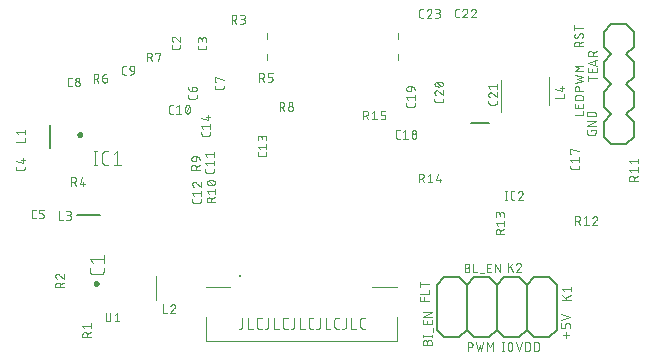
<source format=gbr>
G04 EAGLE Gerber RS-274X export*
G75*
%MOMM*%
%FSLAX34Y34*%
%LPD*%
%INSilkscreen Top*%
%IPPOS*%
%AMOC8*
5,1,8,0,0,1.08239X$1,22.5*%
G01*
%ADD10C,0.076200*%
%ADD11C,0.250000*%
%ADD12C,0.101600*%
%ADD13C,0.200000*%
%ADD14C,0.100000*%
%ADD15C,0.100000*%
%ADD16C,0.152400*%


D10*
X196614Y34579D02*
X196614Y27269D01*
X196613Y27269D02*
X196611Y27180D01*
X196605Y27092D01*
X196596Y27004D01*
X196583Y26916D01*
X196566Y26829D01*
X196546Y26743D01*
X196521Y26658D01*
X196494Y26573D01*
X196462Y26490D01*
X196428Y26409D01*
X196389Y26329D01*
X196348Y26251D01*
X196303Y26174D01*
X196255Y26100D01*
X196204Y26027D01*
X196150Y25957D01*
X196092Y25890D01*
X196032Y25824D01*
X195970Y25762D01*
X195904Y25702D01*
X195837Y25644D01*
X195767Y25590D01*
X195694Y25539D01*
X195620Y25491D01*
X195543Y25446D01*
X195465Y25405D01*
X195385Y25366D01*
X195304Y25332D01*
X195221Y25300D01*
X195136Y25273D01*
X195051Y25248D01*
X194965Y25228D01*
X194878Y25211D01*
X194790Y25198D01*
X194702Y25189D01*
X194614Y25183D01*
X194525Y25181D01*
X193481Y25181D01*
X201128Y25181D02*
X201128Y34579D01*
X201128Y25181D02*
X205304Y25181D01*
X210793Y25181D02*
X212881Y25181D01*
X210793Y25181D02*
X210704Y25183D01*
X210616Y25189D01*
X210528Y25198D01*
X210440Y25211D01*
X210353Y25228D01*
X210267Y25248D01*
X210182Y25273D01*
X210097Y25300D01*
X210014Y25332D01*
X209933Y25366D01*
X209853Y25405D01*
X209775Y25446D01*
X209698Y25491D01*
X209624Y25539D01*
X209551Y25590D01*
X209481Y25644D01*
X209414Y25702D01*
X209348Y25762D01*
X209286Y25824D01*
X209226Y25890D01*
X209168Y25957D01*
X209114Y26027D01*
X209063Y26100D01*
X209015Y26174D01*
X208970Y26251D01*
X208929Y26329D01*
X208890Y26409D01*
X208856Y26490D01*
X208824Y26573D01*
X208797Y26658D01*
X208772Y26743D01*
X208752Y26829D01*
X208735Y26916D01*
X208722Y27004D01*
X208713Y27092D01*
X208707Y27180D01*
X208705Y27269D01*
X208704Y27269D02*
X208704Y32491D01*
X208705Y32491D02*
X208707Y32582D01*
X208713Y32673D01*
X208723Y32764D01*
X208737Y32854D01*
X208754Y32943D01*
X208776Y33031D01*
X208802Y33119D01*
X208831Y33205D01*
X208864Y33290D01*
X208901Y33373D01*
X208941Y33455D01*
X208985Y33535D01*
X209032Y33613D01*
X209083Y33689D01*
X209136Y33762D01*
X209193Y33833D01*
X209254Y33902D01*
X209317Y33967D01*
X209382Y34030D01*
X209451Y34090D01*
X209522Y34148D01*
X209595Y34201D01*
X209671Y34252D01*
X209749Y34299D01*
X209829Y34343D01*
X209911Y34383D01*
X209994Y34420D01*
X210079Y34453D01*
X210165Y34482D01*
X210253Y34508D01*
X210341Y34530D01*
X210430Y34547D01*
X210520Y34561D01*
X210611Y34571D01*
X210702Y34577D01*
X210793Y34579D01*
X212881Y34579D01*
X218559Y34579D02*
X218559Y27269D01*
X218557Y27180D01*
X218551Y27092D01*
X218542Y27004D01*
X218529Y26916D01*
X218512Y26829D01*
X218492Y26743D01*
X218467Y26658D01*
X218440Y26573D01*
X218408Y26490D01*
X218374Y26409D01*
X218335Y26329D01*
X218294Y26251D01*
X218249Y26174D01*
X218201Y26100D01*
X218150Y26027D01*
X218096Y25957D01*
X218038Y25890D01*
X217978Y25824D01*
X217916Y25762D01*
X217850Y25702D01*
X217783Y25644D01*
X217713Y25590D01*
X217640Y25539D01*
X217566Y25491D01*
X217489Y25446D01*
X217411Y25405D01*
X217331Y25366D01*
X217250Y25332D01*
X217167Y25300D01*
X217082Y25273D01*
X216997Y25248D01*
X216911Y25228D01*
X216824Y25211D01*
X216736Y25198D01*
X216648Y25189D01*
X216560Y25183D01*
X216471Y25181D01*
X215426Y25181D01*
X223073Y25181D02*
X223073Y34579D01*
X223073Y25181D02*
X227250Y25181D01*
X232738Y25181D02*
X234827Y25181D01*
X232738Y25181D02*
X232649Y25183D01*
X232561Y25189D01*
X232473Y25198D01*
X232385Y25211D01*
X232298Y25228D01*
X232212Y25248D01*
X232127Y25273D01*
X232042Y25300D01*
X231959Y25332D01*
X231878Y25366D01*
X231798Y25405D01*
X231720Y25446D01*
X231643Y25491D01*
X231569Y25539D01*
X231496Y25590D01*
X231426Y25644D01*
X231359Y25702D01*
X231293Y25762D01*
X231231Y25824D01*
X231171Y25890D01*
X231113Y25957D01*
X231059Y26027D01*
X231008Y26100D01*
X230960Y26174D01*
X230915Y26251D01*
X230874Y26329D01*
X230835Y26409D01*
X230801Y26490D01*
X230769Y26573D01*
X230742Y26658D01*
X230717Y26743D01*
X230697Y26829D01*
X230680Y26916D01*
X230667Y27004D01*
X230658Y27092D01*
X230652Y27180D01*
X230650Y27269D01*
X230650Y32491D01*
X230652Y32582D01*
X230658Y32673D01*
X230668Y32764D01*
X230682Y32854D01*
X230699Y32943D01*
X230721Y33031D01*
X230747Y33119D01*
X230776Y33205D01*
X230809Y33290D01*
X230846Y33373D01*
X230886Y33455D01*
X230930Y33535D01*
X230977Y33613D01*
X231028Y33689D01*
X231081Y33762D01*
X231138Y33833D01*
X231199Y33902D01*
X231262Y33967D01*
X231327Y34030D01*
X231396Y34090D01*
X231467Y34148D01*
X231540Y34201D01*
X231616Y34252D01*
X231694Y34299D01*
X231774Y34343D01*
X231856Y34383D01*
X231939Y34420D01*
X232024Y34453D01*
X232110Y34482D01*
X232198Y34508D01*
X232286Y34530D01*
X232375Y34547D01*
X232465Y34561D01*
X232556Y34571D01*
X232647Y34577D01*
X232738Y34579D01*
X234827Y34579D01*
X240505Y34579D02*
X240505Y27269D01*
X240504Y27269D02*
X240502Y27180D01*
X240496Y27092D01*
X240487Y27004D01*
X240474Y26916D01*
X240457Y26829D01*
X240437Y26743D01*
X240412Y26658D01*
X240385Y26573D01*
X240353Y26490D01*
X240319Y26409D01*
X240280Y26329D01*
X240239Y26251D01*
X240194Y26174D01*
X240146Y26100D01*
X240095Y26027D01*
X240041Y25957D01*
X239983Y25890D01*
X239923Y25824D01*
X239861Y25762D01*
X239795Y25702D01*
X239728Y25644D01*
X239658Y25590D01*
X239585Y25539D01*
X239511Y25491D01*
X239434Y25446D01*
X239356Y25405D01*
X239276Y25366D01*
X239195Y25332D01*
X239112Y25300D01*
X239027Y25273D01*
X238942Y25248D01*
X238856Y25228D01*
X238769Y25211D01*
X238681Y25198D01*
X238593Y25189D01*
X238505Y25183D01*
X238416Y25181D01*
X237372Y25181D01*
X245019Y25181D02*
X245019Y34579D01*
X245019Y25181D02*
X249195Y25181D01*
X254684Y25181D02*
X256772Y25181D01*
X254684Y25181D02*
X254595Y25183D01*
X254507Y25189D01*
X254419Y25198D01*
X254331Y25211D01*
X254244Y25228D01*
X254158Y25248D01*
X254073Y25273D01*
X253988Y25300D01*
X253905Y25332D01*
X253824Y25366D01*
X253744Y25405D01*
X253666Y25446D01*
X253589Y25491D01*
X253515Y25539D01*
X253442Y25590D01*
X253372Y25644D01*
X253305Y25702D01*
X253239Y25762D01*
X253177Y25824D01*
X253117Y25890D01*
X253059Y25957D01*
X253005Y26027D01*
X252954Y26100D01*
X252906Y26174D01*
X252861Y26251D01*
X252820Y26329D01*
X252781Y26409D01*
X252747Y26490D01*
X252715Y26573D01*
X252688Y26658D01*
X252663Y26743D01*
X252643Y26829D01*
X252626Y26916D01*
X252613Y27004D01*
X252604Y27092D01*
X252598Y27180D01*
X252596Y27269D01*
X252595Y27269D02*
X252595Y32491D01*
X252596Y32491D02*
X252598Y32582D01*
X252604Y32673D01*
X252614Y32764D01*
X252628Y32854D01*
X252645Y32943D01*
X252667Y33031D01*
X252693Y33119D01*
X252722Y33205D01*
X252755Y33290D01*
X252792Y33373D01*
X252832Y33455D01*
X252876Y33535D01*
X252923Y33613D01*
X252974Y33689D01*
X253027Y33762D01*
X253084Y33833D01*
X253145Y33902D01*
X253208Y33967D01*
X253273Y34030D01*
X253342Y34090D01*
X253413Y34148D01*
X253486Y34201D01*
X253562Y34252D01*
X253640Y34299D01*
X253720Y34343D01*
X253802Y34383D01*
X253885Y34420D01*
X253970Y34453D01*
X254056Y34482D01*
X254144Y34508D01*
X254232Y34530D01*
X254321Y34547D01*
X254411Y34561D01*
X254502Y34571D01*
X254593Y34577D01*
X254684Y34579D01*
X256772Y34579D01*
X262450Y34579D02*
X262450Y27269D01*
X262448Y27180D01*
X262442Y27092D01*
X262433Y27004D01*
X262420Y26916D01*
X262403Y26829D01*
X262383Y26743D01*
X262358Y26658D01*
X262331Y26573D01*
X262299Y26490D01*
X262265Y26409D01*
X262226Y26329D01*
X262185Y26251D01*
X262140Y26174D01*
X262092Y26100D01*
X262041Y26027D01*
X261987Y25957D01*
X261929Y25890D01*
X261869Y25824D01*
X261807Y25762D01*
X261741Y25702D01*
X261674Y25644D01*
X261604Y25590D01*
X261531Y25539D01*
X261457Y25491D01*
X261380Y25446D01*
X261302Y25405D01*
X261222Y25366D01*
X261141Y25332D01*
X261058Y25300D01*
X260973Y25273D01*
X260888Y25248D01*
X260802Y25228D01*
X260715Y25211D01*
X260627Y25198D01*
X260539Y25189D01*
X260451Y25183D01*
X260362Y25181D01*
X259317Y25181D01*
X266964Y25181D02*
X266964Y34579D01*
X266964Y25181D02*
X271141Y25181D01*
X276629Y25181D02*
X278718Y25181D01*
X276629Y25181D02*
X276540Y25183D01*
X276452Y25189D01*
X276364Y25198D01*
X276276Y25211D01*
X276189Y25228D01*
X276103Y25248D01*
X276018Y25273D01*
X275933Y25300D01*
X275850Y25332D01*
X275769Y25366D01*
X275689Y25405D01*
X275611Y25446D01*
X275534Y25491D01*
X275460Y25539D01*
X275387Y25590D01*
X275317Y25644D01*
X275250Y25702D01*
X275184Y25762D01*
X275122Y25824D01*
X275062Y25890D01*
X275004Y25957D01*
X274950Y26027D01*
X274899Y26100D01*
X274851Y26174D01*
X274806Y26251D01*
X274765Y26329D01*
X274726Y26409D01*
X274692Y26490D01*
X274660Y26573D01*
X274633Y26658D01*
X274608Y26743D01*
X274588Y26829D01*
X274571Y26916D01*
X274558Y27004D01*
X274549Y27092D01*
X274543Y27180D01*
X274541Y27269D01*
X274541Y32491D01*
X274543Y32582D01*
X274549Y32673D01*
X274559Y32764D01*
X274573Y32854D01*
X274590Y32943D01*
X274612Y33031D01*
X274638Y33119D01*
X274667Y33205D01*
X274700Y33290D01*
X274737Y33373D01*
X274777Y33455D01*
X274821Y33535D01*
X274868Y33613D01*
X274919Y33689D01*
X274972Y33762D01*
X275029Y33833D01*
X275090Y33902D01*
X275153Y33967D01*
X275218Y34030D01*
X275287Y34090D01*
X275358Y34148D01*
X275431Y34201D01*
X275507Y34252D01*
X275585Y34299D01*
X275665Y34343D01*
X275747Y34383D01*
X275830Y34420D01*
X275915Y34453D01*
X276001Y34482D01*
X276089Y34508D01*
X276177Y34530D01*
X276266Y34547D01*
X276356Y34561D01*
X276447Y34571D01*
X276538Y34577D01*
X276629Y34579D01*
X278718Y34579D01*
X284396Y34579D02*
X284396Y27269D01*
X284395Y27269D02*
X284393Y27180D01*
X284387Y27092D01*
X284378Y27004D01*
X284365Y26916D01*
X284348Y26829D01*
X284328Y26743D01*
X284303Y26658D01*
X284276Y26573D01*
X284244Y26490D01*
X284210Y26409D01*
X284171Y26329D01*
X284130Y26251D01*
X284085Y26174D01*
X284037Y26100D01*
X283986Y26027D01*
X283932Y25957D01*
X283874Y25890D01*
X283814Y25824D01*
X283752Y25762D01*
X283686Y25702D01*
X283619Y25644D01*
X283549Y25590D01*
X283476Y25539D01*
X283402Y25491D01*
X283325Y25446D01*
X283247Y25405D01*
X283167Y25366D01*
X283086Y25332D01*
X283003Y25300D01*
X282918Y25273D01*
X282833Y25248D01*
X282747Y25228D01*
X282660Y25211D01*
X282572Y25198D01*
X282484Y25189D01*
X282396Y25183D01*
X282307Y25181D01*
X281263Y25181D01*
X288909Y25181D02*
X288909Y34579D01*
X288909Y25181D02*
X293086Y25181D01*
X298575Y25181D02*
X300663Y25181D01*
X298575Y25181D02*
X298486Y25183D01*
X298398Y25189D01*
X298310Y25198D01*
X298222Y25211D01*
X298135Y25228D01*
X298049Y25248D01*
X297964Y25273D01*
X297879Y25300D01*
X297796Y25332D01*
X297715Y25366D01*
X297635Y25405D01*
X297557Y25446D01*
X297480Y25491D01*
X297406Y25539D01*
X297333Y25590D01*
X297263Y25644D01*
X297196Y25702D01*
X297130Y25762D01*
X297068Y25824D01*
X297008Y25890D01*
X296950Y25957D01*
X296896Y26027D01*
X296845Y26100D01*
X296797Y26174D01*
X296752Y26251D01*
X296711Y26329D01*
X296672Y26409D01*
X296638Y26490D01*
X296606Y26573D01*
X296579Y26658D01*
X296554Y26743D01*
X296534Y26829D01*
X296517Y26916D01*
X296504Y27004D01*
X296495Y27092D01*
X296489Y27180D01*
X296487Y27269D01*
X296486Y27269D02*
X296486Y32491D01*
X296487Y32491D02*
X296489Y32582D01*
X296495Y32673D01*
X296505Y32764D01*
X296519Y32854D01*
X296536Y32943D01*
X296558Y33031D01*
X296584Y33119D01*
X296613Y33205D01*
X296646Y33290D01*
X296683Y33373D01*
X296723Y33455D01*
X296767Y33535D01*
X296814Y33613D01*
X296865Y33689D01*
X296918Y33762D01*
X296975Y33833D01*
X297036Y33902D01*
X297099Y33967D01*
X297164Y34030D01*
X297233Y34090D01*
X297304Y34148D01*
X297377Y34201D01*
X297453Y34252D01*
X297531Y34299D01*
X297611Y34343D01*
X297693Y34383D01*
X297776Y34420D01*
X297861Y34453D01*
X297947Y34482D01*
X298035Y34508D01*
X298123Y34530D01*
X298212Y34547D01*
X298302Y34561D01*
X298393Y34571D01*
X298484Y34577D01*
X298575Y34579D01*
X300663Y34579D01*
X347353Y48581D02*
X354719Y48581D01*
X347353Y48581D02*
X347353Y51855D01*
X350627Y51855D02*
X350627Y48581D01*
X347353Y54921D02*
X354719Y54921D01*
X354719Y58195D01*
X354719Y62560D02*
X347353Y62560D01*
X347353Y64606D02*
X347353Y60513D01*
X384681Y76873D02*
X386727Y76873D01*
X386816Y76871D01*
X386905Y76865D01*
X386994Y76855D01*
X387082Y76842D01*
X387170Y76825D01*
X387257Y76803D01*
X387342Y76778D01*
X387427Y76750D01*
X387510Y76717D01*
X387592Y76681D01*
X387672Y76642D01*
X387750Y76599D01*
X387826Y76553D01*
X387901Y76503D01*
X387973Y76450D01*
X388042Y76394D01*
X388109Y76335D01*
X388174Y76274D01*
X388235Y76209D01*
X388294Y76142D01*
X388350Y76073D01*
X388403Y76001D01*
X388453Y75926D01*
X388499Y75850D01*
X388542Y75772D01*
X388581Y75692D01*
X388617Y75610D01*
X388650Y75527D01*
X388678Y75442D01*
X388703Y75357D01*
X388725Y75270D01*
X388742Y75182D01*
X388755Y75094D01*
X388765Y75005D01*
X388771Y74916D01*
X388773Y74827D01*
X388771Y74738D01*
X388765Y74649D01*
X388755Y74560D01*
X388742Y74472D01*
X388725Y74384D01*
X388703Y74297D01*
X388678Y74212D01*
X388650Y74127D01*
X388617Y74044D01*
X388581Y73962D01*
X388542Y73882D01*
X388499Y73804D01*
X388453Y73728D01*
X388403Y73653D01*
X388350Y73581D01*
X388294Y73512D01*
X388235Y73445D01*
X388174Y73380D01*
X388109Y73319D01*
X388042Y73260D01*
X387973Y73204D01*
X387901Y73151D01*
X387826Y73101D01*
X387750Y73055D01*
X387672Y73012D01*
X387592Y72973D01*
X387510Y72937D01*
X387427Y72904D01*
X387342Y72876D01*
X387257Y72851D01*
X387170Y72829D01*
X387082Y72812D01*
X386994Y72799D01*
X386905Y72789D01*
X386816Y72783D01*
X386727Y72781D01*
X384681Y72781D01*
X384681Y80147D01*
X386727Y80147D01*
X386806Y80145D01*
X386885Y80139D01*
X386964Y80130D01*
X387042Y80117D01*
X387119Y80099D01*
X387195Y80079D01*
X387270Y80054D01*
X387344Y80026D01*
X387417Y79995D01*
X387488Y79959D01*
X387557Y79921D01*
X387624Y79879D01*
X387689Y79834D01*
X387752Y79786D01*
X387813Y79735D01*
X387870Y79681D01*
X387926Y79625D01*
X387978Y79566D01*
X388028Y79504D01*
X388074Y79440D01*
X388118Y79374D01*
X388158Y79306D01*
X388194Y79236D01*
X388228Y79164D01*
X388258Y79090D01*
X388284Y79016D01*
X388307Y78940D01*
X388325Y78863D01*
X388341Y78786D01*
X388352Y78707D01*
X388360Y78629D01*
X388364Y78550D01*
X388364Y78470D01*
X388360Y78391D01*
X388352Y78313D01*
X388341Y78234D01*
X388325Y78157D01*
X388307Y78080D01*
X388284Y78004D01*
X388258Y77930D01*
X388228Y77856D01*
X388194Y77784D01*
X388158Y77714D01*
X388118Y77646D01*
X388074Y77580D01*
X388028Y77516D01*
X387978Y77454D01*
X387926Y77395D01*
X387870Y77339D01*
X387813Y77285D01*
X387752Y77234D01*
X387689Y77186D01*
X387624Y77141D01*
X387557Y77099D01*
X387488Y77061D01*
X387417Y77025D01*
X387344Y76994D01*
X387270Y76966D01*
X387195Y76941D01*
X387119Y76921D01*
X387042Y76903D01*
X386964Y76890D01*
X386885Y76881D01*
X386806Y76875D01*
X386727Y76873D01*
X391894Y80147D02*
X391894Y72781D01*
X395168Y72781D01*
X397652Y71963D02*
X400926Y71963D01*
X404086Y72781D02*
X407360Y72781D01*
X404086Y72781D02*
X404086Y80147D01*
X407360Y80147D01*
X406541Y76873D02*
X404086Y76873D01*
X410410Y80147D02*
X410410Y72781D01*
X414502Y72781D02*
X410410Y80147D01*
X414502Y80147D02*
X414502Y72781D01*
X421381Y73381D02*
X421381Y80747D01*
X425473Y80747D02*
X421381Y76246D01*
X423018Y77882D02*
X425473Y73381D01*
X432427Y78906D02*
X432425Y78991D01*
X432419Y79076D01*
X432409Y79160D01*
X432396Y79244D01*
X432378Y79328D01*
X432357Y79410D01*
X432332Y79491D01*
X432303Y79571D01*
X432270Y79650D01*
X432234Y79727D01*
X432194Y79802D01*
X432151Y79876D01*
X432105Y79947D01*
X432055Y80016D01*
X432002Y80083D01*
X431946Y80147D01*
X431887Y80208D01*
X431826Y80267D01*
X431762Y80323D01*
X431695Y80376D01*
X431626Y80426D01*
X431555Y80472D01*
X431481Y80515D01*
X431406Y80555D01*
X431329Y80591D01*
X431250Y80624D01*
X431170Y80653D01*
X431089Y80678D01*
X431007Y80699D01*
X430923Y80717D01*
X430839Y80730D01*
X430755Y80740D01*
X430670Y80746D01*
X430585Y80748D01*
X430585Y80747D02*
X430489Y80745D01*
X430393Y80739D01*
X430298Y80729D01*
X430203Y80716D01*
X430108Y80698D01*
X430015Y80677D01*
X429922Y80652D01*
X429831Y80623D01*
X429740Y80591D01*
X429651Y80555D01*
X429564Y80515D01*
X429478Y80472D01*
X429394Y80426D01*
X429312Y80376D01*
X429232Y80322D01*
X429155Y80266D01*
X429080Y80206D01*
X429007Y80144D01*
X428937Y80078D01*
X428869Y80010D01*
X428804Y79939D01*
X428743Y79866D01*
X428684Y79790D01*
X428628Y79711D01*
X428576Y79631D01*
X428527Y79548D01*
X428481Y79464D01*
X428439Y79378D01*
X428401Y79290D01*
X428366Y79201D01*
X428334Y79110D01*
X431813Y77474D02*
X431873Y77533D01*
X431930Y77595D01*
X431985Y77659D01*
X432036Y77726D01*
X432085Y77795D01*
X432131Y77865D01*
X432174Y77938D01*
X432214Y78012D01*
X432250Y78088D01*
X432283Y78166D01*
X432313Y78245D01*
X432340Y78325D01*
X432363Y78406D01*
X432382Y78488D01*
X432398Y78570D01*
X432411Y78654D01*
X432420Y78738D01*
X432425Y78822D01*
X432427Y78906D01*
X431813Y77473D02*
X428335Y73381D01*
X432427Y73381D01*
X467053Y49781D02*
X474419Y49781D01*
X471554Y49781D02*
X467053Y53873D01*
X469918Y51418D02*
X474419Y53873D01*
X468690Y56735D02*
X467053Y58781D01*
X474419Y58781D01*
X474419Y56735D02*
X474419Y60827D01*
X352727Y13627D02*
X352727Y11581D01*
X352727Y13627D02*
X352729Y13716D01*
X352735Y13805D01*
X352745Y13894D01*
X352758Y13982D01*
X352775Y14070D01*
X352797Y14157D01*
X352822Y14242D01*
X352850Y14327D01*
X352883Y14410D01*
X352919Y14492D01*
X352958Y14572D01*
X353001Y14650D01*
X353047Y14726D01*
X353097Y14801D01*
X353150Y14873D01*
X353206Y14942D01*
X353265Y15009D01*
X353326Y15074D01*
X353391Y15135D01*
X353458Y15194D01*
X353527Y15250D01*
X353599Y15303D01*
X353674Y15353D01*
X353750Y15399D01*
X353828Y15442D01*
X353908Y15481D01*
X353990Y15517D01*
X354073Y15550D01*
X354158Y15578D01*
X354243Y15603D01*
X354330Y15625D01*
X354418Y15642D01*
X354506Y15655D01*
X354595Y15665D01*
X354684Y15671D01*
X354773Y15673D01*
X354862Y15671D01*
X354951Y15665D01*
X355040Y15655D01*
X355128Y15642D01*
X355216Y15625D01*
X355303Y15603D01*
X355388Y15578D01*
X355473Y15550D01*
X355556Y15517D01*
X355638Y15481D01*
X355718Y15442D01*
X355796Y15399D01*
X355872Y15353D01*
X355947Y15303D01*
X356019Y15250D01*
X356088Y15194D01*
X356155Y15135D01*
X356220Y15074D01*
X356281Y15009D01*
X356340Y14942D01*
X356396Y14873D01*
X356449Y14801D01*
X356499Y14726D01*
X356545Y14650D01*
X356588Y14572D01*
X356627Y14492D01*
X356663Y14410D01*
X356696Y14327D01*
X356724Y14242D01*
X356749Y14157D01*
X356771Y14070D01*
X356788Y13982D01*
X356801Y13894D01*
X356811Y13805D01*
X356817Y13716D01*
X356819Y13627D01*
X356819Y11581D01*
X349453Y11581D01*
X349453Y13627D01*
X349455Y13706D01*
X349461Y13785D01*
X349470Y13864D01*
X349483Y13942D01*
X349501Y14019D01*
X349521Y14095D01*
X349546Y14170D01*
X349574Y14244D01*
X349605Y14317D01*
X349641Y14388D01*
X349679Y14457D01*
X349721Y14524D01*
X349766Y14589D01*
X349814Y14652D01*
X349865Y14713D01*
X349919Y14770D01*
X349975Y14826D01*
X350034Y14878D01*
X350096Y14928D01*
X350160Y14974D01*
X350226Y15018D01*
X350294Y15058D01*
X350364Y15094D01*
X350436Y15128D01*
X350510Y15158D01*
X350584Y15184D01*
X350660Y15207D01*
X350737Y15225D01*
X350814Y15241D01*
X350893Y15252D01*
X350971Y15260D01*
X351050Y15264D01*
X351130Y15264D01*
X351209Y15260D01*
X351287Y15252D01*
X351366Y15241D01*
X351443Y15225D01*
X351520Y15207D01*
X351596Y15184D01*
X351670Y15158D01*
X351744Y15128D01*
X351816Y15094D01*
X351886Y15058D01*
X351954Y15018D01*
X352020Y14974D01*
X352084Y14928D01*
X352146Y14878D01*
X352205Y14826D01*
X352261Y14770D01*
X352315Y14713D01*
X352366Y14652D01*
X352414Y14589D01*
X352459Y14524D01*
X352501Y14457D01*
X352539Y14388D01*
X352575Y14317D01*
X352606Y14244D01*
X352634Y14170D01*
X352659Y14095D01*
X352679Y14019D01*
X352697Y13942D01*
X352710Y13864D01*
X352719Y13785D01*
X352725Y13706D01*
X352727Y13627D01*
X349453Y19118D02*
X356819Y19118D01*
X356819Y19936D02*
X356819Y18299D01*
X349453Y18299D02*
X349453Y19936D01*
X357637Y22602D02*
X357637Y25875D01*
X356819Y29035D02*
X356819Y32309D01*
X356819Y29035D02*
X349453Y29035D01*
X349453Y32309D01*
X352727Y31491D02*
X352727Y29035D01*
X349453Y35360D02*
X356819Y35360D01*
X356819Y39452D02*
X349453Y35360D01*
X349453Y39452D02*
X356819Y39452D01*
X387381Y13647D02*
X387381Y6281D01*
X387381Y13647D02*
X389427Y13647D01*
X389516Y13645D01*
X389605Y13639D01*
X389694Y13629D01*
X389782Y13616D01*
X389870Y13599D01*
X389957Y13577D01*
X390042Y13552D01*
X390127Y13524D01*
X390210Y13491D01*
X390292Y13455D01*
X390372Y13416D01*
X390450Y13373D01*
X390526Y13327D01*
X390601Y13277D01*
X390673Y13224D01*
X390742Y13168D01*
X390809Y13109D01*
X390874Y13048D01*
X390935Y12983D01*
X390994Y12916D01*
X391050Y12847D01*
X391103Y12775D01*
X391153Y12700D01*
X391199Y12624D01*
X391242Y12546D01*
X391281Y12466D01*
X391317Y12384D01*
X391350Y12301D01*
X391378Y12216D01*
X391403Y12131D01*
X391425Y12044D01*
X391442Y11956D01*
X391455Y11868D01*
X391465Y11779D01*
X391471Y11690D01*
X391473Y11601D01*
X391471Y11512D01*
X391465Y11423D01*
X391455Y11334D01*
X391442Y11246D01*
X391425Y11158D01*
X391403Y11071D01*
X391378Y10986D01*
X391350Y10901D01*
X391317Y10818D01*
X391281Y10736D01*
X391242Y10656D01*
X391199Y10578D01*
X391153Y10502D01*
X391103Y10427D01*
X391050Y10355D01*
X390994Y10286D01*
X390935Y10219D01*
X390874Y10154D01*
X390809Y10093D01*
X390742Y10034D01*
X390673Y9978D01*
X390601Y9925D01*
X390526Y9875D01*
X390450Y9829D01*
X390372Y9786D01*
X390292Y9747D01*
X390210Y9711D01*
X390127Y9678D01*
X390042Y9650D01*
X389957Y9625D01*
X389870Y9603D01*
X389782Y9586D01*
X389694Y9573D01*
X389605Y9563D01*
X389516Y9557D01*
X389427Y9555D01*
X387381Y9555D01*
X394082Y13647D02*
X395719Y6281D01*
X397356Y11192D01*
X398993Y6281D01*
X400630Y13647D01*
X403923Y13647D02*
X403923Y6281D01*
X406378Y9555D02*
X403923Y13647D01*
X406378Y9555D02*
X408834Y13647D01*
X408834Y6281D01*
X417299Y6481D02*
X417299Y13847D01*
X416481Y6481D02*
X418118Y6481D01*
X418118Y13847D02*
X416481Y13847D01*
X421106Y11801D02*
X421106Y8527D01*
X421106Y11801D02*
X421108Y11890D01*
X421114Y11979D01*
X421124Y12068D01*
X421137Y12156D01*
X421154Y12244D01*
X421176Y12331D01*
X421201Y12416D01*
X421229Y12501D01*
X421262Y12584D01*
X421298Y12666D01*
X421337Y12746D01*
X421380Y12824D01*
X421426Y12900D01*
X421476Y12975D01*
X421529Y13047D01*
X421585Y13116D01*
X421644Y13183D01*
X421705Y13248D01*
X421770Y13309D01*
X421837Y13368D01*
X421906Y13424D01*
X421978Y13477D01*
X422053Y13527D01*
X422129Y13573D01*
X422207Y13616D01*
X422287Y13655D01*
X422369Y13691D01*
X422452Y13724D01*
X422537Y13752D01*
X422622Y13777D01*
X422709Y13799D01*
X422797Y13816D01*
X422885Y13829D01*
X422974Y13839D01*
X423063Y13845D01*
X423152Y13847D01*
X423241Y13845D01*
X423330Y13839D01*
X423419Y13829D01*
X423507Y13816D01*
X423595Y13799D01*
X423682Y13777D01*
X423767Y13752D01*
X423852Y13724D01*
X423935Y13691D01*
X424017Y13655D01*
X424097Y13616D01*
X424175Y13573D01*
X424251Y13527D01*
X424326Y13477D01*
X424398Y13424D01*
X424467Y13368D01*
X424534Y13309D01*
X424599Y13248D01*
X424660Y13183D01*
X424719Y13116D01*
X424775Y13047D01*
X424828Y12975D01*
X424878Y12900D01*
X424924Y12824D01*
X424967Y12746D01*
X425006Y12666D01*
X425042Y12584D01*
X425075Y12501D01*
X425103Y12416D01*
X425128Y12331D01*
X425150Y12244D01*
X425167Y12156D01*
X425180Y12068D01*
X425190Y11979D01*
X425196Y11890D01*
X425198Y11801D01*
X425198Y8527D01*
X425196Y8438D01*
X425190Y8349D01*
X425180Y8260D01*
X425167Y8172D01*
X425150Y8084D01*
X425128Y7997D01*
X425103Y7912D01*
X425075Y7827D01*
X425042Y7744D01*
X425006Y7662D01*
X424967Y7582D01*
X424924Y7504D01*
X424878Y7428D01*
X424828Y7353D01*
X424775Y7281D01*
X424719Y7212D01*
X424660Y7145D01*
X424599Y7080D01*
X424534Y7019D01*
X424467Y6960D01*
X424398Y6904D01*
X424326Y6851D01*
X424251Y6801D01*
X424175Y6755D01*
X424097Y6712D01*
X424017Y6673D01*
X423935Y6637D01*
X423852Y6604D01*
X423767Y6576D01*
X423682Y6551D01*
X423595Y6529D01*
X423507Y6512D01*
X423419Y6499D01*
X423330Y6489D01*
X423241Y6483D01*
X423152Y6481D01*
X423063Y6483D01*
X422974Y6489D01*
X422885Y6499D01*
X422797Y6512D01*
X422709Y6529D01*
X422622Y6551D01*
X422537Y6576D01*
X422452Y6604D01*
X422369Y6637D01*
X422287Y6673D01*
X422207Y6712D01*
X422129Y6755D01*
X422053Y6801D01*
X421978Y6851D01*
X421906Y6904D01*
X421837Y6960D01*
X421770Y7019D01*
X421705Y7080D01*
X421644Y7145D01*
X421585Y7212D01*
X421529Y7281D01*
X421476Y7353D01*
X421426Y7428D01*
X421380Y7504D01*
X421337Y7582D01*
X421298Y7662D01*
X421262Y7744D01*
X421229Y7827D01*
X421201Y7912D01*
X421176Y7997D01*
X421154Y8084D01*
X421137Y8172D01*
X421124Y8260D01*
X421114Y8349D01*
X421108Y8438D01*
X421106Y8527D01*
X428011Y13847D02*
X430467Y6481D01*
X432922Y13847D01*
X435980Y13847D02*
X435980Y6481D01*
X435980Y13847D02*
X438026Y13847D01*
X438115Y13845D01*
X438204Y13839D01*
X438293Y13829D01*
X438381Y13816D01*
X438469Y13799D01*
X438556Y13777D01*
X438641Y13752D01*
X438726Y13724D01*
X438809Y13691D01*
X438891Y13655D01*
X438971Y13616D01*
X439049Y13573D01*
X439125Y13527D01*
X439200Y13477D01*
X439272Y13424D01*
X439341Y13368D01*
X439408Y13309D01*
X439473Y13248D01*
X439534Y13183D01*
X439593Y13116D01*
X439649Y13047D01*
X439702Y12975D01*
X439752Y12900D01*
X439798Y12824D01*
X439841Y12746D01*
X439880Y12666D01*
X439916Y12584D01*
X439949Y12501D01*
X439977Y12416D01*
X440002Y12331D01*
X440024Y12244D01*
X440041Y12156D01*
X440054Y12068D01*
X440064Y11979D01*
X440070Y11890D01*
X440072Y11801D01*
X440072Y8527D01*
X440070Y8438D01*
X440064Y8349D01*
X440054Y8260D01*
X440041Y8172D01*
X440024Y8084D01*
X440002Y7997D01*
X439977Y7912D01*
X439949Y7827D01*
X439916Y7744D01*
X439880Y7662D01*
X439841Y7582D01*
X439798Y7504D01*
X439752Y7428D01*
X439702Y7353D01*
X439649Y7281D01*
X439593Y7212D01*
X439534Y7145D01*
X439473Y7080D01*
X439408Y7019D01*
X439341Y6960D01*
X439272Y6904D01*
X439200Y6851D01*
X439125Y6801D01*
X439049Y6755D01*
X438971Y6712D01*
X438891Y6673D01*
X438809Y6637D01*
X438726Y6604D01*
X438641Y6576D01*
X438556Y6551D01*
X438469Y6529D01*
X438381Y6512D01*
X438293Y6499D01*
X438204Y6489D01*
X438115Y6483D01*
X438026Y6481D01*
X435980Y6481D01*
X443783Y6481D02*
X443783Y13847D01*
X445829Y13847D01*
X445918Y13845D01*
X446007Y13839D01*
X446096Y13829D01*
X446184Y13816D01*
X446272Y13799D01*
X446359Y13777D01*
X446444Y13752D01*
X446529Y13724D01*
X446612Y13691D01*
X446694Y13655D01*
X446774Y13616D01*
X446852Y13573D01*
X446928Y13527D01*
X447003Y13477D01*
X447075Y13424D01*
X447144Y13368D01*
X447211Y13309D01*
X447276Y13248D01*
X447337Y13183D01*
X447396Y13116D01*
X447452Y13047D01*
X447505Y12975D01*
X447555Y12900D01*
X447601Y12824D01*
X447644Y12746D01*
X447683Y12666D01*
X447719Y12584D01*
X447752Y12501D01*
X447780Y12416D01*
X447805Y12331D01*
X447827Y12244D01*
X447844Y12156D01*
X447857Y12068D01*
X447867Y11979D01*
X447873Y11890D01*
X447875Y11801D01*
X447875Y8527D01*
X447873Y8438D01*
X447867Y8349D01*
X447857Y8260D01*
X447844Y8172D01*
X447827Y8084D01*
X447805Y7997D01*
X447780Y7912D01*
X447752Y7827D01*
X447719Y7744D01*
X447683Y7662D01*
X447644Y7582D01*
X447601Y7504D01*
X447555Y7428D01*
X447505Y7353D01*
X447452Y7281D01*
X447396Y7212D01*
X447337Y7145D01*
X447276Y7080D01*
X447211Y7019D01*
X447144Y6960D01*
X447075Y6904D01*
X447003Y6851D01*
X446928Y6801D01*
X446852Y6755D01*
X446774Y6712D01*
X446694Y6673D01*
X446612Y6637D01*
X446529Y6604D01*
X446444Y6576D01*
X446359Y6551D01*
X446272Y6529D01*
X446184Y6512D01*
X446096Y6499D01*
X446007Y6489D01*
X445918Y6483D01*
X445829Y6481D01*
X443783Y6481D01*
X470854Y17381D02*
X470854Y22292D01*
X468399Y19836D02*
X473310Y19836D01*
X473719Y25593D02*
X473719Y28048D01*
X473717Y28126D01*
X473712Y28204D01*
X473702Y28281D01*
X473689Y28358D01*
X473673Y28434D01*
X473653Y28509D01*
X473629Y28583D01*
X473602Y28656D01*
X473571Y28728D01*
X473537Y28798D01*
X473500Y28867D01*
X473459Y28933D01*
X473415Y28998D01*
X473369Y29060D01*
X473319Y29120D01*
X473267Y29178D01*
X473212Y29233D01*
X473154Y29285D01*
X473094Y29335D01*
X473032Y29381D01*
X472967Y29425D01*
X472901Y29466D01*
X472832Y29503D01*
X472762Y29537D01*
X472690Y29568D01*
X472617Y29595D01*
X472543Y29619D01*
X472468Y29639D01*
X472392Y29655D01*
X472315Y29668D01*
X472238Y29678D01*
X472160Y29683D01*
X472082Y29685D01*
X471264Y29685D01*
X471184Y29683D01*
X471104Y29677D01*
X471024Y29667D01*
X470945Y29654D01*
X470866Y29636D01*
X470789Y29615D01*
X470713Y29589D01*
X470638Y29560D01*
X470564Y29528D01*
X470492Y29492D01*
X470422Y29452D01*
X470355Y29409D01*
X470289Y29363D01*
X470226Y29313D01*
X470165Y29261D01*
X470106Y29206D01*
X470051Y29147D01*
X469999Y29087D01*
X469949Y29023D01*
X469903Y28957D01*
X469860Y28890D01*
X469820Y28820D01*
X469784Y28748D01*
X469752Y28674D01*
X469723Y28600D01*
X469697Y28523D01*
X469676Y28446D01*
X469658Y28367D01*
X469645Y28288D01*
X469635Y28208D01*
X469629Y28128D01*
X469627Y28048D01*
X469627Y25593D01*
X466353Y25593D01*
X466353Y29685D01*
X466353Y32499D02*
X473719Y34954D01*
X466353Y37410D01*
X491527Y192146D02*
X491527Y193373D01*
X495619Y193373D01*
X495619Y190918D01*
X495617Y190840D01*
X495612Y190762D01*
X495602Y190685D01*
X495589Y190608D01*
X495573Y190532D01*
X495553Y190457D01*
X495529Y190383D01*
X495502Y190310D01*
X495471Y190238D01*
X495437Y190168D01*
X495400Y190100D01*
X495359Y190033D01*
X495315Y189968D01*
X495269Y189906D01*
X495219Y189846D01*
X495167Y189788D01*
X495112Y189733D01*
X495054Y189681D01*
X494994Y189631D01*
X494932Y189585D01*
X494867Y189541D01*
X494801Y189500D01*
X494732Y189463D01*
X494662Y189429D01*
X494590Y189398D01*
X494517Y189371D01*
X494443Y189347D01*
X494368Y189327D01*
X494292Y189311D01*
X494215Y189298D01*
X494138Y189288D01*
X494060Y189283D01*
X493982Y189281D01*
X489890Y189281D01*
X489810Y189283D01*
X489730Y189289D01*
X489650Y189299D01*
X489571Y189312D01*
X489492Y189330D01*
X489415Y189351D01*
X489339Y189377D01*
X489264Y189406D01*
X489190Y189438D01*
X489118Y189474D01*
X489048Y189514D01*
X488981Y189557D01*
X488915Y189603D01*
X488852Y189653D01*
X488791Y189705D01*
X488732Y189760D01*
X488677Y189819D01*
X488625Y189879D01*
X488575Y189943D01*
X488529Y190008D01*
X488486Y190076D01*
X488446Y190146D01*
X488410Y190218D01*
X488378Y190292D01*
X488349Y190366D01*
X488324Y190443D01*
X488302Y190520D01*
X488284Y190599D01*
X488271Y190678D01*
X488261Y190757D01*
X488255Y190838D01*
X488253Y190918D01*
X488253Y193373D01*
X488253Y197084D02*
X495619Y197084D01*
X495619Y201176D02*
X488253Y197084D01*
X488253Y201176D02*
X495619Y201176D01*
X495619Y204887D02*
X488253Y204887D01*
X488253Y206933D01*
X488255Y207022D01*
X488261Y207111D01*
X488271Y207200D01*
X488284Y207288D01*
X488301Y207376D01*
X488323Y207463D01*
X488348Y207548D01*
X488376Y207633D01*
X488409Y207716D01*
X488445Y207798D01*
X488484Y207878D01*
X488527Y207956D01*
X488573Y208032D01*
X488623Y208107D01*
X488676Y208179D01*
X488732Y208248D01*
X488791Y208315D01*
X488852Y208380D01*
X488917Y208441D01*
X488984Y208500D01*
X489053Y208556D01*
X489125Y208609D01*
X489200Y208659D01*
X489276Y208705D01*
X489354Y208748D01*
X489434Y208787D01*
X489516Y208823D01*
X489599Y208856D01*
X489684Y208884D01*
X489769Y208909D01*
X489856Y208931D01*
X489944Y208948D01*
X490032Y208961D01*
X490121Y208971D01*
X490210Y208977D01*
X490299Y208979D01*
X493573Y208979D01*
X493662Y208977D01*
X493751Y208971D01*
X493840Y208961D01*
X493928Y208948D01*
X494016Y208931D01*
X494103Y208909D01*
X494188Y208884D01*
X494273Y208856D01*
X494356Y208823D01*
X494438Y208787D01*
X494518Y208748D01*
X494596Y208705D01*
X494672Y208659D01*
X494747Y208609D01*
X494819Y208556D01*
X494888Y208500D01*
X494955Y208441D01*
X495020Y208380D01*
X495081Y208315D01*
X495140Y208248D01*
X495196Y208179D01*
X495249Y208107D01*
X495299Y208032D01*
X495345Y207956D01*
X495388Y207878D01*
X495427Y207798D01*
X495463Y207716D01*
X495496Y207633D01*
X495524Y207548D01*
X495549Y207463D01*
X495571Y207376D01*
X495588Y207288D01*
X495601Y207200D01*
X495611Y207111D01*
X495617Y207022D01*
X495619Y206933D01*
X495619Y204887D01*
X485219Y205881D02*
X477853Y205881D01*
X485219Y205881D02*
X485219Y209155D01*
X485219Y212221D02*
X485219Y215495D01*
X485219Y212221D02*
X477853Y212221D01*
X477853Y215495D01*
X481127Y214676D02*
X481127Y212221D01*
X477853Y218545D02*
X485219Y218545D01*
X477853Y218545D02*
X477853Y220591D01*
X477855Y220680D01*
X477861Y220769D01*
X477871Y220858D01*
X477884Y220946D01*
X477901Y221034D01*
X477923Y221121D01*
X477948Y221206D01*
X477976Y221291D01*
X478009Y221374D01*
X478045Y221456D01*
X478084Y221536D01*
X478127Y221614D01*
X478173Y221690D01*
X478223Y221765D01*
X478276Y221837D01*
X478332Y221906D01*
X478391Y221973D01*
X478452Y222038D01*
X478517Y222099D01*
X478584Y222158D01*
X478653Y222214D01*
X478725Y222267D01*
X478800Y222317D01*
X478876Y222363D01*
X478954Y222406D01*
X479034Y222445D01*
X479116Y222481D01*
X479199Y222514D01*
X479284Y222542D01*
X479369Y222567D01*
X479456Y222589D01*
X479544Y222606D01*
X479632Y222619D01*
X479721Y222629D01*
X479810Y222635D01*
X479899Y222637D01*
X483173Y222637D01*
X483262Y222635D01*
X483351Y222629D01*
X483440Y222619D01*
X483528Y222606D01*
X483616Y222589D01*
X483703Y222567D01*
X483788Y222542D01*
X483873Y222514D01*
X483956Y222481D01*
X484038Y222445D01*
X484118Y222406D01*
X484196Y222363D01*
X484272Y222317D01*
X484347Y222267D01*
X484419Y222214D01*
X484488Y222158D01*
X484555Y222099D01*
X484620Y222038D01*
X484681Y221973D01*
X484740Y221906D01*
X484796Y221837D01*
X484849Y221765D01*
X484899Y221690D01*
X484945Y221614D01*
X484988Y221536D01*
X485027Y221456D01*
X485063Y221374D01*
X485096Y221291D01*
X485124Y221206D01*
X485149Y221121D01*
X485171Y221034D01*
X485188Y220946D01*
X485201Y220858D01*
X485211Y220769D01*
X485217Y220680D01*
X485219Y220591D01*
X485219Y218545D01*
X485219Y226465D02*
X477853Y226465D01*
X477853Y228512D01*
X477855Y228601D01*
X477861Y228690D01*
X477871Y228779D01*
X477884Y228867D01*
X477901Y228955D01*
X477923Y229042D01*
X477948Y229127D01*
X477976Y229212D01*
X478009Y229295D01*
X478045Y229377D01*
X478084Y229457D01*
X478127Y229535D01*
X478173Y229611D01*
X478223Y229686D01*
X478276Y229758D01*
X478332Y229827D01*
X478391Y229894D01*
X478452Y229959D01*
X478517Y230020D01*
X478584Y230079D01*
X478653Y230135D01*
X478725Y230188D01*
X478800Y230238D01*
X478876Y230284D01*
X478954Y230327D01*
X479034Y230366D01*
X479116Y230402D01*
X479199Y230435D01*
X479284Y230463D01*
X479369Y230488D01*
X479456Y230510D01*
X479544Y230527D01*
X479632Y230540D01*
X479721Y230550D01*
X479810Y230556D01*
X479899Y230558D01*
X479988Y230556D01*
X480077Y230550D01*
X480166Y230540D01*
X480254Y230527D01*
X480342Y230510D01*
X480429Y230488D01*
X480514Y230463D01*
X480599Y230435D01*
X480682Y230402D01*
X480764Y230366D01*
X480844Y230327D01*
X480922Y230284D01*
X480998Y230238D01*
X481073Y230188D01*
X481145Y230135D01*
X481214Y230079D01*
X481281Y230020D01*
X481346Y229959D01*
X481407Y229894D01*
X481466Y229827D01*
X481522Y229758D01*
X481575Y229686D01*
X481625Y229611D01*
X481671Y229535D01*
X481714Y229457D01*
X481753Y229377D01*
X481789Y229295D01*
X481822Y229212D01*
X481850Y229127D01*
X481875Y229042D01*
X481897Y228955D01*
X481914Y228867D01*
X481927Y228779D01*
X481937Y228690D01*
X481943Y228601D01*
X481945Y228512D01*
X481945Y226465D01*
X477853Y233167D02*
X485219Y234804D01*
X480308Y236441D01*
X485219Y238077D01*
X477853Y239714D01*
X477853Y243007D02*
X485219Y243007D01*
X481945Y245463D02*
X477853Y243007D01*
X481945Y245463D02*
X477853Y247918D01*
X485219Y247918D01*
X489253Y237227D02*
X496619Y237227D01*
X489253Y235181D02*
X489253Y239273D01*
X496619Y242268D02*
X496619Y245542D01*
X496619Y242268D02*
X489253Y242268D01*
X489253Y245542D01*
X492527Y244723D02*
X492527Y242268D01*
X496619Y247939D02*
X489253Y250394D01*
X496619Y252850D01*
X494778Y252236D02*
X494778Y248553D01*
X496619Y255959D02*
X489253Y255959D01*
X489253Y258005D01*
X489255Y258094D01*
X489261Y258183D01*
X489271Y258272D01*
X489284Y258360D01*
X489301Y258448D01*
X489323Y258535D01*
X489348Y258620D01*
X489376Y258705D01*
X489409Y258788D01*
X489445Y258870D01*
X489484Y258950D01*
X489527Y259028D01*
X489573Y259104D01*
X489623Y259179D01*
X489676Y259251D01*
X489732Y259320D01*
X489791Y259387D01*
X489852Y259452D01*
X489917Y259513D01*
X489984Y259572D01*
X490053Y259628D01*
X490125Y259681D01*
X490200Y259731D01*
X490276Y259777D01*
X490354Y259820D01*
X490434Y259859D01*
X490516Y259895D01*
X490599Y259928D01*
X490684Y259956D01*
X490769Y259981D01*
X490856Y260003D01*
X490944Y260020D01*
X491032Y260033D01*
X491121Y260043D01*
X491210Y260049D01*
X491299Y260051D01*
X491388Y260049D01*
X491477Y260043D01*
X491566Y260033D01*
X491654Y260020D01*
X491742Y260003D01*
X491829Y259981D01*
X491914Y259956D01*
X491999Y259928D01*
X492082Y259895D01*
X492164Y259859D01*
X492244Y259820D01*
X492322Y259777D01*
X492398Y259731D01*
X492473Y259681D01*
X492545Y259628D01*
X492614Y259572D01*
X492681Y259513D01*
X492746Y259452D01*
X492807Y259387D01*
X492866Y259320D01*
X492922Y259251D01*
X492975Y259179D01*
X493025Y259104D01*
X493071Y259028D01*
X493114Y258950D01*
X493153Y258870D01*
X493189Y258788D01*
X493222Y258705D01*
X493250Y258620D01*
X493275Y258535D01*
X493297Y258448D01*
X493314Y258360D01*
X493327Y258272D01*
X493337Y258183D01*
X493343Y258094D01*
X493345Y258005D01*
X493345Y255959D01*
X493345Y258414D02*
X496619Y260051D01*
X484919Y264181D02*
X477553Y264181D01*
X477553Y266227D01*
X477555Y266316D01*
X477561Y266405D01*
X477571Y266494D01*
X477584Y266582D01*
X477601Y266670D01*
X477623Y266757D01*
X477648Y266842D01*
X477676Y266927D01*
X477709Y267010D01*
X477745Y267092D01*
X477784Y267172D01*
X477827Y267250D01*
X477873Y267326D01*
X477923Y267401D01*
X477976Y267473D01*
X478032Y267542D01*
X478091Y267609D01*
X478152Y267674D01*
X478217Y267735D01*
X478284Y267794D01*
X478353Y267850D01*
X478425Y267903D01*
X478500Y267953D01*
X478576Y267999D01*
X478654Y268042D01*
X478734Y268081D01*
X478816Y268117D01*
X478899Y268150D01*
X478984Y268178D01*
X479069Y268203D01*
X479156Y268225D01*
X479244Y268242D01*
X479332Y268255D01*
X479421Y268265D01*
X479510Y268271D01*
X479599Y268273D01*
X479688Y268271D01*
X479777Y268265D01*
X479866Y268255D01*
X479954Y268242D01*
X480042Y268225D01*
X480129Y268203D01*
X480214Y268178D01*
X480299Y268150D01*
X480382Y268117D01*
X480464Y268081D01*
X480544Y268042D01*
X480622Y267999D01*
X480698Y267953D01*
X480773Y267903D01*
X480845Y267850D01*
X480914Y267794D01*
X480981Y267735D01*
X481046Y267674D01*
X481107Y267609D01*
X481166Y267542D01*
X481222Y267473D01*
X481275Y267401D01*
X481325Y267326D01*
X481371Y267250D01*
X481414Y267172D01*
X481453Y267092D01*
X481489Y267010D01*
X481522Y266927D01*
X481550Y266842D01*
X481575Y266757D01*
X481597Y266670D01*
X481614Y266582D01*
X481627Y266494D01*
X481637Y266405D01*
X481643Y266316D01*
X481645Y266227D01*
X481645Y264181D01*
X481645Y266636D02*
X484919Y268273D01*
X484919Y273657D02*
X484917Y273735D01*
X484912Y273813D01*
X484902Y273890D01*
X484889Y273967D01*
X484873Y274043D01*
X484853Y274118D01*
X484829Y274192D01*
X484802Y274265D01*
X484771Y274337D01*
X484737Y274407D01*
X484700Y274476D01*
X484659Y274542D01*
X484615Y274607D01*
X484569Y274669D01*
X484519Y274729D01*
X484467Y274787D01*
X484412Y274842D01*
X484354Y274894D01*
X484294Y274944D01*
X484232Y274990D01*
X484167Y275034D01*
X484101Y275075D01*
X484032Y275112D01*
X483962Y275146D01*
X483890Y275177D01*
X483817Y275204D01*
X483743Y275228D01*
X483668Y275248D01*
X483592Y275264D01*
X483515Y275277D01*
X483438Y275287D01*
X483360Y275292D01*
X483282Y275294D01*
X484919Y273657D02*
X484917Y273543D01*
X484912Y273430D01*
X484902Y273316D01*
X484889Y273203D01*
X484872Y273091D01*
X484852Y272979D01*
X484828Y272868D01*
X484800Y272757D01*
X484769Y272648D01*
X484734Y272540D01*
X484695Y272433D01*
X484653Y272327D01*
X484608Y272223D01*
X484559Y272120D01*
X484506Y272019D01*
X484451Y271920D01*
X484392Y271822D01*
X484330Y271727D01*
X484265Y271634D01*
X484197Y271542D01*
X484126Y271454D01*
X484052Y271367D01*
X483975Y271283D01*
X483896Y271202D01*
X479190Y271406D02*
X479112Y271408D01*
X479034Y271413D01*
X478957Y271423D01*
X478880Y271436D01*
X478804Y271452D01*
X478729Y271472D01*
X478655Y271496D01*
X478582Y271523D01*
X478510Y271554D01*
X478440Y271588D01*
X478372Y271625D01*
X478305Y271666D01*
X478240Y271710D01*
X478178Y271756D01*
X478118Y271806D01*
X478060Y271858D01*
X478005Y271913D01*
X477953Y271971D01*
X477903Y272031D01*
X477857Y272093D01*
X477813Y272158D01*
X477772Y272225D01*
X477735Y272293D01*
X477701Y272363D01*
X477670Y272435D01*
X477643Y272508D01*
X477619Y272582D01*
X477599Y272657D01*
X477583Y272733D01*
X477570Y272810D01*
X477560Y272887D01*
X477555Y272965D01*
X477553Y273043D01*
X477555Y273153D01*
X477561Y273262D01*
X477571Y273372D01*
X477584Y273480D01*
X477602Y273589D01*
X477623Y273696D01*
X477649Y273803D01*
X477678Y273909D01*
X477710Y274014D01*
X477747Y274117D01*
X477787Y274219D01*
X477831Y274320D01*
X477879Y274419D01*
X477929Y274516D01*
X477984Y274611D01*
X478042Y274704D01*
X478103Y274795D01*
X478167Y274884D01*
X480622Y272224D02*
X480580Y272158D01*
X480536Y272093D01*
X480488Y272031D01*
X480438Y271971D01*
X480385Y271913D01*
X480329Y271858D01*
X480271Y271805D01*
X480210Y271756D01*
X480147Y271709D01*
X480082Y271665D01*
X480015Y271625D01*
X479946Y271588D01*
X479875Y271554D01*
X479803Y271523D01*
X479729Y271496D01*
X479654Y271472D01*
X479579Y271452D01*
X479502Y271436D01*
X479425Y271423D01*
X479347Y271413D01*
X479268Y271408D01*
X479190Y271406D01*
X481849Y274475D02*
X481891Y274542D01*
X481935Y274607D01*
X481983Y274669D01*
X482033Y274729D01*
X482086Y274787D01*
X482142Y274842D01*
X482201Y274894D01*
X482261Y274944D01*
X482325Y274991D01*
X482390Y275034D01*
X482457Y275075D01*
X482526Y275112D01*
X482597Y275146D01*
X482669Y275177D01*
X482743Y275204D01*
X482817Y275228D01*
X482893Y275248D01*
X482970Y275264D01*
X483047Y275277D01*
X483125Y275287D01*
X483204Y275292D01*
X483282Y275294D01*
X481850Y274475D02*
X480622Y272224D01*
X477553Y279831D02*
X484919Y279831D01*
X477553Y277785D02*
X477553Y281877D01*
D11*
X57550Y189500D02*
X57552Y189570D01*
X57558Y189640D01*
X57568Y189709D01*
X57581Y189778D01*
X57599Y189846D01*
X57620Y189913D01*
X57645Y189978D01*
X57674Y190042D01*
X57706Y190105D01*
X57742Y190165D01*
X57781Y190223D01*
X57823Y190279D01*
X57868Y190333D01*
X57916Y190384D01*
X57967Y190432D01*
X58021Y190477D01*
X58077Y190519D01*
X58135Y190558D01*
X58195Y190594D01*
X58258Y190626D01*
X58322Y190655D01*
X58387Y190680D01*
X58454Y190701D01*
X58522Y190719D01*
X58591Y190732D01*
X58660Y190742D01*
X58730Y190748D01*
X58800Y190750D01*
X58870Y190748D01*
X58940Y190742D01*
X59009Y190732D01*
X59078Y190719D01*
X59146Y190701D01*
X59213Y190680D01*
X59278Y190655D01*
X59342Y190626D01*
X59405Y190594D01*
X59465Y190558D01*
X59523Y190519D01*
X59579Y190477D01*
X59633Y190432D01*
X59684Y190384D01*
X59732Y190333D01*
X59777Y190279D01*
X59819Y190223D01*
X59858Y190165D01*
X59894Y190105D01*
X59926Y190042D01*
X59955Y189978D01*
X59980Y189913D01*
X60001Y189846D01*
X60019Y189778D01*
X60032Y189709D01*
X60042Y189640D01*
X60048Y189570D01*
X60050Y189500D01*
X60048Y189430D01*
X60042Y189360D01*
X60032Y189291D01*
X60019Y189222D01*
X60001Y189154D01*
X59980Y189087D01*
X59955Y189022D01*
X59926Y188958D01*
X59894Y188895D01*
X59858Y188835D01*
X59819Y188777D01*
X59777Y188721D01*
X59732Y188667D01*
X59684Y188616D01*
X59633Y188568D01*
X59579Y188523D01*
X59523Y188481D01*
X59465Y188442D01*
X59405Y188406D01*
X59342Y188374D01*
X59278Y188345D01*
X59213Y188320D01*
X59146Y188299D01*
X59078Y188281D01*
X59009Y188268D01*
X58940Y188258D01*
X58870Y188252D01*
X58800Y188250D01*
X58730Y188252D01*
X58660Y188258D01*
X58591Y188268D01*
X58522Y188281D01*
X58454Y188299D01*
X58387Y188320D01*
X58322Y188345D01*
X58258Y188374D01*
X58195Y188406D01*
X58135Y188442D01*
X58077Y188481D01*
X58021Y188523D01*
X57967Y188568D01*
X57916Y188616D01*
X57868Y188667D01*
X57823Y188721D01*
X57781Y188777D01*
X57742Y188835D01*
X57706Y188895D01*
X57674Y188958D01*
X57645Y189022D01*
X57620Y189087D01*
X57599Y189154D01*
X57581Y189222D01*
X57568Y189291D01*
X57558Y189360D01*
X57552Y189430D01*
X57550Y189500D01*
D12*
X72092Y175442D02*
X72092Y163758D01*
X70794Y163758D02*
X73390Y163758D01*
X73390Y175442D02*
X70794Y175442D01*
X80554Y163758D02*
X83150Y163758D01*
X80554Y163758D02*
X80455Y163760D01*
X80355Y163766D01*
X80256Y163775D01*
X80158Y163788D01*
X80060Y163805D01*
X79962Y163826D01*
X79866Y163851D01*
X79771Y163879D01*
X79677Y163911D01*
X79584Y163946D01*
X79492Y163985D01*
X79402Y164028D01*
X79314Y164073D01*
X79227Y164123D01*
X79143Y164175D01*
X79060Y164231D01*
X78980Y164289D01*
X78902Y164351D01*
X78827Y164416D01*
X78754Y164484D01*
X78684Y164554D01*
X78616Y164627D01*
X78551Y164702D01*
X78489Y164780D01*
X78431Y164860D01*
X78375Y164943D01*
X78323Y165027D01*
X78273Y165114D01*
X78228Y165202D01*
X78185Y165292D01*
X78146Y165384D01*
X78111Y165477D01*
X78079Y165571D01*
X78051Y165666D01*
X78026Y165762D01*
X78005Y165860D01*
X77988Y165958D01*
X77975Y166056D01*
X77966Y166155D01*
X77960Y166255D01*
X77958Y166354D01*
X77957Y166354D02*
X77957Y172846D01*
X77958Y172846D02*
X77960Y172945D01*
X77966Y173045D01*
X77975Y173144D01*
X77988Y173242D01*
X78005Y173340D01*
X78026Y173438D01*
X78051Y173534D01*
X78079Y173629D01*
X78111Y173723D01*
X78146Y173816D01*
X78185Y173908D01*
X78228Y173998D01*
X78273Y174086D01*
X78323Y174173D01*
X78375Y174257D01*
X78431Y174340D01*
X78489Y174420D01*
X78551Y174498D01*
X78616Y174573D01*
X78684Y174646D01*
X78754Y174716D01*
X78827Y174784D01*
X78902Y174849D01*
X78980Y174911D01*
X79060Y174969D01*
X79143Y175025D01*
X79227Y175077D01*
X79314Y175127D01*
X79402Y175172D01*
X79492Y175215D01*
X79584Y175254D01*
X79676Y175289D01*
X79771Y175321D01*
X79866Y175349D01*
X79962Y175374D01*
X80060Y175395D01*
X80158Y175412D01*
X80256Y175425D01*
X80355Y175434D01*
X80455Y175440D01*
X80554Y175442D01*
X83150Y175442D01*
X87515Y172846D02*
X90761Y175442D01*
X90761Y163758D01*
X94006Y163758D02*
X87515Y163758D01*
D13*
X390350Y199000D02*
X405100Y199000D01*
D10*
X419812Y141783D02*
X419812Y134417D01*
X418994Y134417D02*
X420631Y134417D01*
X420631Y141783D02*
X418994Y141783D01*
X425232Y134417D02*
X426869Y134417D01*
X425232Y134417D02*
X425154Y134419D01*
X425076Y134424D01*
X424999Y134434D01*
X424922Y134447D01*
X424846Y134463D01*
X424771Y134483D01*
X424697Y134507D01*
X424624Y134534D01*
X424552Y134565D01*
X424482Y134599D01*
X424414Y134636D01*
X424347Y134677D01*
X424282Y134721D01*
X424220Y134767D01*
X424160Y134817D01*
X424102Y134869D01*
X424047Y134924D01*
X423995Y134982D01*
X423945Y135042D01*
X423899Y135104D01*
X423855Y135169D01*
X423814Y135236D01*
X423777Y135304D01*
X423743Y135374D01*
X423712Y135446D01*
X423685Y135519D01*
X423661Y135593D01*
X423641Y135668D01*
X423625Y135744D01*
X423612Y135821D01*
X423602Y135898D01*
X423597Y135976D01*
X423595Y136054D01*
X423595Y140146D01*
X423597Y140226D01*
X423603Y140306D01*
X423613Y140386D01*
X423626Y140465D01*
X423644Y140544D01*
X423665Y140621D01*
X423691Y140697D01*
X423720Y140772D01*
X423752Y140846D01*
X423788Y140918D01*
X423828Y140988D01*
X423871Y141055D01*
X423917Y141121D01*
X423967Y141184D01*
X424019Y141245D01*
X424074Y141304D01*
X424133Y141359D01*
X424193Y141411D01*
X424257Y141461D01*
X424323Y141507D01*
X424390Y141550D01*
X424460Y141590D01*
X424532Y141626D01*
X424606Y141658D01*
X424680Y141687D01*
X424757Y141713D01*
X424834Y141734D01*
X424913Y141752D01*
X424992Y141765D01*
X425072Y141775D01*
X425152Y141781D01*
X425232Y141783D01*
X426869Y141783D01*
X431965Y141784D02*
X432050Y141782D01*
X432135Y141776D01*
X432219Y141766D01*
X432303Y141753D01*
X432387Y141735D01*
X432469Y141714D01*
X432550Y141689D01*
X432630Y141660D01*
X432709Y141627D01*
X432786Y141591D01*
X432861Y141551D01*
X432935Y141508D01*
X433006Y141462D01*
X433075Y141412D01*
X433142Y141359D01*
X433206Y141303D01*
X433267Y141244D01*
X433326Y141183D01*
X433382Y141119D01*
X433435Y141052D01*
X433485Y140983D01*
X433531Y140912D01*
X433574Y140838D01*
X433614Y140763D01*
X433650Y140686D01*
X433683Y140607D01*
X433712Y140527D01*
X433737Y140446D01*
X433758Y140364D01*
X433776Y140280D01*
X433789Y140196D01*
X433799Y140112D01*
X433805Y140027D01*
X433807Y139942D01*
X431965Y141783D02*
X431869Y141781D01*
X431773Y141775D01*
X431678Y141765D01*
X431583Y141752D01*
X431488Y141734D01*
X431395Y141713D01*
X431302Y141688D01*
X431211Y141659D01*
X431120Y141627D01*
X431031Y141591D01*
X430944Y141551D01*
X430858Y141508D01*
X430774Y141462D01*
X430692Y141412D01*
X430612Y141358D01*
X430535Y141302D01*
X430460Y141242D01*
X430387Y141180D01*
X430317Y141114D01*
X430249Y141046D01*
X430184Y140975D01*
X430123Y140902D01*
X430064Y140826D01*
X430008Y140747D01*
X429956Y140667D01*
X429907Y140584D01*
X429861Y140500D01*
X429819Y140414D01*
X429781Y140326D01*
X429746Y140237D01*
X429714Y140146D01*
X433192Y138510D02*
X433252Y138569D01*
X433309Y138631D01*
X433364Y138695D01*
X433415Y138762D01*
X433464Y138831D01*
X433510Y138901D01*
X433553Y138974D01*
X433593Y139048D01*
X433629Y139124D01*
X433662Y139202D01*
X433692Y139281D01*
X433719Y139361D01*
X433742Y139442D01*
X433761Y139524D01*
X433777Y139606D01*
X433790Y139690D01*
X433799Y139774D01*
X433804Y139858D01*
X433806Y139942D01*
X433193Y138509D02*
X429714Y134417D01*
X433806Y134417D01*
D14*
X217600Y270300D02*
X217600Y275300D01*
X217600Y257300D02*
X217600Y253260D01*
X217600Y253950D02*
X217600Y252300D01*
X328600Y270300D02*
X328600Y275300D01*
X328600Y257300D02*
X328600Y253260D01*
X328600Y252300D01*
X165400Y34900D02*
X165400Y14800D01*
X327400Y14800D01*
X327400Y34900D01*
X186400Y60300D02*
X165400Y60300D01*
X306400Y60300D02*
X327400Y60300D01*
D15*
X193400Y70300D03*
D14*
X193402Y70344D01*
X193408Y70387D01*
X193417Y70429D01*
X193430Y70471D01*
X193447Y70511D01*
X193467Y70550D01*
X193490Y70587D01*
X193517Y70621D01*
X193546Y70654D01*
X193579Y70683D01*
X193613Y70710D01*
X193650Y70733D01*
X193689Y70753D01*
X193729Y70770D01*
X193771Y70783D01*
X193813Y70792D01*
X193856Y70798D01*
X193900Y70800D01*
X193944Y70798D01*
X193987Y70792D01*
X194029Y70783D01*
X194071Y70770D01*
X194111Y70753D01*
X194150Y70733D01*
X194187Y70710D01*
X194221Y70683D01*
X194254Y70654D01*
X194283Y70621D01*
X194310Y70587D01*
X194333Y70550D01*
X194353Y70511D01*
X194370Y70471D01*
X194383Y70429D01*
X194392Y70387D01*
X194398Y70344D01*
X194400Y70300D01*
D15*
X194400Y70300D03*
D14*
X194398Y70256D01*
X194392Y70213D01*
X194383Y70171D01*
X194370Y70129D01*
X194353Y70089D01*
X194333Y70050D01*
X194310Y70013D01*
X194283Y69979D01*
X194254Y69946D01*
X194221Y69917D01*
X194187Y69890D01*
X194150Y69867D01*
X194111Y69847D01*
X194071Y69830D01*
X194029Y69817D01*
X193987Y69808D01*
X193944Y69802D01*
X193900Y69800D01*
X193856Y69802D01*
X193813Y69808D01*
X193771Y69817D01*
X193729Y69830D01*
X193689Y69847D01*
X193650Y69867D01*
X193613Y69890D01*
X193579Y69917D01*
X193546Y69946D01*
X193517Y69979D01*
X193490Y70013D01*
X193467Y70050D01*
X193447Y70089D01*
X193430Y70129D01*
X193417Y70171D01*
X193408Y70213D01*
X193402Y70256D01*
X193400Y70300D01*
D11*
X71550Y63400D02*
X71552Y63470D01*
X71558Y63540D01*
X71568Y63609D01*
X71581Y63678D01*
X71599Y63746D01*
X71620Y63813D01*
X71645Y63878D01*
X71674Y63942D01*
X71706Y64005D01*
X71742Y64065D01*
X71781Y64123D01*
X71823Y64179D01*
X71868Y64233D01*
X71916Y64284D01*
X71967Y64332D01*
X72021Y64377D01*
X72077Y64419D01*
X72135Y64458D01*
X72195Y64494D01*
X72258Y64526D01*
X72322Y64555D01*
X72387Y64580D01*
X72454Y64601D01*
X72522Y64619D01*
X72591Y64632D01*
X72660Y64642D01*
X72730Y64648D01*
X72800Y64650D01*
X72870Y64648D01*
X72940Y64642D01*
X73009Y64632D01*
X73078Y64619D01*
X73146Y64601D01*
X73213Y64580D01*
X73278Y64555D01*
X73342Y64526D01*
X73405Y64494D01*
X73465Y64458D01*
X73523Y64419D01*
X73579Y64377D01*
X73633Y64332D01*
X73684Y64284D01*
X73732Y64233D01*
X73777Y64179D01*
X73819Y64123D01*
X73858Y64065D01*
X73894Y64005D01*
X73926Y63942D01*
X73955Y63878D01*
X73980Y63813D01*
X74001Y63746D01*
X74019Y63678D01*
X74032Y63609D01*
X74042Y63540D01*
X74048Y63470D01*
X74050Y63400D01*
X74048Y63330D01*
X74042Y63260D01*
X74032Y63191D01*
X74019Y63122D01*
X74001Y63054D01*
X73980Y62987D01*
X73955Y62922D01*
X73926Y62858D01*
X73894Y62795D01*
X73858Y62735D01*
X73819Y62677D01*
X73777Y62621D01*
X73732Y62567D01*
X73684Y62516D01*
X73633Y62468D01*
X73579Y62423D01*
X73523Y62381D01*
X73465Y62342D01*
X73405Y62306D01*
X73342Y62274D01*
X73278Y62245D01*
X73213Y62220D01*
X73146Y62199D01*
X73078Y62181D01*
X73009Y62168D01*
X72940Y62158D01*
X72870Y62152D01*
X72800Y62150D01*
X72730Y62152D01*
X72660Y62158D01*
X72591Y62168D01*
X72522Y62181D01*
X72454Y62199D01*
X72387Y62220D01*
X72322Y62245D01*
X72258Y62274D01*
X72195Y62306D01*
X72135Y62342D01*
X72077Y62381D01*
X72021Y62423D01*
X71967Y62468D01*
X71916Y62516D01*
X71868Y62567D01*
X71823Y62621D01*
X71781Y62677D01*
X71742Y62735D01*
X71706Y62795D01*
X71674Y62858D01*
X71645Y62922D01*
X71620Y62987D01*
X71599Y63054D01*
X71581Y63122D01*
X71568Y63191D01*
X71558Y63260D01*
X71552Y63330D01*
X71550Y63400D01*
D10*
X80774Y38683D02*
X80774Y33363D01*
X80776Y33274D01*
X80782Y33185D01*
X80792Y33096D01*
X80805Y33008D01*
X80822Y32920D01*
X80844Y32833D01*
X80869Y32748D01*
X80897Y32663D01*
X80930Y32580D01*
X80966Y32498D01*
X81005Y32418D01*
X81048Y32340D01*
X81094Y32264D01*
X81144Y32189D01*
X81197Y32117D01*
X81253Y32048D01*
X81312Y31981D01*
X81373Y31916D01*
X81438Y31855D01*
X81505Y31796D01*
X81574Y31740D01*
X81646Y31687D01*
X81721Y31637D01*
X81797Y31591D01*
X81875Y31548D01*
X81955Y31509D01*
X82037Y31473D01*
X82120Y31440D01*
X82205Y31412D01*
X82290Y31387D01*
X82377Y31365D01*
X82465Y31348D01*
X82553Y31335D01*
X82642Y31325D01*
X82731Y31319D01*
X82820Y31317D01*
X82909Y31319D01*
X82998Y31325D01*
X83087Y31335D01*
X83175Y31348D01*
X83263Y31365D01*
X83350Y31387D01*
X83435Y31412D01*
X83520Y31440D01*
X83603Y31473D01*
X83685Y31509D01*
X83765Y31548D01*
X83843Y31591D01*
X83919Y31637D01*
X83994Y31687D01*
X84066Y31740D01*
X84135Y31796D01*
X84202Y31855D01*
X84267Y31916D01*
X84328Y31981D01*
X84387Y32048D01*
X84443Y32117D01*
X84496Y32189D01*
X84546Y32264D01*
X84592Y32340D01*
X84635Y32418D01*
X84674Y32498D01*
X84710Y32580D01*
X84743Y32663D01*
X84771Y32748D01*
X84796Y32833D01*
X84818Y32920D01*
X84835Y33008D01*
X84848Y33096D01*
X84858Y33185D01*
X84864Y33274D01*
X84866Y33363D01*
X84867Y33363D02*
X84867Y38683D01*
X88333Y37046D02*
X90380Y38683D01*
X90380Y31317D01*
X92426Y31317D02*
X88333Y31317D01*
D12*
X79142Y73754D02*
X79142Y76351D01*
X79142Y73754D02*
X79140Y73655D01*
X79134Y73555D01*
X79125Y73456D01*
X79112Y73358D01*
X79095Y73260D01*
X79074Y73162D01*
X79049Y73066D01*
X79021Y72971D01*
X78989Y72877D01*
X78954Y72784D01*
X78915Y72692D01*
X78872Y72602D01*
X78827Y72514D01*
X78777Y72427D01*
X78725Y72343D01*
X78669Y72260D01*
X78611Y72180D01*
X78549Y72102D01*
X78484Y72027D01*
X78416Y71954D01*
X78346Y71884D01*
X78273Y71816D01*
X78198Y71751D01*
X78120Y71689D01*
X78040Y71631D01*
X77957Y71575D01*
X77873Y71523D01*
X77786Y71473D01*
X77698Y71428D01*
X77608Y71385D01*
X77516Y71346D01*
X77423Y71311D01*
X77329Y71279D01*
X77234Y71251D01*
X77138Y71226D01*
X77040Y71205D01*
X76942Y71188D01*
X76844Y71175D01*
X76745Y71166D01*
X76645Y71160D01*
X76546Y71158D01*
X70054Y71158D01*
X69955Y71160D01*
X69855Y71166D01*
X69756Y71175D01*
X69658Y71188D01*
X69560Y71206D01*
X69462Y71226D01*
X69366Y71251D01*
X69270Y71279D01*
X69176Y71311D01*
X69083Y71346D01*
X68992Y71385D01*
X68902Y71428D01*
X68813Y71473D01*
X68727Y71523D01*
X68642Y71575D01*
X68560Y71631D01*
X68480Y71690D01*
X68402Y71751D01*
X68326Y71816D01*
X68253Y71884D01*
X68183Y71954D01*
X68115Y72027D01*
X68050Y72103D01*
X67989Y72181D01*
X67930Y72261D01*
X67874Y72343D01*
X67822Y72428D01*
X67773Y72514D01*
X67727Y72603D01*
X67684Y72693D01*
X67645Y72784D01*
X67610Y72877D01*
X67578Y72971D01*
X67550Y73067D01*
X67525Y73163D01*
X67505Y73261D01*
X67487Y73359D01*
X67474Y73457D01*
X67465Y73556D01*
X67459Y73655D01*
X67457Y73755D01*
X67458Y73754D02*
X67458Y76351D01*
X70054Y80716D02*
X67458Y83962D01*
X79142Y83962D01*
X79142Y87207D02*
X79142Y80716D01*
D10*
X68569Y18231D02*
X61203Y18231D01*
X61203Y20277D01*
X61205Y20366D01*
X61211Y20455D01*
X61221Y20544D01*
X61234Y20632D01*
X61251Y20720D01*
X61273Y20807D01*
X61298Y20892D01*
X61326Y20977D01*
X61359Y21060D01*
X61395Y21142D01*
X61434Y21222D01*
X61477Y21300D01*
X61523Y21376D01*
X61573Y21451D01*
X61626Y21523D01*
X61682Y21592D01*
X61741Y21659D01*
X61802Y21724D01*
X61867Y21785D01*
X61934Y21844D01*
X62003Y21900D01*
X62075Y21953D01*
X62150Y22003D01*
X62226Y22049D01*
X62304Y22092D01*
X62384Y22131D01*
X62466Y22167D01*
X62549Y22200D01*
X62634Y22228D01*
X62719Y22253D01*
X62806Y22275D01*
X62894Y22292D01*
X62982Y22305D01*
X63071Y22315D01*
X63160Y22321D01*
X63249Y22323D01*
X63338Y22321D01*
X63427Y22315D01*
X63516Y22305D01*
X63604Y22292D01*
X63692Y22275D01*
X63779Y22253D01*
X63864Y22228D01*
X63949Y22200D01*
X64032Y22167D01*
X64114Y22131D01*
X64194Y22092D01*
X64272Y22049D01*
X64348Y22003D01*
X64423Y21953D01*
X64495Y21900D01*
X64564Y21844D01*
X64631Y21785D01*
X64696Y21724D01*
X64757Y21659D01*
X64816Y21592D01*
X64872Y21523D01*
X64925Y21451D01*
X64975Y21376D01*
X65021Y21300D01*
X65064Y21222D01*
X65103Y21142D01*
X65139Y21060D01*
X65172Y20977D01*
X65200Y20892D01*
X65225Y20807D01*
X65247Y20720D01*
X65264Y20632D01*
X65277Y20544D01*
X65287Y20455D01*
X65293Y20366D01*
X65295Y20277D01*
X65295Y18231D01*
X65295Y20686D02*
X68569Y22323D01*
X62840Y25495D02*
X61203Y27541D01*
X68569Y27541D01*
X68569Y25495D02*
X68569Y29587D01*
X45497Y60113D02*
X38131Y60113D01*
X38131Y62159D01*
X38133Y62248D01*
X38139Y62337D01*
X38149Y62426D01*
X38162Y62514D01*
X38179Y62602D01*
X38201Y62689D01*
X38226Y62774D01*
X38254Y62859D01*
X38287Y62942D01*
X38323Y63024D01*
X38362Y63104D01*
X38405Y63182D01*
X38451Y63258D01*
X38501Y63333D01*
X38554Y63405D01*
X38610Y63474D01*
X38669Y63541D01*
X38730Y63606D01*
X38795Y63667D01*
X38862Y63726D01*
X38931Y63782D01*
X39003Y63835D01*
X39078Y63885D01*
X39154Y63931D01*
X39232Y63974D01*
X39312Y64013D01*
X39394Y64049D01*
X39477Y64082D01*
X39562Y64110D01*
X39647Y64135D01*
X39734Y64157D01*
X39822Y64174D01*
X39910Y64187D01*
X39999Y64197D01*
X40088Y64203D01*
X40177Y64205D01*
X40266Y64203D01*
X40355Y64197D01*
X40444Y64187D01*
X40532Y64174D01*
X40620Y64157D01*
X40707Y64135D01*
X40792Y64110D01*
X40877Y64082D01*
X40960Y64049D01*
X41042Y64013D01*
X41122Y63974D01*
X41200Y63931D01*
X41276Y63885D01*
X41351Y63835D01*
X41423Y63782D01*
X41492Y63726D01*
X41559Y63667D01*
X41624Y63606D01*
X41685Y63541D01*
X41744Y63474D01*
X41800Y63405D01*
X41853Y63333D01*
X41903Y63258D01*
X41949Y63182D01*
X41992Y63104D01*
X42031Y63024D01*
X42067Y62942D01*
X42100Y62859D01*
X42128Y62774D01*
X42153Y62689D01*
X42175Y62602D01*
X42192Y62514D01*
X42205Y62426D01*
X42215Y62337D01*
X42221Y62248D01*
X42223Y62159D01*
X42223Y60113D01*
X42223Y62568D02*
X45497Y64205D01*
X39973Y71470D02*
X39888Y71468D01*
X39803Y71462D01*
X39719Y71452D01*
X39635Y71439D01*
X39551Y71421D01*
X39469Y71400D01*
X39388Y71375D01*
X39308Y71346D01*
X39229Y71313D01*
X39152Y71277D01*
X39077Y71237D01*
X39003Y71194D01*
X38932Y71148D01*
X38863Y71098D01*
X38796Y71045D01*
X38732Y70989D01*
X38671Y70930D01*
X38612Y70869D01*
X38556Y70805D01*
X38503Y70738D01*
X38453Y70669D01*
X38407Y70598D01*
X38364Y70524D01*
X38324Y70449D01*
X38288Y70372D01*
X38255Y70293D01*
X38226Y70213D01*
X38201Y70132D01*
X38180Y70050D01*
X38162Y69966D01*
X38149Y69882D01*
X38139Y69798D01*
X38133Y69713D01*
X38131Y69628D01*
X38133Y69532D01*
X38139Y69436D01*
X38149Y69341D01*
X38162Y69246D01*
X38180Y69151D01*
X38201Y69058D01*
X38226Y68965D01*
X38255Y68874D01*
X38287Y68783D01*
X38323Y68694D01*
X38363Y68607D01*
X38406Y68521D01*
X38452Y68437D01*
X38502Y68355D01*
X38556Y68275D01*
X38612Y68198D01*
X38672Y68123D01*
X38734Y68050D01*
X38800Y67980D01*
X38868Y67912D01*
X38939Y67847D01*
X39012Y67786D01*
X39088Y67727D01*
X39167Y67671D01*
X39247Y67619D01*
X39330Y67570D01*
X39414Y67524D01*
X39500Y67482D01*
X39588Y67444D01*
X39677Y67409D01*
X39768Y67377D01*
X41405Y70855D02*
X41346Y70915D01*
X41284Y70972D01*
X41220Y71027D01*
X41153Y71078D01*
X41084Y71127D01*
X41014Y71173D01*
X40941Y71216D01*
X40867Y71256D01*
X40791Y71292D01*
X40713Y71325D01*
X40634Y71355D01*
X40554Y71382D01*
X40473Y71405D01*
X40391Y71424D01*
X40309Y71440D01*
X40225Y71453D01*
X40141Y71462D01*
X40057Y71467D01*
X39973Y71469D01*
X41405Y70855D02*
X45497Y67377D01*
X45497Y71469D01*
X143969Y263768D02*
X143969Y265405D01*
X143969Y263768D02*
X143967Y263690D01*
X143962Y263612D01*
X143952Y263535D01*
X143939Y263458D01*
X143923Y263382D01*
X143903Y263307D01*
X143879Y263233D01*
X143852Y263160D01*
X143821Y263088D01*
X143787Y263018D01*
X143750Y262950D01*
X143709Y262883D01*
X143665Y262818D01*
X143619Y262756D01*
X143569Y262696D01*
X143517Y262638D01*
X143462Y262583D01*
X143404Y262531D01*
X143344Y262481D01*
X143282Y262435D01*
X143217Y262391D01*
X143151Y262350D01*
X143082Y262313D01*
X143012Y262279D01*
X142940Y262248D01*
X142867Y262221D01*
X142793Y262197D01*
X142718Y262177D01*
X142642Y262161D01*
X142565Y262148D01*
X142488Y262138D01*
X142410Y262133D01*
X142332Y262131D01*
X138240Y262131D01*
X138160Y262133D01*
X138080Y262139D01*
X138000Y262149D01*
X137921Y262162D01*
X137842Y262180D01*
X137765Y262201D01*
X137689Y262227D01*
X137614Y262256D01*
X137540Y262288D01*
X137468Y262324D01*
X137398Y262364D01*
X137331Y262407D01*
X137265Y262453D01*
X137202Y262503D01*
X137141Y262555D01*
X137082Y262610D01*
X137027Y262669D01*
X136975Y262729D01*
X136925Y262793D01*
X136879Y262858D01*
X136836Y262926D01*
X136796Y262996D01*
X136760Y263068D01*
X136728Y263142D01*
X136699Y263216D01*
X136674Y263293D01*
X136652Y263370D01*
X136634Y263449D01*
X136621Y263528D01*
X136611Y263607D01*
X136605Y263688D01*
X136603Y263768D01*
X136603Y265405D01*
X136603Y270501D02*
X136605Y270586D01*
X136611Y270671D01*
X136621Y270755D01*
X136634Y270839D01*
X136652Y270923D01*
X136673Y271005D01*
X136698Y271086D01*
X136727Y271166D01*
X136760Y271245D01*
X136796Y271322D01*
X136836Y271397D01*
X136879Y271471D01*
X136925Y271542D01*
X136975Y271611D01*
X137028Y271678D01*
X137084Y271742D01*
X137143Y271803D01*
X137204Y271862D01*
X137268Y271918D01*
X137335Y271971D01*
X137404Y272021D01*
X137475Y272067D01*
X137549Y272110D01*
X137624Y272150D01*
X137701Y272186D01*
X137780Y272219D01*
X137860Y272248D01*
X137941Y272273D01*
X138023Y272294D01*
X138107Y272312D01*
X138191Y272325D01*
X138275Y272335D01*
X138360Y272341D01*
X138445Y272343D01*
X136603Y270501D02*
X136605Y270405D01*
X136611Y270309D01*
X136621Y270214D01*
X136634Y270119D01*
X136652Y270024D01*
X136673Y269931D01*
X136698Y269838D01*
X136727Y269747D01*
X136759Y269656D01*
X136795Y269567D01*
X136835Y269480D01*
X136878Y269394D01*
X136924Y269310D01*
X136974Y269228D01*
X137028Y269148D01*
X137084Y269071D01*
X137144Y268996D01*
X137206Y268923D01*
X137272Y268853D01*
X137340Y268785D01*
X137411Y268720D01*
X137484Y268659D01*
X137560Y268600D01*
X137639Y268544D01*
X137719Y268492D01*
X137802Y268443D01*
X137886Y268397D01*
X137972Y268355D01*
X138060Y268317D01*
X138149Y268282D01*
X138240Y268250D01*
X139877Y271728D02*
X139818Y271788D01*
X139756Y271845D01*
X139692Y271900D01*
X139625Y271951D01*
X139556Y272000D01*
X139486Y272046D01*
X139413Y272089D01*
X139339Y272129D01*
X139263Y272165D01*
X139185Y272198D01*
X139106Y272228D01*
X139026Y272255D01*
X138945Y272278D01*
X138863Y272297D01*
X138781Y272313D01*
X138697Y272326D01*
X138613Y272335D01*
X138529Y272340D01*
X138445Y272342D01*
X139877Y271728D02*
X143969Y268250D01*
X143969Y272342D01*
X166069Y264905D02*
X166069Y263268D01*
X166067Y263190D01*
X166062Y263112D01*
X166052Y263035D01*
X166039Y262958D01*
X166023Y262882D01*
X166003Y262807D01*
X165979Y262733D01*
X165952Y262660D01*
X165921Y262588D01*
X165887Y262518D01*
X165850Y262450D01*
X165809Y262383D01*
X165765Y262318D01*
X165719Y262256D01*
X165669Y262196D01*
X165617Y262138D01*
X165562Y262083D01*
X165504Y262031D01*
X165444Y261981D01*
X165382Y261935D01*
X165317Y261891D01*
X165251Y261850D01*
X165182Y261813D01*
X165112Y261779D01*
X165040Y261748D01*
X164967Y261721D01*
X164893Y261697D01*
X164818Y261677D01*
X164742Y261661D01*
X164665Y261648D01*
X164588Y261638D01*
X164510Y261633D01*
X164432Y261631D01*
X160340Y261631D01*
X160260Y261633D01*
X160180Y261639D01*
X160100Y261649D01*
X160021Y261662D01*
X159942Y261680D01*
X159865Y261701D01*
X159789Y261727D01*
X159714Y261756D01*
X159640Y261788D01*
X159568Y261824D01*
X159498Y261864D01*
X159431Y261907D01*
X159365Y261953D01*
X159302Y262003D01*
X159241Y262055D01*
X159182Y262110D01*
X159127Y262169D01*
X159075Y262229D01*
X159025Y262293D01*
X158979Y262358D01*
X158936Y262426D01*
X158896Y262496D01*
X158860Y262568D01*
X158828Y262642D01*
X158799Y262716D01*
X158774Y262793D01*
X158752Y262870D01*
X158734Y262949D01*
X158721Y263028D01*
X158711Y263107D01*
X158705Y263188D01*
X158703Y263268D01*
X158703Y264905D01*
X166069Y267750D02*
X166069Y269796D01*
X166067Y269885D01*
X166061Y269974D01*
X166051Y270063D01*
X166038Y270151D01*
X166021Y270239D01*
X165999Y270326D01*
X165974Y270411D01*
X165946Y270496D01*
X165913Y270579D01*
X165877Y270661D01*
X165838Y270741D01*
X165795Y270819D01*
X165749Y270895D01*
X165699Y270970D01*
X165646Y271042D01*
X165590Y271111D01*
X165531Y271178D01*
X165470Y271243D01*
X165405Y271304D01*
X165338Y271363D01*
X165269Y271419D01*
X165197Y271472D01*
X165122Y271522D01*
X165046Y271568D01*
X164968Y271611D01*
X164888Y271650D01*
X164806Y271686D01*
X164723Y271719D01*
X164638Y271747D01*
X164553Y271772D01*
X164466Y271794D01*
X164378Y271811D01*
X164290Y271824D01*
X164201Y271834D01*
X164112Y271840D01*
X164023Y271842D01*
X163934Y271840D01*
X163845Y271834D01*
X163756Y271824D01*
X163668Y271811D01*
X163580Y271794D01*
X163493Y271772D01*
X163408Y271747D01*
X163323Y271719D01*
X163240Y271686D01*
X163158Y271650D01*
X163078Y271611D01*
X163000Y271568D01*
X162924Y271522D01*
X162849Y271472D01*
X162777Y271419D01*
X162708Y271363D01*
X162641Y271304D01*
X162576Y271243D01*
X162515Y271178D01*
X162456Y271111D01*
X162400Y271042D01*
X162347Y270970D01*
X162297Y270895D01*
X162251Y270819D01*
X162208Y270741D01*
X162169Y270661D01*
X162133Y270579D01*
X162100Y270496D01*
X162072Y270411D01*
X162047Y270326D01*
X162025Y270239D01*
X162008Y270151D01*
X161995Y270063D01*
X161985Y269974D01*
X161979Y269885D01*
X161977Y269796D01*
X158703Y270205D02*
X158703Y267750D01*
X158703Y270205D02*
X158705Y270284D01*
X158711Y270363D01*
X158720Y270442D01*
X158733Y270520D01*
X158751Y270597D01*
X158771Y270673D01*
X158796Y270748D01*
X158824Y270822D01*
X158855Y270895D01*
X158891Y270966D01*
X158929Y271035D01*
X158971Y271102D01*
X159016Y271167D01*
X159064Y271230D01*
X159115Y271291D01*
X159169Y271348D01*
X159225Y271404D01*
X159284Y271456D01*
X159346Y271506D01*
X159410Y271552D01*
X159476Y271596D01*
X159544Y271636D01*
X159614Y271672D01*
X159686Y271706D01*
X159760Y271736D01*
X159834Y271762D01*
X159910Y271785D01*
X159987Y271803D01*
X160064Y271819D01*
X160143Y271830D01*
X160221Y271838D01*
X160300Y271842D01*
X160380Y271842D01*
X160459Y271838D01*
X160537Y271830D01*
X160616Y271819D01*
X160693Y271803D01*
X160770Y271785D01*
X160846Y271762D01*
X160920Y271736D01*
X160994Y271706D01*
X161066Y271672D01*
X161136Y271636D01*
X161204Y271596D01*
X161270Y271552D01*
X161334Y271506D01*
X161396Y271456D01*
X161455Y271404D01*
X161511Y271348D01*
X161565Y271291D01*
X161616Y271230D01*
X161664Y271167D01*
X161709Y271102D01*
X161751Y271035D01*
X161789Y270966D01*
X161825Y270895D01*
X161856Y270822D01*
X161884Y270748D01*
X161909Y270673D01*
X161929Y270597D01*
X161947Y270520D01*
X161960Y270442D01*
X161969Y270363D01*
X161975Y270284D01*
X161977Y270205D01*
X161977Y268569D01*
X187413Y283503D02*
X187413Y290869D01*
X189459Y290869D01*
X189548Y290867D01*
X189637Y290861D01*
X189726Y290851D01*
X189814Y290838D01*
X189902Y290821D01*
X189989Y290799D01*
X190074Y290774D01*
X190159Y290746D01*
X190242Y290713D01*
X190324Y290677D01*
X190404Y290638D01*
X190482Y290595D01*
X190558Y290549D01*
X190633Y290499D01*
X190705Y290446D01*
X190774Y290390D01*
X190841Y290331D01*
X190906Y290270D01*
X190967Y290205D01*
X191026Y290138D01*
X191082Y290069D01*
X191135Y289997D01*
X191185Y289922D01*
X191231Y289846D01*
X191274Y289768D01*
X191313Y289688D01*
X191349Y289606D01*
X191382Y289523D01*
X191410Y289438D01*
X191435Y289353D01*
X191457Y289266D01*
X191474Y289178D01*
X191487Y289090D01*
X191497Y289001D01*
X191503Y288912D01*
X191505Y288823D01*
X191503Y288734D01*
X191497Y288645D01*
X191487Y288556D01*
X191474Y288468D01*
X191457Y288380D01*
X191435Y288293D01*
X191410Y288208D01*
X191382Y288123D01*
X191349Y288040D01*
X191313Y287958D01*
X191274Y287878D01*
X191231Y287800D01*
X191185Y287724D01*
X191135Y287649D01*
X191082Y287577D01*
X191026Y287508D01*
X190967Y287441D01*
X190906Y287376D01*
X190841Y287315D01*
X190774Y287256D01*
X190705Y287200D01*
X190633Y287147D01*
X190558Y287097D01*
X190482Y287051D01*
X190404Y287008D01*
X190324Y286969D01*
X190242Y286933D01*
X190159Y286900D01*
X190074Y286872D01*
X189989Y286847D01*
X189902Y286825D01*
X189814Y286808D01*
X189726Y286795D01*
X189637Y286785D01*
X189548Y286779D01*
X189459Y286777D01*
X187413Y286777D01*
X189868Y286777D02*
X191505Y283503D01*
X194677Y283503D02*
X196723Y283503D01*
X196812Y283505D01*
X196901Y283511D01*
X196990Y283521D01*
X197078Y283534D01*
X197166Y283551D01*
X197253Y283573D01*
X197338Y283598D01*
X197423Y283626D01*
X197506Y283659D01*
X197588Y283695D01*
X197668Y283734D01*
X197746Y283777D01*
X197822Y283823D01*
X197897Y283873D01*
X197969Y283926D01*
X198038Y283982D01*
X198105Y284041D01*
X198170Y284102D01*
X198231Y284167D01*
X198290Y284234D01*
X198346Y284303D01*
X198399Y284375D01*
X198449Y284450D01*
X198495Y284526D01*
X198538Y284604D01*
X198577Y284684D01*
X198613Y284766D01*
X198646Y284849D01*
X198674Y284934D01*
X198699Y285019D01*
X198721Y285106D01*
X198738Y285194D01*
X198751Y285282D01*
X198761Y285371D01*
X198767Y285460D01*
X198769Y285549D01*
X198767Y285638D01*
X198761Y285727D01*
X198751Y285816D01*
X198738Y285904D01*
X198721Y285992D01*
X198699Y286079D01*
X198674Y286164D01*
X198646Y286249D01*
X198613Y286332D01*
X198577Y286414D01*
X198538Y286494D01*
X198495Y286572D01*
X198449Y286648D01*
X198399Y286723D01*
X198346Y286795D01*
X198290Y286864D01*
X198231Y286931D01*
X198170Y286996D01*
X198105Y287057D01*
X198038Y287116D01*
X197969Y287172D01*
X197897Y287225D01*
X197822Y287275D01*
X197746Y287321D01*
X197668Y287364D01*
X197588Y287403D01*
X197506Y287439D01*
X197423Y287472D01*
X197338Y287500D01*
X197253Y287525D01*
X197166Y287547D01*
X197078Y287564D01*
X196990Y287577D01*
X196901Y287587D01*
X196812Y287593D01*
X196723Y287595D01*
X197132Y290869D02*
X194677Y290869D01*
X197132Y290869D02*
X197211Y290867D01*
X197290Y290861D01*
X197369Y290852D01*
X197447Y290839D01*
X197524Y290821D01*
X197600Y290801D01*
X197675Y290776D01*
X197749Y290748D01*
X197822Y290717D01*
X197893Y290681D01*
X197962Y290643D01*
X198029Y290601D01*
X198094Y290556D01*
X198157Y290508D01*
X198218Y290457D01*
X198275Y290403D01*
X198331Y290347D01*
X198383Y290288D01*
X198433Y290226D01*
X198479Y290162D01*
X198523Y290096D01*
X198563Y290028D01*
X198599Y289958D01*
X198633Y289886D01*
X198663Y289812D01*
X198689Y289738D01*
X198712Y289662D01*
X198730Y289585D01*
X198746Y289508D01*
X198757Y289429D01*
X198765Y289351D01*
X198769Y289272D01*
X198769Y289192D01*
X198765Y289113D01*
X198757Y289035D01*
X198746Y288956D01*
X198730Y288879D01*
X198712Y288802D01*
X198689Y288726D01*
X198663Y288652D01*
X198633Y288578D01*
X198599Y288506D01*
X198563Y288436D01*
X198523Y288368D01*
X198479Y288302D01*
X198433Y288238D01*
X198383Y288176D01*
X198331Y288117D01*
X198275Y288061D01*
X198218Y288007D01*
X198157Y287956D01*
X198094Y287908D01*
X198029Y287863D01*
X197962Y287821D01*
X197893Y287783D01*
X197822Y287747D01*
X197749Y287716D01*
X197675Y287688D01*
X197600Y287663D01*
X197524Y287643D01*
X197447Y287625D01*
X197369Y287612D01*
X197290Y287603D01*
X197211Y287597D01*
X197132Y287595D01*
X195495Y287595D01*
D14*
X123600Y69600D02*
X123600Y49600D01*
D10*
X129414Y45883D02*
X129414Y38517D01*
X132688Y38517D01*
X139587Y44042D02*
X139585Y44127D01*
X139579Y44212D01*
X139569Y44296D01*
X139556Y44380D01*
X139538Y44464D01*
X139517Y44546D01*
X139492Y44627D01*
X139463Y44707D01*
X139430Y44786D01*
X139394Y44863D01*
X139354Y44938D01*
X139311Y45012D01*
X139265Y45083D01*
X139215Y45152D01*
X139162Y45219D01*
X139106Y45283D01*
X139047Y45344D01*
X138986Y45403D01*
X138922Y45459D01*
X138855Y45512D01*
X138786Y45562D01*
X138715Y45608D01*
X138641Y45651D01*
X138566Y45691D01*
X138489Y45727D01*
X138410Y45760D01*
X138330Y45789D01*
X138249Y45814D01*
X138167Y45835D01*
X138083Y45853D01*
X137999Y45866D01*
X137915Y45876D01*
X137830Y45882D01*
X137745Y45884D01*
X137745Y45883D02*
X137649Y45881D01*
X137553Y45875D01*
X137458Y45865D01*
X137363Y45852D01*
X137268Y45834D01*
X137175Y45813D01*
X137082Y45788D01*
X136991Y45759D01*
X136900Y45727D01*
X136811Y45691D01*
X136724Y45651D01*
X136638Y45608D01*
X136554Y45562D01*
X136472Y45512D01*
X136392Y45458D01*
X136315Y45402D01*
X136240Y45342D01*
X136167Y45280D01*
X136097Y45214D01*
X136029Y45146D01*
X135964Y45075D01*
X135903Y45002D01*
X135844Y44926D01*
X135788Y44847D01*
X135736Y44767D01*
X135687Y44684D01*
X135641Y44600D01*
X135599Y44514D01*
X135561Y44426D01*
X135526Y44337D01*
X135494Y44246D01*
X138972Y42610D02*
X139032Y42669D01*
X139089Y42731D01*
X139144Y42795D01*
X139195Y42862D01*
X139244Y42931D01*
X139290Y43001D01*
X139333Y43074D01*
X139373Y43148D01*
X139409Y43224D01*
X139442Y43302D01*
X139472Y43381D01*
X139499Y43461D01*
X139522Y43542D01*
X139541Y43624D01*
X139557Y43706D01*
X139570Y43790D01*
X139579Y43874D01*
X139584Y43958D01*
X139586Y44042D01*
X138972Y42609D02*
X135494Y38517D01*
X139586Y38517D01*
D13*
X34000Y178000D02*
X34000Y198000D01*
D10*
X12583Y183614D02*
X5217Y183614D01*
X12583Y183614D02*
X12583Y186888D01*
X6854Y189694D02*
X5217Y191740D01*
X12583Y191740D01*
X12583Y189694D02*
X12583Y193786D01*
X51831Y153497D02*
X51831Y146131D01*
X51831Y153497D02*
X53877Y153497D01*
X53966Y153495D01*
X54055Y153489D01*
X54144Y153479D01*
X54232Y153466D01*
X54320Y153449D01*
X54407Y153427D01*
X54492Y153402D01*
X54577Y153374D01*
X54660Y153341D01*
X54742Y153305D01*
X54822Y153266D01*
X54900Y153223D01*
X54976Y153177D01*
X55051Y153127D01*
X55123Y153074D01*
X55192Y153018D01*
X55259Y152959D01*
X55324Y152898D01*
X55385Y152833D01*
X55444Y152766D01*
X55500Y152697D01*
X55553Y152625D01*
X55603Y152550D01*
X55649Y152474D01*
X55692Y152396D01*
X55731Y152316D01*
X55767Y152234D01*
X55800Y152151D01*
X55828Y152066D01*
X55853Y151981D01*
X55875Y151894D01*
X55892Y151806D01*
X55905Y151718D01*
X55915Y151629D01*
X55921Y151540D01*
X55923Y151451D01*
X55921Y151362D01*
X55915Y151273D01*
X55905Y151184D01*
X55892Y151096D01*
X55875Y151008D01*
X55853Y150921D01*
X55828Y150836D01*
X55800Y150751D01*
X55767Y150668D01*
X55731Y150586D01*
X55692Y150506D01*
X55649Y150428D01*
X55603Y150352D01*
X55553Y150277D01*
X55500Y150205D01*
X55444Y150136D01*
X55385Y150069D01*
X55324Y150004D01*
X55259Y149943D01*
X55192Y149884D01*
X55123Y149828D01*
X55051Y149775D01*
X54976Y149725D01*
X54900Y149679D01*
X54822Y149636D01*
X54742Y149597D01*
X54660Y149561D01*
X54577Y149528D01*
X54492Y149500D01*
X54407Y149475D01*
X54320Y149453D01*
X54232Y149436D01*
X54144Y149423D01*
X54055Y149413D01*
X53966Y149407D01*
X53877Y149405D01*
X51831Y149405D01*
X54286Y149405D02*
X55923Y146131D01*
X59095Y147768D02*
X60732Y153497D01*
X59095Y147768D02*
X63187Y147768D01*
X61960Y149405D02*
X61960Y146131D01*
X12297Y160795D02*
X12297Y162431D01*
X12297Y160795D02*
X12295Y160717D01*
X12290Y160639D01*
X12280Y160562D01*
X12267Y160485D01*
X12251Y160409D01*
X12231Y160334D01*
X12207Y160260D01*
X12180Y160187D01*
X12149Y160115D01*
X12115Y160045D01*
X12078Y159977D01*
X12037Y159910D01*
X11993Y159845D01*
X11947Y159783D01*
X11897Y159723D01*
X11845Y159665D01*
X11790Y159610D01*
X11732Y159558D01*
X11672Y159508D01*
X11610Y159462D01*
X11545Y159418D01*
X11479Y159377D01*
X11410Y159340D01*
X11340Y159306D01*
X11268Y159275D01*
X11195Y159248D01*
X11121Y159224D01*
X11046Y159204D01*
X10970Y159188D01*
X10893Y159175D01*
X10816Y159165D01*
X10738Y159160D01*
X10660Y159158D01*
X6568Y159158D01*
X6488Y159160D01*
X6408Y159166D01*
X6328Y159176D01*
X6249Y159189D01*
X6170Y159207D01*
X6093Y159228D01*
X6017Y159254D01*
X5942Y159283D01*
X5868Y159315D01*
X5796Y159351D01*
X5726Y159391D01*
X5659Y159434D01*
X5593Y159480D01*
X5530Y159530D01*
X5469Y159582D01*
X5410Y159637D01*
X5355Y159696D01*
X5303Y159756D01*
X5253Y159820D01*
X5207Y159885D01*
X5164Y159953D01*
X5124Y160023D01*
X5088Y160095D01*
X5056Y160169D01*
X5027Y160243D01*
X5002Y160320D01*
X4980Y160397D01*
X4962Y160476D01*
X4949Y160555D01*
X4939Y160634D01*
X4933Y160715D01*
X4931Y160795D01*
X4931Y162431D01*
X4931Y166914D02*
X10660Y165277D01*
X10660Y169369D01*
X9023Y168141D02*
X12297Y168141D01*
X19795Y118603D02*
X21431Y118603D01*
X19795Y118603D02*
X19717Y118605D01*
X19639Y118610D01*
X19562Y118620D01*
X19485Y118633D01*
X19409Y118649D01*
X19334Y118669D01*
X19260Y118693D01*
X19187Y118720D01*
X19115Y118751D01*
X19045Y118785D01*
X18976Y118822D01*
X18910Y118863D01*
X18845Y118907D01*
X18783Y118953D01*
X18723Y119003D01*
X18665Y119055D01*
X18610Y119110D01*
X18558Y119168D01*
X18508Y119228D01*
X18462Y119290D01*
X18418Y119355D01*
X18377Y119422D01*
X18340Y119490D01*
X18306Y119560D01*
X18275Y119632D01*
X18248Y119705D01*
X18224Y119779D01*
X18204Y119854D01*
X18188Y119930D01*
X18175Y120007D01*
X18165Y120084D01*
X18160Y120162D01*
X18158Y120240D01*
X18158Y124332D01*
X18160Y124412D01*
X18166Y124492D01*
X18176Y124572D01*
X18189Y124651D01*
X18207Y124730D01*
X18228Y124807D01*
X18254Y124883D01*
X18283Y124958D01*
X18315Y125032D01*
X18351Y125104D01*
X18391Y125174D01*
X18434Y125241D01*
X18480Y125307D01*
X18530Y125370D01*
X18582Y125431D01*
X18637Y125490D01*
X18696Y125545D01*
X18756Y125597D01*
X18820Y125647D01*
X18886Y125693D01*
X18953Y125736D01*
X19023Y125776D01*
X19095Y125812D01*
X19169Y125844D01*
X19243Y125873D01*
X19320Y125899D01*
X19397Y125920D01*
X19476Y125938D01*
X19555Y125951D01*
X19635Y125961D01*
X19715Y125967D01*
X19795Y125969D01*
X21431Y125969D01*
X24277Y118603D02*
X26732Y118603D01*
X26810Y118605D01*
X26888Y118610D01*
X26965Y118620D01*
X27042Y118633D01*
X27118Y118649D01*
X27193Y118669D01*
X27267Y118693D01*
X27340Y118720D01*
X27412Y118751D01*
X27482Y118785D01*
X27551Y118822D01*
X27617Y118863D01*
X27682Y118907D01*
X27744Y118953D01*
X27804Y119003D01*
X27862Y119055D01*
X27917Y119110D01*
X27969Y119168D01*
X28019Y119228D01*
X28065Y119290D01*
X28109Y119355D01*
X28150Y119422D01*
X28187Y119490D01*
X28221Y119560D01*
X28252Y119632D01*
X28279Y119705D01*
X28303Y119779D01*
X28323Y119854D01*
X28339Y119930D01*
X28352Y120007D01*
X28362Y120084D01*
X28367Y120162D01*
X28369Y120240D01*
X28369Y121058D01*
X28367Y121136D01*
X28362Y121214D01*
X28352Y121291D01*
X28339Y121368D01*
X28323Y121444D01*
X28303Y121519D01*
X28279Y121593D01*
X28252Y121666D01*
X28221Y121738D01*
X28187Y121808D01*
X28150Y121877D01*
X28109Y121943D01*
X28065Y122008D01*
X28019Y122070D01*
X27969Y122130D01*
X27917Y122188D01*
X27862Y122243D01*
X27804Y122295D01*
X27744Y122345D01*
X27682Y122391D01*
X27617Y122435D01*
X27551Y122476D01*
X27482Y122513D01*
X27412Y122547D01*
X27340Y122578D01*
X27267Y122605D01*
X27193Y122629D01*
X27118Y122649D01*
X27042Y122665D01*
X26965Y122678D01*
X26888Y122688D01*
X26810Y122693D01*
X26732Y122695D01*
X24277Y122695D01*
X24277Y125969D01*
X28369Y125969D01*
X210731Y234331D02*
X210731Y241697D01*
X212777Y241697D01*
X212866Y241695D01*
X212955Y241689D01*
X213044Y241679D01*
X213132Y241666D01*
X213220Y241649D01*
X213307Y241627D01*
X213392Y241602D01*
X213477Y241574D01*
X213560Y241541D01*
X213642Y241505D01*
X213722Y241466D01*
X213800Y241423D01*
X213876Y241377D01*
X213951Y241327D01*
X214023Y241274D01*
X214092Y241218D01*
X214159Y241159D01*
X214224Y241098D01*
X214285Y241033D01*
X214344Y240966D01*
X214400Y240897D01*
X214453Y240825D01*
X214503Y240750D01*
X214549Y240674D01*
X214592Y240596D01*
X214631Y240516D01*
X214667Y240434D01*
X214700Y240351D01*
X214728Y240266D01*
X214753Y240181D01*
X214775Y240094D01*
X214792Y240006D01*
X214805Y239918D01*
X214815Y239829D01*
X214821Y239740D01*
X214823Y239651D01*
X214821Y239562D01*
X214815Y239473D01*
X214805Y239384D01*
X214792Y239296D01*
X214775Y239208D01*
X214753Y239121D01*
X214728Y239036D01*
X214700Y238951D01*
X214667Y238868D01*
X214631Y238786D01*
X214592Y238706D01*
X214549Y238628D01*
X214503Y238552D01*
X214453Y238477D01*
X214400Y238405D01*
X214344Y238336D01*
X214285Y238269D01*
X214224Y238204D01*
X214159Y238143D01*
X214092Y238084D01*
X214023Y238028D01*
X213951Y237975D01*
X213876Y237925D01*
X213800Y237879D01*
X213722Y237836D01*
X213642Y237797D01*
X213560Y237761D01*
X213477Y237728D01*
X213392Y237700D01*
X213307Y237675D01*
X213220Y237653D01*
X213132Y237636D01*
X213044Y237623D01*
X212955Y237613D01*
X212866Y237607D01*
X212777Y237605D01*
X210731Y237605D01*
X213186Y237605D02*
X214823Y234331D01*
X217995Y234331D02*
X220450Y234331D01*
X220528Y234333D01*
X220606Y234338D01*
X220683Y234348D01*
X220760Y234361D01*
X220836Y234377D01*
X220911Y234397D01*
X220985Y234421D01*
X221058Y234448D01*
X221130Y234479D01*
X221200Y234513D01*
X221269Y234550D01*
X221335Y234591D01*
X221400Y234635D01*
X221462Y234681D01*
X221522Y234731D01*
X221580Y234783D01*
X221635Y234838D01*
X221687Y234896D01*
X221737Y234956D01*
X221783Y235018D01*
X221827Y235083D01*
X221868Y235150D01*
X221905Y235218D01*
X221939Y235288D01*
X221970Y235360D01*
X221997Y235433D01*
X222021Y235507D01*
X222041Y235582D01*
X222057Y235658D01*
X222070Y235735D01*
X222080Y235812D01*
X222085Y235890D01*
X222087Y235968D01*
X222087Y236786D01*
X222085Y236864D01*
X222080Y236942D01*
X222070Y237019D01*
X222057Y237096D01*
X222041Y237172D01*
X222021Y237247D01*
X221997Y237321D01*
X221970Y237394D01*
X221939Y237466D01*
X221905Y237536D01*
X221868Y237605D01*
X221827Y237671D01*
X221783Y237736D01*
X221737Y237798D01*
X221687Y237858D01*
X221635Y237916D01*
X221580Y237971D01*
X221522Y238023D01*
X221462Y238073D01*
X221400Y238119D01*
X221335Y238163D01*
X221269Y238204D01*
X221200Y238241D01*
X221130Y238275D01*
X221058Y238306D01*
X220985Y238333D01*
X220911Y238357D01*
X220836Y238377D01*
X220760Y238393D01*
X220683Y238406D01*
X220606Y238416D01*
X220528Y238421D01*
X220450Y238423D01*
X217995Y238423D01*
X217995Y241697D01*
X222087Y241697D01*
X157997Y223231D02*
X157997Y221595D01*
X157995Y221517D01*
X157990Y221439D01*
X157980Y221362D01*
X157967Y221285D01*
X157951Y221209D01*
X157931Y221134D01*
X157907Y221060D01*
X157880Y220987D01*
X157849Y220915D01*
X157815Y220845D01*
X157778Y220777D01*
X157737Y220710D01*
X157693Y220645D01*
X157647Y220583D01*
X157597Y220523D01*
X157545Y220465D01*
X157490Y220410D01*
X157432Y220358D01*
X157372Y220308D01*
X157310Y220262D01*
X157245Y220218D01*
X157179Y220177D01*
X157110Y220140D01*
X157040Y220106D01*
X156968Y220075D01*
X156895Y220048D01*
X156821Y220024D01*
X156746Y220004D01*
X156670Y219988D01*
X156593Y219975D01*
X156516Y219965D01*
X156438Y219960D01*
X156360Y219958D01*
X152268Y219958D01*
X152188Y219960D01*
X152108Y219966D01*
X152028Y219976D01*
X151949Y219989D01*
X151870Y220007D01*
X151793Y220028D01*
X151717Y220054D01*
X151642Y220083D01*
X151568Y220115D01*
X151496Y220151D01*
X151426Y220191D01*
X151359Y220234D01*
X151293Y220280D01*
X151230Y220330D01*
X151169Y220382D01*
X151110Y220437D01*
X151055Y220496D01*
X151003Y220556D01*
X150953Y220620D01*
X150907Y220685D01*
X150864Y220753D01*
X150824Y220823D01*
X150788Y220895D01*
X150756Y220969D01*
X150727Y221043D01*
X150702Y221120D01*
X150680Y221197D01*
X150662Y221276D01*
X150649Y221355D01*
X150639Y221434D01*
X150633Y221515D01*
X150631Y221595D01*
X150631Y223231D01*
X153905Y226077D02*
X153905Y228532D01*
X153907Y228610D01*
X153912Y228688D01*
X153922Y228765D01*
X153935Y228842D01*
X153951Y228918D01*
X153971Y228993D01*
X153995Y229067D01*
X154022Y229140D01*
X154053Y229212D01*
X154087Y229282D01*
X154124Y229351D01*
X154165Y229417D01*
X154209Y229482D01*
X154255Y229544D01*
X154305Y229604D01*
X154357Y229662D01*
X154412Y229717D01*
X154470Y229769D01*
X154530Y229819D01*
X154592Y229865D01*
X154657Y229909D01*
X154724Y229950D01*
X154792Y229987D01*
X154862Y230021D01*
X154934Y230052D01*
X155007Y230079D01*
X155081Y230103D01*
X155156Y230123D01*
X155232Y230139D01*
X155309Y230152D01*
X155386Y230162D01*
X155464Y230167D01*
X155542Y230169D01*
X155951Y230169D01*
X156040Y230167D01*
X156129Y230161D01*
X156218Y230151D01*
X156306Y230138D01*
X156394Y230121D01*
X156481Y230099D01*
X156566Y230074D01*
X156651Y230046D01*
X156734Y230013D01*
X156816Y229977D01*
X156896Y229938D01*
X156974Y229895D01*
X157050Y229849D01*
X157125Y229799D01*
X157197Y229746D01*
X157266Y229690D01*
X157333Y229631D01*
X157398Y229570D01*
X157459Y229505D01*
X157518Y229438D01*
X157574Y229369D01*
X157627Y229297D01*
X157677Y229222D01*
X157723Y229146D01*
X157766Y229068D01*
X157805Y228988D01*
X157841Y228906D01*
X157874Y228823D01*
X157902Y228738D01*
X157927Y228653D01*
X157949Y228566D01*
X157966Y228478D01*
X157979Y228390D01*
X157989Y228301D01*
X157995Y228212D01*
X157997Y228123D01*
X157995Y228034D01*
X157989Y227945D01*
X157979Y227856D01*
X157966Y227768D01*
X157949Y227680D01*
X157927Y227593D01*
X157902Y227508D01*
X157874Y227423D01*
X157841Y227340D01*
X157805Y227258D01*
X157766Y227178D01*
X157723Y227100D01*
X157677Y227024D01*
X157627Y226949D01*
X157574Y226877D01*
X157518Y226808D01*
X157459Y226741D01*
X157398Y226676D01*
X157333Y226615D01*
X157266Y226556D01*
X157197Y226500D01*
X157125Y226447D01*
X157050Y226397D01*
X156974Y226351D01*
X156896Y226308D01*
X156816Y226269D01*
X156734Y226233D01*
X156651Y226200D01*
X156566Y226172D01*
X156481Y226147D01*
X156394Y226125D01*
X156306Y226108D01*
X156218Y226095D01*
X156129Y226085D01*
X156040Y226079D01*
X155951Y226077D01*
X153905Y226077D01*
X153791Y226079D01*
X153677Y226085D01*
X153563Y226095D01*
X153449Y226109D01*
X153336Y226127D01*
X153224Y226149D01*
X153113Y226174D01*
X153003Y226204D01*
X152893Y226237D01*
X152785Y226274D01*
X152679Y226315D01*
X152573Y226360D01*
X152470Y226408D01*
X152368Y226460D01*
X152268Y226516D01*
X152170Y226574D01*
X152074Y226637D01*
X151981Y226702D01*
X151889Y226771D01*
X151801Y226843D01*
X151714Y226918D01*
X151631Y226996D01*
X151550Y227077D01*
X151472Y227160D01*
X151397Y227246D01*
X151325Y227335D01*
X151256Y227427D01*
X151191Y227520D01*
X151129Y227616D01*
X151070Y227714D01*
X151014Y227814D01*
X150962Y227916D01*
X150914Y228019D01*
X150869Y228124D01*
X150828Y228231D01*
X150791Y228339D01*
X150758Y228449D01*
X150728Y228559D01*
X150703Y228670D01*
X150681Y228782D01*
X150663Y228895D01*
X150649Y229009D01*
X150639Y229123D01*
X150633Y229237D01*
X150631Y229351D01*
X180697Y229295D02*
X180697Y230931D01*
X180697Y229295D02*
X180695Y229217D01*
X180690Y229139D01*
X180680Y229062D01*
X180667Y228985D01*
X180651Y228909D01*
X180631Y228834D01*
X180607Y228760D01*
X180580Y228687D01*
X180549Y228615D01*
X180515Y228545D01*
X180478Y228477D01*
X180437Y228410D01*
X180393Y228345D01*
X180347Y228283D01*
X180297Y228223D01*
X180245Y228165D01*
X180190Y228110D01*
X180132Y228058D01*
X180072Y228008D01*
X180010Y227962D01*
X179945Y227918D01*
X179879Y227877D01*
X179810Y227840D01*
X179740Y227806D01*
X179668Y227775D01*
X179595Y227748D01*
X179521Y227724D01*
X179446Y227704D01*
X179370Y227688D01*
X179293Y227675D01*
X179216Y227665D01*
X179138Y227660D01*
X179060Y227658D01*
X174968Y227658D01*
X174888Y227660D01*
X174808Y227666D01*
X174728Y227676D01*
X174649Y227689D01*
X174570Y227707D01*
X174493Y227728D01*
X174417Y227754D01*
X174342Y227783D01*
X174268Y227815D01*
X174196Y227851D01*
X174126Y227891D01*
X174059Y227934D01*
X173993Y227980D01*
X173930Y228030D01*
X173869Y228082D01*
X173810Y228137D01*
X173755Y228196D01*
X173703Y228256D01*
X173653Y228320D01*
X173607Y228385D01*
X173564Y228453D01*
X173524Y228523D01*
X173488Y228595D01*
X173456Y228669D01*
X173427Y228743D01*
X173402Y228820D01*
X173380Y228897D01*
X173362Y228976D01*
X173349Y229055D01*
X173339Y229134D01*
X173333Y229215D01*
X173331Y229295D01*
X173331Y230931D01*
X173331Y233777D02*
X174149Y233777D01*
X173331Y233777D02*
X173331Y237869D01*
X180697Y235823D01*
X51905Y230431D02*
X50268Y230431D01*
X50190Y230433D01*
X50112Y230438D01*
X50035Y230448D01*
X49958Y230461D01*
X49882Y230477D01*
X49807Y230497D01*
X49733Y230521D01*
X49660Y230548D01*
X49588Y230579D01*
X49518Y230613D01*
X49450Y230650D01*
X49383Y230691D01*
X49318Y230735D01*
X49256Y230781D01*
X49196Y230831D01*
X49138Y230883D01*
X49083Y230938D01*
X49031Y230996D01*
X48981Y231056D01*
X48935Y231118D01*
X48891Y231183D01*
X48850Y231250D01*
X48813Y231318D01*
X48779Y231388D01*
X48748Y231460D01*
X48721Y231533D01*
X48697Y231607D01*
X48677Y231682D01*
X48661Y231758D01*
X48648Y231835D01*
X48638Y231912D01*
X48633Y231990D01*
X48631Y232068D01*
X48631Y236160D01*
X48633Y236240D01*
X48639Y236320D01*
X48649Y236400D01*
X48662Y236479D01*
X48680Y236558D01*
X48701Y236635D01*
X48727Y236711D01*
X48756Y236786D01*
X48788Y236860D01*
X48824Y236932D01*
X48864Y237002D01*
X48907Y237069D01*
X48953Y237135D01*
X49003Y237198D01*
X49055Y237259D01*
X49110Y237318D01*
X49169Y237373D01*
X49229Y237425D01*
X49293Y237475D01*
X49359Y237521D01*
X49426Y237564D01*
X49496Y237604D01*
X49568Y237640D01*
X49642Y237672D01*
X49716Y237701D01*
X49793Y237727D01*
X49870Y237748D01*
X49949Y237766D01*
X50028Y237779D01*
X50108Y237789D01*
X50188Y237795D01*
X50268Y237797D01*
X51905Y237797D01*
X54750Y232477D02*
X54752Y232566D01*
X54758Y232655D01*
X54768Y232744D01*
X54781Y232832D01*
X54798Y232920D01*
X54820Y233007D01*
X54845Y233092D01*
X54873Y233177D01*
X54906Y233260D01*
X54942Y233342D01*
X54981Y233422D01*
X55024Y233500D01*
X55070Y233576D01*
X55120Y233651D01*
X55173Y233723D01*
X55229Y233792D01*
X55288Y233859D01*
X55349Y233924D01*
X55414Y233985D01*
X55481Y234044D01*
X55550Y234100D01*
X55622Y234153D01*
X55697Y234203D01*
X55773Y234249D01*
X55851Y234292D01*
X55931Y234331D01*
X56013Y234367D01*
X56096Y234400D01*
X56181Y234428D01*
X56266Y234453D01*
X56353Y234475D01*
X56441Y234492D01*
X56529Y234505D01*
X56618Y234515D01*
X56707Y234521D01*
X56796Y234523D01*
X56885Y234521D01*
X56974Y234515D01*
X57063Y234505D01*
X57151Y234492D01*
X57239Y234475D01*
X57326Y234453D01*
X57411Y234428D01*
X57496Y234400D01*
X57579Y234367D01*
X57661Y234331D01*
X57741Y234292D01*
X57819Y234249D01*
X57895Y234203D01*
X57970Y234153D01*
X58042Y234100D01*
X58111Y234044D01*
X58178Y233985D01*
X58243Y233924D01*
X58304Y233859D01*
X58363Y233792D01*
X58419Y233723D01*
X58472Y233651D01*
X58522Y233576D01*
X58568Y233500D01*
X58611Y233422D01*
X58650Y233342D01*
X58686Y233260D01*
X58719Y233177D01*
X58747Y233092D01*
X58772Y233007D01*
X58794Y232920D01*
X58811Y232832D01*
X58824Y232744D01*
X58834Y232655D01*
X58840Y232566D01*
X58842Y232477D01*
X58840Y232388D01*
X58834Y232299D01*
X58824Y232210D01*
X58811Y232122D01*
X58794Y232034D01*
X58772Y231947D01*
X58747Y231862D01*
X58719Y231777D01*
X58686Y231694D01*
X58650Y231612D01*
X58611Y231532D01*
X58568Y231454D01*
X58522Y231378D01*
X58472Y231303D01*
X58419Y231231D01*
X58363Y231162D01*
X58304Y231095D01*
X58243Y231030D01*
X58178Y230969D01*
X58111Y230910D01*
X58042Y230854D01*
X57970Y230801D01*
X57895Y230751D01*
X57819Y230705D01*
X57741Y230662D01*
X57661Y230623D01*
X57579Y230587D01*
X57496Y230554D01*
X57411Y230526D01*
X57326Y230501D01*
X57239Y230479D01*
X57151Y230462D01*
X57063Y230449D01*
X56974Y230439D01*
X56885Y230433D01*
X56796Y230431D01*
X56707Y230433D01*
X56618Y230439D01*
X56529Y230449D01*
X56441Y230462D01*
X56353Y230479D01*
X56266Y230501D01*
X56181Y230526D01*
X56096Y230554D01*
X56013Y230587D01*
X55931Y230623D01*
X55851Y230662D01*
X55773Y230705D01*
X55697Y230751D01*
X55622Y230801D01*
X55550Y230854D01*
X55481Y230910D01*
X55414Y230969D01*
X55349Y231030D01*
X55288Y231095D01*
X55229Y231162D01*
X55173Y231231D01*
X55120Y231303D01*
X55070Y231378D01*
X55024Y231454D01*
X54981Y231532D01*
X54942Y231612D01*
X54906Y231694D01*
X54873Y231777D01*
X54845Y231862D01*
X54820Y231947D01*
X54798Y232034D01*
X54781Y232122D01*
X54768Y232210D01*
X54758Y232299D01*
X54752Y232388D01*
X54750Y232477D01*
X55159Y236160D02*
X55161Y236239D01*
X55167Y236318D01*
X55176Y236397D01*
X55189Y236475D01*
X55207Y236552D01*
X55227Y236628D01*
X55252Y236703D01*
X55280Y236777D01*
X55311Y236850D01*
X55347Y236921D01*
X55385Y236990D01*
X55427Y237057D01*
X55472Y237122D01*
X55520Y237185D01*
X55571Y237246D01*
X55625Y237303D01*
X55681Y237359D01*
X55740Y237411D01*
X55802Y237461D01*
X55866Y237507D01*
X55932Y237551D01*
X56000Y237591D01*
X56070Y237627D01*
X56142Y237661D01*
X56216Y237691D01*
X56290Y237717D01*
X56366Y237740D01*
X56443Y237758D01*
X56520Y237774D01*
X56599Y237785D01*
X56677Y237793D01*
X56756Y237797D01*
X56836Y237797D01*
X56915Y237793D01*
X56993Y237785D01*
X57072Y237774D01*
X57149Y237758D01*
X57226Y237740D01*
X57302Y237717D01*
X57376Y237691D01*
X57450Y237661D01*
X57522Y237627D01*
X57592Y237591D01*
X57660Y237551D01*
X57726Y237507D01*
X57790Y237461D01*
X57852Y237411D01*
X57911Y237359D01*
X57967Y237303D01*
X58021Y237246D01*
X58072Y237185D01*
X58120Y237122D01*
X58165Y237057D01*
X58207Y236990D01*
X58245Y236921D01*
X58281Y236850D01*
X58312Y236777D01*
X58340Y236703D01*
X58365Y236628D01*
X58385Y236552D01*
X58403Y236475D01*
X58416Y236397D01*
X58425Y236318D01*
X58431Y236239D01*
X58433Y236160D01*
X58431Y236081D01*
X58425Y236002D01*
X58416Y235923D01*
X58403Y235845D01*
X58385Y235768D01*
X58365Y235692D01*
X58340Y235617D01*
X58312Y235543D01*
X58281Y235470D01*
X58245Y235399D01*
X58207Y235330D01*
X58165Y235263D01*
X58120Y235198D01*
X58072Y235135D01*
X58021Y235074D01*
X57967Y235017D01*
X57911Y234961D01*
X57852Y234909D01*
X57790Y234859D01*
X57726Y234813D01*
X57660Y234769D01*
X57592Y234729D01*
X57522Y234693D01*
X57450Y234659D01*
X57376Y234629D01*
X57302Y234603D01*
X57226Y234580D01*
X57149Y234562D01*
X57072Y234546D01*
X56993Y234535D01*
X56915Y234527D01*
X56836Y234523D01*
X56756Y234523D01*
X56677Y234527D01*
X56599Y234535D01*
X56520Y234546D01*
X56443Y234562D01*
X56366Y234580D01*
X56290Y234603D01*
X56216Y234629D01*
X56142Y234659D01*
X56070Y234693D01*
X56000Y234729D01*
X55932Y234769D01*
X55866Y234813D01*
X55802Y234859D01*
X55740Y234909D01*
X55681Y234961D01*
X55625Y235017D01*
X55571Y235074D01*
X55520Y235135D01*
X55472Y235198D01*
X55427Y235263D01*
X55385Y235330D01*
X55347Y235399D01*
X55311Y235470D01*
X55280Y235543D01*
X55252Y235617D01*
X55227Y235692D01*
X55207Y235768D01*
X55189Y235845D01*
X55176Y235923D01*
X55167Y236002D01*
X55161Y236081D01*
X55159Y236160D01*
X96495Y240303D02*
X98131Y240303D01*
X96495Y240303D02*
X96417Y240305D01*
X96339Y240310D01*
X96262Y240320D01*
X96185Y240333D01*
X96109Y240349D01*
X96034Y240369D01*
X95960Y240393D01*
X95887Y240420D01*
X95815Y240451D01*
X95745Y240485D01*
X95677Y240522D01*
X95610Y240563D01*
X95545Y240607D01*
X95483Y240653D01*
X95423Y240703D01*
X95365Y240755D01*
X95310Y240810D01*
X95258Y240868D01*
X95208Y240928D01*
X95162Y240990D01*
X95118Y241055D01*
X95077Y241122D01*
X95040Y241190D01*
X95006Y241260D01*
X94975Y241332D01*
X94948Y241405D01*
X94924Y241479D01*
X94904Y241554D01*
X94888Y241630D01*
X94875Y241707D01*
X94865Y241784D01*
X94860Y241862D01*
X94858Y241940D01*
X94858Y246032D01*
X94860Y246112D01*
X94866Y246192D01*
X94876Y246272D01*
X94889Y246351D01*
X94907Y246430D01*
X94928Y246507D01*
X94954Y246583D01*
X94983Y246658D01*
X95015Y246732D01*
X95051Y246804D01*
X95091Y246874D01*
X95134Y246941D01*
X95180Y247007D01*
X95230Y247070D01*
X95282Y247131D01*
X95337Y247190D01*
X95396Y247245D01*
X95456Y247297D01*
X95520Y247347D01*
X95586Y247393D01*
X95653Y247436D01*
X95723Y247476D01*
X95795Y247512D01*
X95869Y247544D01*
X95943Y247573D01*
X96020Y247599D01*
X96097Y247620D01*
X96176Y247638D01*
X96255Y247651D01*
X96335Y247661D01*
X96415Y247667D01*
X96495Y247669D01*
X98131Y247669D01*
X102614Y243577D02*
X105069Y243577D01*
X102614Y243577D02*
X102536Y243579D01*
X102458Y243584D01*
X102381Y243594D01*
X102304Y243607D01*
X102228Y243623D01*
X102153Y243643D01*
X102079Y243667D01*
X102006Y243694D01*
X101934Y243725D01*
X101864Y243759D01*
X101795Y243796D01*
X101729Y243837D01*
X101664Y243881D01*
X101602Y243927D01*
X101542Y243977D01*
X101484Y244029D01*
X101429Y244084D01*
X101377Y244142D01*
X101327Y244202D01*
X101281Y244264D01*
X101237Y244329D01*
X101196Y244396D01*
X101159Y244464D01*
X101125Y244534D01*
X101094Y244606D01*
X101067Y244679D01*
X101043Y244753D01*
X101023Y244828D01*
X101007Y244904D01*
X100994Y244981D01*
X100984Y245058D01*
X100979Y245136D01*
X100977Y245214D01*
X100977Y245623D01*
X100979Y245712D01*
X100985Y245801D01*
X100995Y245890D01*
X101008Y245978D01*
X101025Y246066D01*
X101047Y246153D01*
X101072Y246238D01*
X101100Y246323D01*
X101133Y246406D01*
X101169Y246488D01*
X101208Y246568D01*
X101251Y246646D01*
X101297Y246722D01*
X101347Y246797D01*
X101400Y246869D01*
X101456Y246938D01*
X101515Y247005D01*
X101576Y247070D01*
X101641Y247131D01*
X101708Y247190D01*
X101777Y247246D01*
X101849Y247299D01*
X101924Y247349D01*
X102000Y247395D01*
X102078Y247438D01*
X102158Y247477D01*
X102240Y247513D01*
X102323Y247546D01*
X102408Y247574D01*
X102493Y247599D01*
X102580Y247621D01*
X102668Y247638D01*
X102756Y247651D01*
X102845Y247661D01*
X102934Y247667D01*
X103023Y247669D01*
X103112Y247667D01*
X103201Y247661D01*
X103290Y247651D01*
X103378Y247638D01*
X103466Y247621D01*
X103553Y247599D01*
X103638Y247574D01*
X103723Y247546D01*
X103806Y247513D01*
X103888Y247477D01*
X103968Y247438D01*
X104046Y247395D01*
X104122Y247349D01*
X104197Y247299D01*
X104269Y247246D01*
X104338Y247190D01*
X104405Y247131D01*
X104470Y247070D01*
X104531Y247005D01*
X104590Y246938D01*
X104646Y246869D01*
X104699Y246797D01*
X104749Y246722D01*
X104795Y246646D01*
X104838Y246568D01*
X104877Y246488D01*
X104913Y246406D01*
X104946Y246323D01*
X104974Y246238D01*
X104999Y246153D01*
X105021Y246066D01*
X105038Y245978D01*
X105051Y245890D01*
X105061Y245801D01*
X105067Y245712D01*
X105069Y245623D01*
X105069Y243577D01*
X105067Y243465D01*
X105061Y243354D01*
X105052Y243242D01*
X105039Y243131D01*
X105021Y243021D01*
X105001Y242911D01*
X104976Y242802D01*
X104948Y242694D01*
X104916Y242587D01*
X104880Y242481D01*
X104841Y242376D01*
X104798Y242273D01*
X104752Y242171D01*
X104702Y242071D01*
X104649Y241972D01*
X104592Y241876D01*
X104533Y241781D01*
X104470Y241689D01*
X104404Y241599D01*
X104335Y241511D01*
X104263Y241425D01*
X104188Y241342D01*
X104110Y241262D01*
X104030Y241184D01*
X103947Y241109D01*
X103861Y241037D01*
X103773Y240968D01*
X103683Y240902D01*
X103591Y240839D01*
X103496Y240780D01*
X103400Y240723D01*
X103301Y240670D01*
X103201Y240620D01*
X103099Y240574D01*
X102996Y240531D01*
X102891Y240492D01*
X102785Y240456D01*
X102678Y240424D01*
X102570Y240396D01*
X102461Y240371D01*
X102351Y240351D01*
X102241Y240333D01*
X102130Y240320D01*
X102018Y240311D01*
X101907Y240305D01*
X101795Y240303D01*
X70631Y240897D02*
X70631Y233531D01*
X70631Y240897D02*
X72677Y240897D01*
X72766Y240895D01*
X72855Y240889D01*
X72944Y240879D01*
X73032Y240866D01*
X73120Y240849D01*
X73207Y240827D01*
X73292Y240802D01*
X73377Y240774D01*
X73460Y240741D01*
X73542Y240705D01*
X73622Y240666D01*
X73700Y240623D01*
X73776Y240577D01*
X73851Y240527D01*
X73923Y240474D01*
X73992Y240418D01*
X74059Y240359D01*
X74124Y240298D01*
X74185Y240233D01*
X74244Y240166D01*
X74300Y240097D01*
X74353Y240025D01*
X74403Y239950D01*
X74449Y239874D01*
X74492Y239796D01*
X74531Y239716D01*
X74567Y239634D01*
X74600Y239551D01*
X74628Y239466D01*
X74653Y239381D01*
X74675Y239294D01*
X74692Y239206D01*
X74705Y239118D01*
X74715Y239029D01*
X74721Y238940D01*
X74723Y238851D01*
X74721Y238762D01*
X74715Y238673D01*
X74705Y238584D01*
X74692Y238496D01*
X74675Y238408D01*
X74653Y238321D01*
X74628Y238236D01*
X74600Y238151D01*
X74567Y238068D01*
X74531Y237986D01*
X74492Y237906D01*
X74449Y237828D01*
X74403Y237752D01*
X74353Y237677D01*
X74300Y237605D01*
X74244Y237536D01*
X74185Y237469D01*
X74124Y237404D01*
X74059Y237343D01*
X73992Y237284D01*
X73923Y237228D01*
X73851Y237175D01*
X73776Y237125D01*
X73700Y237079D01*
X73622Y237036D01*
X73542Y236997D01*
X73460Y236961D01*
X73377Y236928D01*
X73292Y236900D01*
X73207Y236875D01*
X73120Y236853D01*
X73032Y236836D01*
X72944Y236823D01*
X72855Y236813D01*
X72766Y236807D01*
X72677Y236805D01*
X70631Y236805D01*
X73086Y236805D02*
X74723Y233531D01*
X77895Y237623D02*
X80350Y237623D01*
X80428Y237621D01*
X80506Y237616D01*
X80583Y237606D01*
X80660Y237593D01*
X80736Y237577D01*
X80811Y237557D01*
X80885Y237533D01*
X80958Y237506D01*
X81030Y237475D01*
X81100Y237441D01*
X81169Y237404D01*
X81235Y237363D01*
X81300Y237319D01*
X81362Y237273D01*
X81422Y237223D01*
X81480Y237171D01*
X81535Y237116D01*
X81587Y237058D01*
X81637Y236998D01*
X81683Y236936D01*
X81727Y236871D01*
X81768Y236805D01*
X81805Y236736D01*
X81839Y236666D01*
X81870Y236594D01*
X81897Y236521D01*
X81921Y236447D01*
X81941Y236372D01*
X81957Y236296D01*
X81970Y236219D01*
X81980Y236142D01*
X81985Y236064D01*
X81987Y235986D01*
X81987Y235577D01*
X81985Y235488D01*
X81979Y235399D01*
X81969Y235310D01*
X81956Y235222D01*
X81939Y235134D01*
X81917Y235047D01*
X81892Y234962D01*
X81864Y234877D01*
X81831Y234794D01*
X81795Y234712D01*
X81756Y234632D01*
X81713Y234554D01*
X81667Y234478D01*
X81617Y234403D01*
X81564Y234331D01*
X81508Y234262D01*
X81449Y234195D01*
X81388Y234130D01*
X81323Y234069D01*
X81256Y234010D01*
X81187Y233954D01*
X81115Y233901D01*
X81040Y233851D01*
X80964Y233805D01*
X80886Y233762D01*
X80806Y233723D01*
X80724Y233687D01*
X80641Y233654D01*
X80556Y233626D01*
X80471Y233601D01*
X80384Y233579D01*
X80296Y233562D01*
X80208Y233549D01*
X80119Y233539D01*
X80030Y233533D01*
X79941Y233531D01*
X79852Y233533D01*
X79763Y233539D01*
X79674Y233549D01*
X79586Y233562D01*
X79498Y233579D01*
X79411Y233601D01*
X79326Y233626D01*
X79241Y233654D01*
X79158Y233687D01*
X79076Y233723D01*
X78996Y233762D01*
X78918Y233805D01*
X78842Y233851D01*
X78767Y233901D01*
X78695Y233954D01*
X78626Y234010D01*
X78559Y234069D01*
X78494Y234130D01*
X78433Y234195D01*
X78374Y234262D01*
X78318Y234331D01*
X78265Y234403D01*
X78215Y234478D01*
X78169Y234554D01*
X78126Y234632D01*
X78087Y234712D01*
X78051Y234794D01*
X78018Y234877D01*
X77990Y234962D01*
X77965Y235047D01*
X77943Y235134D01*
X77926Y235222D01*
X77913Y235310D01*
X77903Y235399D01*
X77897Y235488D01*
X77895Y235577D01*
X77895Y237623D01*
X77897Y237737D01*
X77903Y237851D01*
X77913Y237965D01*
X77927Y238079D01*
X77945Y238192D01*
X77967Y238304D01*
X77992Y238415D01*
X78022Y238525D01*
X78055Y238635D01*
X78092Y238743D01*
X78133Y238849D01*
X78178Y238955D01*
X78226Y239058D01*
X78278Y239160D01*
X78334Y239260D01*
X78392Y239358D01*
X78455Y239454D01*
X78520Y239547D01*
X78589Y239639D01*
X78661Y239727D01*
X78736Y239814D01*
X78814Y239897D01*
X78895Y239978D01*
X78978Y240056D01*
X79065Y240131D01*
X79153Y240203D01*
X79245Y240272D01*
X79338Y240337D01*
X79434Y240399D01*
X79532Y240458D01*
X79632Y240514D01*
X79734Y240566D01*
X79837Y240614D01*
X79943Y240659D01*
X80049Y240700D01*
X80157Y240737D01*
X80267Y240770D01*
X80377Y240800D01*
X80488Y240825D01*
X80600Y240847D01*
X80713Y240865D01*
X80827Y240879D01*
X80941Y240889D01*
X81055Y240895D01*
X81169Y240897D01*
X115713Y251503D02*
X115713Y258869D01*
X117759Y258869D01*
X117848Y258867D01*
X117937Y258861D01*
X118026Y258851D01*
X118114Y258838D01*
X118202Y258821D01*
X118289Y258799D01*
X118374Y258774D01*
X118459Y258746D01*
X118542Y258713D01*
X118624Y258677D01*
X118704Y258638D01*
X118782Y258595D01*
X118858Y258549D01*
X118933Y258499D01*
X119005Y258446D01*
X119074Y258390D01*
X119141Y258331D01*
X119206Y258270D01*
X119267Y258205D01*
X119326Y258138D01*
X119382Y258069D01*
X119435Y257997D01*
X119485Y257922D01*
X119531Y257846D01*
X119574Y257768D01*
X119613Y257688D01*
X119649Y257606D01*
X119682Y257523D01*
X119710Y257438D01*
X119735Y257353D01*
X119757Y257266D01*
X119774Y257178D01*
X119787Y257090D01*
X119797Y257001D01*
X119803Y256912D01*
X119805Y256823D01*
X119803Y256734D01*
X119797Y256645D01*
X119787Y256556D01*
X119774Y256468D01*
X119757Y256380D01*
X119735Y256293D01*
X119710Y256208D01*
X119682Y256123D01*
X119649Y256040D01*
X119613Y255958D01*
X119574Y255878D01*
X119531Y255800D01*
X119485Y255724D01*
X119435Y255649D01*
X119382Y255577D01*
X119326Y255508D01*
X119267Y255441D01*
X119206Y255376D01*
X119141Y255315D01*
X119074Y255256D01*
X119005Y255200D01*
X118933Y255147D01*
X118858Y255097D01*
X118782Y255051D01*
X118704Y255008D01*
X118624Y254969D01*
X118542Y254933D01*
X118459Y254900D01*
X118374Y254872D01*
X118289Y254847D01*
X118202Y254825D01*
X118114Y254808D01*
X118026Y254795D01*
X117937Y254785D01*
X117848Y254779D01*
X117759Y254777D01*
X115713Y254777D01*
X118168Y254777D02*
X119805Y251503D01*
X122977Y258051D02*
X122977Y258869D01*
X127069Y258869D01*
X125023Y251503D01*
X136279Y207203D02*
X137916Y207203D01*
X136279Y207203D02*
X136201Y207205D01*
X136123Y207210D01*
X136046Y207220D01*
X135969Y207233D01*
X135893Y207249D01*
X135818Y207269D01*
X135744Y207293D01*
X135671Y207320D01*
X135599Y207351D01*
X135529Y207385D01*
X135461Y207422D01*
X135394Y207463D01*
X135329Y207507D01*
X135267Y207553D01*
X135207Y207603D01*
X135149Y207655D01*
X135094Y207710D01*
X135042Y207768D01*
X134992Y207828D01*
X134946Y207890D01*
X134902Y207955D01*
X134861Y208022D01*
X134824Y208090D01*
X134790Y208160D01*
X134759Y208232D01*
X134732Y208305D01*
X134708Y208379D01*
X134688Y208454D01*
X134672Y208530D01*
X134659Y208607D01*
X134649Y208684D01*
X134644Y208762D01*
X134642Y208840D01*
X134643Y208840D02*
X134643Y212932D01*
X134642Y212932D02*
X134644Y213012D01*
X134650Y213092D01*
X134660Y213172D01*
X134673Y213251D01*
X134691Y213330D01*
X134712Y213407D01*
X134738Y213483D01*
X134767Y213558D01*
X134799Y213632D01*
X134835Y213704D01*
X134875Y213774D01*
X134918Y213841D01*
X134964Y213907D01*
X135014Y213970D01*
X135066Y214031D01*
X135121Y214090D01*
X135180Y214145D01*
X135240Y214197D01*
X135304Y214247D01*
X135370Y214293D01*
X135437Y214336D01*
X135507Y214376D01*
X135579Y214412D01*
X135653Y214444D01*
X135727Y214473D01*
X135804Y214499D01*
X135881Y214520D01*
X135960Y214538D01*
X136039Y214551D01*
X136119Y214561D01*
X136199Y214567D01*
X136279Y214569D01*
X137916Y214569D01*
X140762Y212932D02*
X142808Y214569D01*
X142808Y207203D01*
X140762Y207203D02*
X144854Y207203D01*
X148077Y210886D02*
X148079Y211039D01*
X148085Y211192D01*
X148094Y211344D01*
X148108Y211497D01*
X148125Y211649D01*
X148146Y211800D01*
X148171Y211951D01*
X148200Y212101D01*
X148232Y212251D01*
X148269Y212399D01*
X148309Y212547D01*
X148352Y212694D01*
X148400Y212839D01*
X148451Y212983D01*
X148505Y213126D01*
X148564Y213268D01*
X148625Y213407D01*
X148691Y213546D01*
X148717Y213616D01*
X148747Y213686D01*
X148780Y213753D01*
X148816Y213819D01*
X148855Y213883D01*
X148898Y213945D01*
X148944Y214004D01*
X148992Y214062D01*
X149043Y214116D01*
X149097Y214169D01*
X149154Y214218D01*
X149213Y214265D01*
X149274Y214308D01*
X149337Y214349D01*
X149402Y214386D01*
X149469Y214421D01*
X149538Y214451D01*
X149608Y214479D01*
X149679Y214502D01*
X149751Y214523D01*
X149824Y214539D01*
X149898Y214552D01*
X149973Y214562D01*
X150048Y214567D01*
X150123Y214569D01*
X150198Y214567D01*
X150273Y214562D01*
X150348Y214552D01*
X150422Y214539D01*
X150495Y214523D01*
X150567Y214502D01*
X150638Y214479D01*
X150708Y214451D01*
X150777Y214421D01*
X150844Y214386D01*
X150909Y214349D01*
X150972Y214308D01*
X151033Y214265D01*
X151092Y214218D01*
X151149Y214169D01*
X151203Y214116D01*
X151254Y214062D01*
X151303Y214004D01*
X151348Y213945D01*
X151391Y213883D01*
X151430Y213819D01*
X151467Y213753D01*
X151499Y213685D01*
X151529Y213616D01*
X151555Y213546D01*
X151620Y213408D01*
X151682Y213268D01*
X151740Y213126D01*
X151795Y212983D01*
X151846Y212839D01*
X151894Y212694D01*
X151937Y212547D01*
X151977Y212400D01*
X152014Y212251D01*
X152046Y212101D01*
X152075Y211951D01*
X152100Y211800D01*
X152121Y211649D01*
X152138Y211497D01*
X152152Y211344D01*
X152161Y211192D01*
X152167Y211039D01*
X152169Y210886D01*
X148076Y210886D02*
X148078Y210733D01*
X148084Y210580D01*
X148093Y210427D01*
X148107Y210275D01*
X148124Y210123D01*
X148145Y209972D01*
X148170Y209821D01*
X148199Y209670D01*
X148231Y209521D01*
X148268Y209372D01*
X148308Y209225D01*
X148351Y209078D01*
X148399Y208933D01*
X148450Y208788D01*
X148505Y208646D01*
X148563Y208504D01*
X148625Y208364D01*
X148690Y208226D01*
X148691Y208226D02*
X148717Y208155D01*
X148747Y208086D01*
X148780Y208019D01*
X148816Y207953D01*
X148855Y207889D01*
X148898Y207827D01*
X148944Y207768D01*
X148992Y207710D01*
X149043Y207656D01*
X149097Y207603D01*
X149154Y207554D01*
X149213Y207507D01*
X149274Y207464D01*
X149337Y207423D01*
X149402Y207386D01*
X149469Y207351D01*
X149538Y207321D01*
X149608Y207293D01*
X149679Y207270D01*
X149751Y207249D01*
X149824Y207233D01*
X149898Y207220D01*
X149973Y207210D01*
X150048Y207205D01*
X150123Y207203D01*
X151555Y208226D02*
X151620Y208364D01*
X151682Y208504D01*
X151740Y208646D01*
X151795Y208789D01*
X151846Y208933D01*
X151894Y209078D01*
X151937Y209225D01*
X151977Y209373D01*
X152014Y209521D01*
X152046Y209671D01*
X152075Y209821D01*
X152100Y209972D01*
X152121Y210123D01*
X152138Y210275D01*
X152152Y210428D01*
X152161Y210580D01*
X152167Y210733D01*
X152169Y210886D01*
X151555Y208226D02*
X151529Y208156D01*
X151499Y208086D01*
X151467Y208019D01*
X151430Y207953D01*
X151391Y207889D01*
X151348Y207827D01*
X151302Y207768D01*
X151254Y207710D01*
X151203Y207656D01*
X151149Y207603D01*
X151092Y207554D01*
X151033Y207507D01*
X150972Y207464D01*
X150909Y207423D01*
X150844Y207386D01*
X150777Y207351D01*
X150708Y207321D01*
X150638Y207293D01*
X150567Y207270D01*
X150495Y207249D01*
X150422Y207233D01*
X150348Y207220D01*
X150273Y207210D01*
X150198Y207205D01*
X150123Y207203D01*
X148486Y208840D02*
X151760Y212932D01*
X172469Y160505D02*
X172469Y158868D01*
X172467Y158790D01*
X172462Y158712D01*
X172452Y158635D01*
X172439Y158558D01*
X172423Y158482D01*
X172403Y158407D01*
X172379Y158333D01*
X172352Y158260D01*
X172321Y158188D01*
X172287Y158118D01*
X172250Y158050D01*
X172209Y157983D01*
X172165Y157918D01*
X172119Y157856D01*
X172069Y157796D01*
X172017Y157738D01*
X171962Y157683D01*
X171904Y157631D01*
X171844Y157581D01*
X171782Y157535D01*
X171717Y157491D01*
X171651Y157450D01*
X171582Y157413D01*
X171512Y157379D01*
X171440Y157348D01*
X171367Y157321D01*
X171293Y157297D01*
X171218Y157277D01*
X171142Y157261D01*
X171065Y157248D01*
X170988Y157238D01*
X170910Y157233D01*
X170832Y157231D01*
X166740Y157231D01*
X166660Y157233D01*
X166580Y157239D01*
X166500Y157249D01*
X166421Y157262D01*
X166342Y157280D01*
X166265Y157301D01*
X166189Y157327D01*
X166114Y157356D01*
X166040Y157388D01*
X165968Y157424D01*
X165898Y157464D01*
X165831Y157507D01*
X165765Y157553D01*
X165702Y157603D01*
X165641Y157655D01*
X165582Y157710D01*
X165527Y157769D01*
X165475Y157829D01*
X165425Y157893D01*
X165379Y157958D01*
X165336Y158026D01*
X165296Y158096D01*
X165260Y158168D01*
X165228Y158242D01*
X165199Y158316D01*
X165174Y158393D01*
X165152Y158470D01*
X165134Y158549D01*
X165121Y158628D01*
X165111Y158707D01*
X165105Y158788D01*
X165103Y158868D01*
X165103Y160505D01*
X166740Y163350D02*
X165103Y165396D01*
X172469Y165396D01*
X172469Y163350D02*
X172469Y167442D01*
X166740Y170665D02*
X165103Y172711D01*
X172469Y172711D01*
X172469Y170665D02*
X172469Y174758D01*
D13*
X76300Y121400D02*
X56300Y121400D01*
D10*
X41314Y124583D02*
X41314Y117217D01*
X44588Y117217D01*
X47394Y117217D02*
X49440Y117217D01*
X49529Y117219D01*
X49618Y117225D01*
X49707Y117235D01*
X49795Y117248D01*
X49883Y117265D01*
X49970Y117287D01*
X50055Y117312D01*
X50140Y117340D01*
X50223Y117373D01*
X50305Y117409D01*
X50385Y117448D01*
X50463Y117491D01*
X50539Y117537D01*
X50614Y117587D01*
X50686Y117640D01*
X50755Y117696D01*
X50822Y117755D01*
X50887Y117816D01*
X50948Y117881D01*
X51007Y117948D01*
X51063Y118017D01*
X51116Y118089D01*
X51166Y118164D01*
X51212Y118240D01*
X51255Y118318D01*
X51294Y118398D01*
X51330Y118480D01*
X51363Y118563D01*
X51391Y118648D01*
X51416Y118733D01*
X51438Y118820D01*
X51455Y118908D01*
X51468Y118996D01*
X51478Y119085D01*
X51484Y119174D01*
X51486Y119263D01*
X51484Y119352D01*
X51478Y119441D01*
X51468Y119530D01*
X51455Y119618D01*
X51438Y119706D01*
X51416Y119793D01*
X51391Y119878D01*
X51363Y119963D01*
X51330Y120046D01*
X51294Y120128D01*
X51255Y120208D01*
X51212Y120286D01*
X51166Y120362D01*
X51116Y120437D01*
X51063Y120509D01*
X51007Y120578D01*
X50948Y120645D01*
X50887Y120710D01*
X50822Y120771D01*
X50755Y120830D01*
X50686Y120886D01*
X50614Y120939D01*
X50539Y120989D01*
X50463Y121035D01*
X50385Y121078D01*
X50305Y121117D01*
X50223Y121153D01*
X50140Y121186D01*
X50055Y121214D01*
X49970Y121239D01*
X49883Y121261D01*
X49795Y121278D01*
X49707Y121291D01*
X49618Y121301D01*
X49529Y121307D01*
X49440Y121309D01*
X49849Y124583D02*
X47394Y124583D01*
X49849Y124583D02*
X49928Y124581D01*
X50007Y124575D01*
X50086Y124566D01*
X50164Y124553D01*
X50241Y124535D01*
X50317Y124515D01*
X50392Y124490D01*
X50466Y124462D01*
X50539Y124431D01*
X50610Y124395D01*
X50679Y124357D01*
X50746Y124315D01*
X50811Y124270D01*
X50874Y124222D01*
X50935Y124171D01*
X50992Y124117D01*
X51048Y124061D01*
X51100Y124002D01*
X51150Y123940D01*
X51196Y123876D01*
X51240Y123810D01*
X51280Y123742D01*
X51316Y123672D01*
X51350Y123600D01*
X51380Y123526D01*
X51406Y123452D01*
X51429Y123376D01*
X51447Y123299D01*
X51463Y123222D01*
X51474Y123143D01*
X51482Y123065D01*
X51486Y122986D01*
X51486Y122906D01*
X51482Y122827D01*
X51474Y122749D01*
X51463Y122670D01*
X51447Y122593D01*
X51429Y122516D01*
X51406Y122440D01*
X51380Y122366D01*
X51350Y122292D01*
X51316Y122220D01*
X51280Y122150D01*
X51240Y122082D01*
X51196Y122016D01*
X51150Y121952D01*
X51100Y121890D01*
X51048Y121831D01*
X50992Y121775D01*
X50935Y121721D01*
X50874Y121670D01*
X50811Y121622D01*
X50746Y121577D01*
X50679Y121535D01*
X50610Y121497D01*
X50539Y121461D01*
X50466Y121430D01*
X50392Y121402D01*
X50317Y121377D01*
X50241Y121357D01*
X50164Y121339D01*
X50086Y121326D01*
X50007Y121317D01*
X49928Y121311D01*
X49849Y121309D01*
X48212Y121309D01*
X228031Y209631D02*
X228031Y216997D01*
X230077Y216997D01*
X230166Y216995D01*
X230255Y216989D01*
X230344Y216979D01*
X230432Y216966D01*
X230520Y216949D01*
X230607Y216927D01*
X230692Y216902D01*
X230777Y216874D01*
X230860Y216841D01*
X230942Y216805D01*
X231022Y216766D01*
X231100Y216723D01*
X231176Y216677D01*
X231251Y216627D01*
X231323Y216574D01*
X231392Y216518D01*
X231459Y216459D01*
X231524Y216398D01*
X231585Y216333D01*
X231644Y216266D01*
X231700Y216197D01*
X231753Y216125D01*
X231803Y216050D01*
X231849Y215974D01*
X231892Y215896D01*
X231931Y215816D01*
X231967Y215734D01*
X232000Y215651D01*
X232028Y215566D01*
X232053Y215481D01*
X232075Y215394D01*
X232092Y215306D01*
X232105Y215218D01*
X232115Y215129D01*
X232121Y215040D01*
X232123Y214951D01*
X232121Y214862D01*
X232115Y214773D01*
X232105Y214684D01*
X232092Y214596D01*
X232075Y214508D01*
X232053Y214421D01*
X232028Y214336D01*
X232000Y214251D01*
X231967Y214168D01*
X231931Y214086D01*
X231892Y214006D01*
X231849Y213928D01*
X231803Y213852D01*
X231753Y213777D01*
X231700Y213705D01*
X231644Y213636D01*
X231585Y213569D01*
X231524Y213504D01*
X231459Y213443D01*
X231392Y213384D01*
X231323Y213328D01*
X231251Y213275D01*
X231176Y213225D01*
X231100Y213179D01*
X231022Y213136D01*
X230942Y213097D01*
X230860Y213061D01*
X230777Y213028D01*
X230692Y213000D01*
X230607Y212975D01*
X230520Y212953D01*
X230432Y212936D01*
X230344Y212923D01*
X230255Y212913D01*
X230166Y212907D01*
X230077Y212905D01*
X228031Y212905D01*
X230486Y212905D02*
X232123Y209631D01*
X235295Y211677D02*
X235297Y211766D01*
X235303Y211855D01*
X235313Y211944D01*
X235326Y212032D01*
X235343Y212120D01*
X235365Y212207D01*
X235390Y212292D01*
X235418Y212377D01*
X235451Y212460D01*
X235487Y212542D01*
X235526Y212622D01*
X235569Y212700D01*
X235615Y212776D01*
X235665Y212851D01*
X235718Y212923D01*
X235774Y212992D01*
X235833Y213059D01*
X235894Y213124D01*
X235959Y213185D01*
X236026Y213244D01*
X236095Y213300D01*
X236167Y213353D01*
X236242Y213403D01*
X236318Y213449D01*
X236396Y213492D01*
X236476Y213531D01*
X236558Y213567D01*
X236641Y213600D01*
X236726Y213628D01*
X236811Y213653D01*
X236898Y213675D01*
X236986Y213692D01*
X237074Y213705D01*
X237163Y213715D01*
X237252Y213721D01*
X237341Y213723D01*
X237430Y213721D01*
X237519Y213715D01*
X237608Y213705D01*
X237696Y213692D01*
X237784Y213675D01*
X237871Y213653D01*
X237956Y213628D01*
X238041Y213600D01*
X238124Y213567D01*
X238206Y213531D01*
X238286Y213492D01*
X238364Y213449D01*
X238440Y213403D01*
X238515Y213353D01*
X238587Y213300D01*
X238656Y213244D01*
X238723Y213185D01*
X238788Y213124D01*
X238849Y213059D01*
X238908Y212992D01*
X238964Y212923D01*
X239017Y212851D01*
X239067Y212776D01*
X239113Y212700D01*
X239156Y212622D01*
X239195Y212542D01*
X239231Y212460D01*
X239264Y212377D01*
X239292Y212292D01*
X239317Y212207D01*
X239339Y212120D01*
X239356Y212032D01*
X239369Y211944D01*
X239379Y211855D01*
X239385Y211766D01*
X239387Y211677D01*
X239385Y211588D01*
X239379Y211499D01*
X239369Y211410D01*
X239356Y211322D01*
X239339Y211234D01*
X239317Y211147D01*
X239292Y211062D01*
X239264Y210977D01*
X239231Y210894D01*
X239195Y210812D01*
X239156Y210732D01*
X239113Y210654D01*
X239067Y210578D01*
X239017Y210503D01*
X238964Y210431D01*
X238908Y210362D01*
X238849Y210295D01*
X238788Y210230D01*
X238723Y210169D01*
X238656Y210110D01*
X238587Y210054D01*
X238515Y210001D01*
X238440Y209951D01*
X238364Y209905D01*
X238286Y209862D01*
X238206Y209823D01*
X238124Y209787D01*
X238041Y209754D01*
X237956Y209726D01*
X237871Y209701D01*
X237784Y209679D01*
X237696Y209662D01*
X237608Y209649D01*
X237519Y209639D01*
X237430Y209633D01*
X237341Y209631D01*
X237252Y209633D01*
X237163Y209639D01*
X237074Y209649D01*
X236986Y209662D01*
X236898Y209679D01*
X236811Y209701D01*
X236726Y209726D01*
X236641Y209754D01*
X236558Y209787D01*
X236476Y209823D01*
X236396Y209862D01*
X236318Y209905D01*
X236242Y209951D01*
X236167Y210001D01*
X236095Y210054D01*
X236026Y210110D01*
X235959Y210169D01*
X235894Y210230D01*
X235833Y210295D01*
X235774Y210362D01*
X235718Y210431D01*
X235665Y210503D01*
X235615Y210578D01*
X235569Y210654D01*
X235526Y210732D01*
X235487Y210812D01*
X235451Y210894D01*
X235418Y210977D01*
X235390Y211062D01*
X235365Y211147D01*
X235343Y211234D01*
X235326Y211322D01*
X235313Y211410D01*
X235303Y211499D01*
X235297Y211588D01*
X235295Y211677D01*
X235704Y215360D02*
X235706Y215439D01*
X235712Y215518D01*
X235721Y215597D01*
X235734Y215675D01*
X235752Y215752D01*
X235772Y215828D01*
X235797Y215903D01*
X235825Y215977D01*
X235856Y216050D01*
X235892Y216121D01*
X235930Y216190D01*
X235972Y216257D01*
X236017Y216322D01*
X236065Y216385D01*
X236116Y216446D01*
X236170Y216503D01*
X236226Y216559D01*
X236285Y216611D01*
X236347Y216661D01*
X236411Y216707D01*
X236477Y216751D01*
X236545Y216791D01*
X236615Y216827D01*
X236687Y216861D01*
X236761Y216891D01*
X236835Y216917D01*
X236911Y216940D01*
X236988Y216958D01*
X237065Y216974D01*
X237144Y216985D01*
X237222Y216993D01*
X237301Y216997D01*
X237381Y216997D01*
X237460Y216993D01*
X237538Y216985D01*
X237617Y216974D01*
X237694Y216958D01*
X237771Y216940D01*
X237847Y216917D01*
X237921Y216891D01*
X237995Y216861D01*
X238067Y216827D01*
X238137Y216791D01*
X238205Y216751D01*
X238271Y216707D01*
X238335Y216661D01*
X238397Y216611D01*
X238456Y216559D01*
X238512Y216503D01*
X238566Y216446D01*
X238617Y216385D01*
X238665Y216322D01*
X238710Y216257D01*
X238752Y216190D01*
X238790Y216121D01*
X238826Y216050D01*
X238857Y215977D01*
X238885Y215903D01*
X238910Y215828D01*
X238930Y215752D01*
X238948Y215675D01*
X238961Y215597D01*
X238970Y215518D01*
X238976Y215439D01*
X238978Y215360D01*
X238976Y215281D01*
X238970Y215202D01*
X238961Y215123D01*
X238948Y215045D01*
X238930Y214968D01*
X238910Y214892D01*
X238885Y214817D01*
X238857Y214743D01*
X238826Y214670D01*
X238790Y214599D01*
X238752Y214530D01*
X238710Y214463D01*
X238665Y214398D01*
X238617Y214335D01*
X238566Y214274D01*
X238512Y214217D01*
X238456Y214161D01*
X238397Y214109D01*
X238335Y214059D01*
X238271Y214013D01*
X238205Y213969D01*
X238137Y213929D01*
X238067Y213893D01*
X237995Y213859D01*
X237921Y213829D01*
X237847Y213803D01*
X237771Y213780D01*
X237694Y213762D01*
X237617Y213746D01*
X237538Y213735D01*
X237460Y213727D01*
X237381Y213723D01*
X237301Y213723D01*
X237222Y213727D01*
X237144Y213735D01*
X237065Y213746D01*
X236988Y213762D01*
X236911Y213780D01*
X236835Y213803D01*
X236761Y213829D01*
X236687Y213859D01*
X236615Y213893D01*
X236545Y213929D01*
X236477Y213969D01*
X236411Y214013D01*
X236347Y214059D01*
X236285Y214109D01*
X236226Y214161D01*
X236170Y214217D01*
X236116Y214274D01*
X236065Y214335D01*
X236017Y214398D01*
X235972Y214463D01*
X235930Y214530D01*
X235892Y214599D01*
X235856Y214670D01*
X235825Y214743D01*
X235797Y214817D01*
X235772Y214892D01*
X235752Y214968D01*
X235734Y215045D01*
X235721Y215123D01*
X235712Y215202D01*
X235706Y215281D01*
X235704Y215360D01*
X160569Y159631D02*
X153203Y159631D01*
X153203Y161677D01*
X153205Y161766D01*
X153211Y161855D01*
X153221Y161944D01*
X153234Y162032D01*
X153251Y162120D01*
X153273Y162207D01*
X153298Y162292D01*
X153326Y162377D01*
X153359Y162460D01*
X153395Y162542D01*
X153434Y162622D01*
X153477Y162700D01*
X153523Y162776D01*
X153573Y162851D01*
X153626Y162923D01*
X153682Y162992D01*
X153741Y163059D01*
X153802Y163124D01*
X153867Y163185D01*
X153934Y163244D01*
X154003Y163300D01*
X154075Y163353D01*
X154150Y163403D01*
X154226Y163449D01*
X154304Y163492D01*
X154384Y163531D01*
X154466Y163567D01*
X154549Y163600D01*
X154634Y163628D01*
X154719Y163653D01*
X154806Y163675D01*
X154894Y163692D01*
X154982Y163705D01*
X155071Y163715D01*
X155160Y163721D01*
X155249Y163723D01*
X155338Y163721D01*
X155427Y163715D01*
X155516Y163705D01*
X155604Y163692D01*
X155692Y163675D01*
X155779Y163653D01*
X155864Y163628D01*
X155949Y163600D01*
X156032Y163567D01*
X156114Y163531D01*
X156194Y163492D01*
X156272Y163449D01*
X156348Y163403D01*
X156423Y163353D01*
X156495Y163300D01*
X156564Y163244D01*
X156631Y163185D01*
X156696Y163124D01*
X156757Y163059D01*
X156816Y162992D01*
X156872Y162923D01*
X156925Y162851D01*
X156975Y162776D01*
X157021Y162700D01*
X157064Y162622D01*
X157103Y162542D01*
X157139Y162460D01*
X157172Y162377D01*
X157200Y162292D01*
X157225Y162207D01*
X157247Y162120D01*
X157264Y162032D01*
X157277Y161944D01*
X157287Y161855D01*
X157293Y161766D01*
X157295Y161677D01*
X157295Y159631D01*
X157295Y162086D02*
X160569Y163723D01*
X157295Y168532D02*
X157295Y170987D01*
X157295Y168532D02*
X157293Y168454D01*
X157288Y168376D01*
X157278Y168299D01*
X157265Y168222D01*
X157249Y168146D01*
X157229Y168071D01*
X157205Y167997D01*
X157178Y167924D01*
X157147Y167852D01*
X157113Y167782D01*
X157076Y167714D01*
X157035Y167647D01*
X156991Y167582D01*
X156945Y167520D01*
X156895Y167460D01*
X156843Y167402D01*
X156788Y167347D01*
X156730Y167295D01*
X156670Y167245D01*
X156608Y167199D01*
X156543Y167155D01*
X156477Y167114D01*
X156408Y167077D01*
X156338Y167043D01*
X156266Y167012D01*
X156193Y166985D01*
X156119Y166961D01*
X156044Y166941D01*
X155968Y166925D01*
X155891Y166912D01*
X155814Y166902D01*
X155736Y166897D01*
X155658Y166895D01*
X155249Y166895D01*
X155160Y166897D01*
X155071Y166903D01*
X154982Y166913D01*
X154894Y166926D01*
X154806Y166943D01*
X154719Y166965D01*
X154634Y166990D01*
X154549Y167018D01*
X154466Y167051D01*
X154384Y167087D01*
X154304Y167126D01*
X154226Y167169D01*
X154150Y167215D01*
X154075Y167265D01*
X154003Y167318D01*
X153934Y167374D01*
X153867Y167433D01*
X153802Y167494D01*
X153741Y167559D01*
X153682Y167626D01*
X153626Y167695D01*
X153573Y167767D01*
X153523Y167842D01*
X153477Y167918D01*
X153434Y167996D01*
X153395Y168076D01*
X153359Y168158D01*
X153326Y168241D01*
X153298Y168326D01*
X153273Y168411D01*
X153251Y168498D01*
X153234Y168586D01*
X153221Y168674D01*
X153211Y168763D01*
X153205Y168852D01*
X153203Y168941D01*
X153205Y169030D01*
X153211Y169119D01*
X153221Y169208D01*
X153234Y169296D01*
X153251Y169384D01*
X153273Y169471D01*
X153298Y169556D01*
X153326Y169641D01*
X153359Y169724D01*
X153395Y169806D01*
X153434Y169886D01*
X153477Y169964D01*
X153523Y170040D01*
X153573Y170115D01*
X153626Y170187D01*
X153682Y170256D01*
X153741Y170323D01*
X153802Y170388D01*
X153867Y170449D01*
X153934Y170508D01*
X154003Y170564D01*
X154075Y170617D01*
X154150Y170667D01*
X154226Y170713D01*
X154304Y170756D01*
X154384Y170795D01*
X154466Y170831D01*
X154549Y170864D01*
X154634Y170892D01*
X154719Y170917D01*
X154806Y170939D01*
X154894Y170956D01*
X154982Y170969D01*
X155071Y170979D01*
X155160Y170985D01*
X155249Y170987D01*
X157295Y170987D01*
X157407Y170985D01*
X157518Y170979D01*
X157630Y170970D01*
X157741Y170957D01*
X157851Y170939D01*
X157961Y170919D01*
X158070Y170894D01*
X158178Y170866D01*
X158285Y170834D01*
X158391Y170798D01*
X158496Y170759D01*
X158599Y170716D01*
X158701Y170670D01*
X158801Y170620D01*
X158900Y170567D01*
X158996Y170510D01*
X159091Y170451D01*
X159183Y170388D01*
X159273Y170322D01*
X159361Y170253D01*
X159447Y170181D01*
X159530Y170106D01*
X159610Y170028D01*
X159688Y169948D01*
X159763Y169865D01*
X159835Y169779D01*
X159904Y169691D01*
X159970Y169601D01*
X160033Y169509D01*
X160092Y169414D01*
X160149Y169318D01*
X160202Y169219D01*
X160252Y169119D01*
X160298Y169017D01*
X160341Y168914D01*
X160380Y168809D01*
X160416Y168703D01*
X160448Y168596D01*
X160476Y168488D01*
X160501Y168379D01*
X160521Y168269D01*
X160539Y168159D01*
X160552Y168048D01*
X160561Y167936D01*
X160567Y167825D01*
X160569Y167713D01*
X161569Y135005D02*
X161569Y133368D01*
X161567Y133290D01*
X161562Y133212D01*
X161552Y133135D01*
X161539Y133058D01*
X161523Y132982D01*
X161503Y132907D01*
X161479Y132833D01*
X161452Y132760D01*
X161421Y132688D01*
X161387Y132618D01*
X161350Y132550D01*
X161309Y132483D01*
X161265Y132418D01*
X161219Y132356D01*
X161169Y132296D01*
X161117Y132238D01*
X161062Y132183D01*
X161004Y132131D01*
X160944Y132081D01*
X160882Y132035D01*
X160817Y131991D01*
X160751Y131950D01*
X160682Y131913D01*
X160612Y131879D01*
X160540Y131848D01*
X160467Y131821D01*
X160393Y131797D01*
X160318Y131777D01*
X160242Y131761D01*
X160165Y131748D01*
X160088Y131738D01*
X160010Y131733D01*
X159932Y131731D01*
X155840Y131731D01*
X155760Y131733D01*
X155680Y131739D01*
X155600Y131749D01*
X155521Y131762D01*
X155442Y131780D01*
X155365Y131801D01*
X155289Y131827D01*
X155214Y131856D01*
X155140Y131888D01*
X155068Y131924D01*
X154998Y131964D01*
X154931Y132007D01*
X154865Y132053D01*
X154802Y132103D01*
X154741Y132155D01*
X154682Y132210D01*
X154627Y132269D01*
X154575Y132329D01*
X154525Y132393D01*
X154479Y132458D01*
X154436Y132526D01*
X154396Y132596D01*
X154360Y132668D01*
X154328Y132742D01*
X154299Y132816D01*
X154274Y132893D01*
X154252Y132970D01*
X154234Y133049D01*
X154221Y133128D01*
X154211Y133207D01*
X154205Y133288D01*
X154203Y133368D01*
X154203Y135005D01*
X155840Y137850D02*
X154203Y139896D01*
X161569Y139896D01*
X161569Y137850D02*
X161569Y141942D01*
X156045Y149258D02*
X155960Y149256D01*
X155875Y149250D01*
X155791Y149240D01*
X155707Y149227D01*
X155623Y149209D01*
X155541Y149188D01*
X155460Y149163D01*
X155380Y149134D01*
X155301Y149101D01*
X155224Y149065D01*
X155149Y149025D01*
X155075Y148982D01*
X155004Y148936D01*
X154935Y148886D01*
X154868Y148833D01*
X154804Y148777D01*
X154743Y148718D01*
X154684Y148657D01*
X154628Y148593D01*
X154575Y148526D01*
X154525Y148457D01*
X154479Y148386D01*
X154436Y148312D01*
X154396Y148237D01*
X154360Y148160D01*
X154327Y148081D01*
X154298Y148001D01*
X154273Y147920D01*
X154252Y147838D01*
X154234Y147754D01*
X154221Y147670D01*
X154211Y147586D01*
X154205Y147501D01*
X154203Y147416D01*
X154205Y147320D01*
X154211Y147224D01*
X154221Y147129D01*
X154234Y147034D01*
X154252Y146939D01*
X154273Y146846D01*
X154298Y146753D01*
X154327Y146662D01*
X154359Y146571D01*
X154395Y146482D01*
X154435Y146395D01*
X154478Y146309D01*
X154524Y146225D01*
X154574Y146143D01*
X154628Y146063D01*
X154684Y145986D01*
X154744Y145911D01*
X154806Y145838D01*
X154872Y145768D01*
X154940Y145700D01*
X155011Y145635D01*
X155084Y145574D01*
X155160Y145515D01*
X155239Y145459D01*
X155319Y145407D01*
X155402Y145358D01*
X155486Y145312D01*
X155572Y145270D01*
X155660Y145232D01*
X155749Y145197D01*
X155840Y145165D01*
X157477Y148644D02*
X157418Y148704D01*
X157356Y148761D01*
X157292Y148816D01*
X157225Y148867D01*
X157156Y148916D01*
X157086Y148962D01*
X157013Y149005D01*
X156939Y149045D01*
X156863Y149081D01*
X156785Y149114D01*
X156706Y149144D01*
X156626Y149171D01*
X156545Y149194D01*
X156463Y149213D01*
X156381Y149229D01*
X156297Y149242D01*
X156213Y149251D01*
X156129Y149256D01*
X156045Y149258D01*
X157477Y148644D02*
X161569Y145165D01*
X161569Y149258D01*
X166303Y132131D02*
X173669Y132131D01*
X166303Y132131D02*
X166303Y134177D01*
X166305Y134266D01*
X166311Y134355D01*
X166321Y134444D01*
X166334Y134532D01*
X166351Y134620D01*
X166373Y134707D01*
X166398Y134792D01*
X166426Y134877D01*
X166459Y134960D01*
X166495Y135042D01*
X166534Y135122D01*
X166577Y135200D01*
X166623Y135276D01*
X166673Y135351D01*
X166726Y135423D01*
X166782Y135492D01*
X166841Y135559D01*
X166902Y135624D01*
X166967Y135685D01*
X167034Y135744D01*
X167103Y135800D01*
X167175Y135853D01*
X167250Y135903D01*
X167326Y135949D01*
X167404Y135992D01*
X167484Y136031D01*
X167566Y136067D01*
X167649Y136100D01*
X167734Y136128D01*
X167819Y136153D01*
X167906Y136175D01*
X167994Y136192D01*
X168082Y136205D01*
X168171Y136215D01*
X168260Y136221D01*
X168349Y136223D01*
X168438Y136221D01*
X168527Y136215D01*
X168616Y136205D01*
X168704Y136192D01*
X168792Y136175D01*
X168879Y136153D01*
X168964Y136128D01*
X169049Y136100D01*
X169132Y136067D01*
X169214Y136031D01*
X169294Y135992D01*
X169372Y135949D01*
X169448Y135903D01*
X169523Y135853D01*
X169595Y135800D01*
X169664Y135744D01*
X169731Y135685D01*
X169796Y135624D01*
X169857Y135559D01*
X169916Y135492D01*
X169972Y135423D01*
X170025Y135351D01*
X170075Y135276D01*
X170121Y135200D01*
X170164Y135122D01*
X170203Y135042D01*
X170239Y134960D01*
X170272Y134877D01*
X170300Y134792D01*
X170325Y134707D01*
X170347Y134620D01*
X170364Y134532D01*
X170377Y134444D01*
X170387Y134355D01*
X170393Y134266D01*
X170395Y134177D01*
X170395Y132131D01*
X170395Y134586D02*
X173669Y136223D01*
X167940Y139395D02*
X166303Y141441D01*
X173669Y141441D01*
X173669Y139395D02*
X173669Y143487D01*
X169986Y146711D02*
X169833Y146713D01*
X169680Y146719D01*
X169528Y146728D01*
X169375Y146742D01*
X169223Y146759D01*
X169072Y146780D01*
X168921Y146805D01*
X168771Y146834D01*
X168621Y146866D01*
X168473Y146903D01*
X168325Y146943D01*
X168178Y146986D01*
X168033Y147034D01*
X167889Y147085D01*
X167746Y147139D01*
X167604Y147198D01*
X167465Y147259D01*
X167326Y147325D01*
X167326Y147324D02*
X167256Y147350D01*
X167186Y147380D01*
X167119Y147413D01*
X167053Y147449D01*
X166989Y147488D01*
X166927Y147531D01*
X166868Y147577D01*
X166810Y147625D01*
X166756Y147676D01*
X166703Y147730D01*
X166654Y147787D01*
X166607Y147846D01*
X166564Y147907D01*
X166523Y147970D01*
X166486Y148035D01*
X166451Y148102D01*
X166421Y148171D01*
X166393Y148241D01*
X166370Y148312D01*
X166349Y148384D01*
X166333Y148457D01*
X166320Y148531D01*
X166310Y148606D01*
X166305Y148681D01*
X166303Y148756D01*
X166305Y148831D01*
X166310Y148906D01*
X166320Y148981D01*
X166333Y149055D01*
X166349Y149128D01*
X166370Y149200D01*
X166393Y149271D01*
X166421Y149341D01*
X166451Y149410D01*
X166486Y149477D01*
X166523Y149542D01*
X166564Y149605D01*
X166607Y149666D01*
X166654Y149725D01*
X166703Y149782D01*
X166756Y149836D01*
X166810Y149887D01*
X166868Y149936D01*
X166927Y149981D01*
X166989Y150024D01*
X167053Y150063D01*
X167119Y150100D01*
X167187Y150132D01*
X167256Y150162D01*
X167326Y150188D01*
X167464Y150253D01*
X167604Y150315D01*
X167746Y150373D01*
X167889Y150428D01*
X168033Y150479D01*
X168178Y150527D01*
X168325Y150570D01*
X168472Y150610D01*
X168621Y150647D01*
X168771Y150679D01*
X168921Y150708D01*
X169072Y150733D01*
X169223Y150754D01*
X169375Y150771D01*
X169528Y150785D01*
X169680Y150794D01*
X169833Y150800D01*
X169986Y150802D01*
X169986Y146711D02*
X170139Y146713D01*
X170292Y146719D01*
X170444Y146728D01*
X170597Y146742D01*
X170749Y146759D01*
X170900Y146780D01*
X171051Y146805D01*
X171201Y146834D01*
X171351Y146866D01*
X171499Y146903D01*
X171647Y146943D01*
X171794Y146986D01*
X171939Y147034D01*
X172083Y147085D01*
X172226Y147139D01*
X172368Y147198D01*
X172507Y147259D01*
X172646Y147325D01*
X172646Y147324D02*
X172717Y147350D01*
X172786Y147380D01*
X172853Y147413D01*
X172919Y147449D01*
X172983Y147488D01*
X173045Y147531D01*
X173104Y147577D01*
X173162Y147625D01*
X173216Y147676D01*
X173269Y147730D01*
X173318Y147787D01*
X173365Y147846D01*
X173408Y147907D01*
X173449Y147970D01*
X173486Y148035D01*
X173521Y148102D01*
X173551Y148171D01*
X173579Y148241D01*
X173602Y148312D01*
X173623Y148384D01*
X173639Y148457D01*
X173652Y148531D01*
X173662Y148606D01*
X173667Y148681D01*
X173669Y148756D01*
X172646Y150188D02*
X172508Y150253D01*
X172368Y150315D01*
X172226Y150373D01*
X172083Y150428D01*
X171939Y150479D01*
X171794Y150527D01*
X171647Y150570D01*
X171500Y150610D01*
X171351Y150647D01*
X171201Y150679D01*
X171051Y150708D01*
X170900Y150733D01*
X170749Y150754D01*
X170597Y150771D01*
X170444Y150785D01*
X170292Y150794D01*
X170139Y150800D01*
X169986Y150802D01*
X172646Y150188D02*
X172716Y150162D01*
X172786Y150132D01*
X172853Y150099D01*
X172919Y150063D01*
X172983Y150024D01*
X173045Y149981D01*
X173104Y149935D01*
X173162Y149887D01*
X173216Y149836D01*
X173269Y149782D01*
X173318Y149725D01*
X173365Y149666D01*
X173408Y149605D01*
X173449Y149542D01*
X173486Y149477D01*
X173521Y149410D01*
X173551Y149341D01*
X173579Y149271D01*
X173602Y149200D01*
X173623Y149128D01*
X173639Y149055D01*
X173652Y148981D01*
X173662Y148906D01*
X173667Y148831D01*
X173669Y148756D01*
X172032Y147119D02*
X167940Y150393D01*
X216997Y172779D02*
X216997Y174416D01*
X216997Y172779D02*
X216995Y172701D01*
X216990Y172623D01*
X216980Y172546D01*
X216967Y172469D01*
X216951Y172393D01*
X216931Y172318D01*
X216907Y172244D01*
X216880Y172171D01*
X216849Y172099D01*
X216815Y172029D01*
X216778Y171961D01*
X216737Y171894D01*
X216693Y171829D01*
X216647Y171767D01*
X216597Y171707D01*
X216545Y171649D01*
X216490Y171594D01*
X216432Y171542D01*
X216372Y171492D01*
X216310Y171446D01*
X216245Y171402D01*
X216179Y171361D01*
X216110Y171324D01*
X216040Y171290D01*
X215968Y171259D01*
X215895Y171232D01*
X215821Y171208D01*
X215746Y171188D01*
X215670Y171172D01*
X215593Y171159D01*
X215516Y171149D01*
X215438Y171144D01*
X215360Y171142D01*
X215360Y171143D02*
X211268Y171143D01*
X211268Y171142D02*
X211188Y171144D01*
X211108Y171150D01*
X211028Y171160D01*
X210949Y171173D01*
X210870Y171191D01*
X210793Y171212D01*
X210717Y171238D01*
X210642Y171267D01*
X210568Y171299D01*
X210496Y171335D01*
X210426Y171375D01*
X210359Y171418D01*
X210293Y171464D01*
X210230Y171514D01*
X210169Y171566D01*
X210110Y171621D01*
X210055Y171680D01*
X210003Y171740D01*
X209953Y171804D01*
X209907Y171869D01*
X209864Y171937D01*
X209824Y172007D01*
X209788Y172079D01*
X209756Y172153D01*
X209727Y172227D01*
X209702Y172304D01*
X209680Y172381D01*
X209662Y172460D01*
X209649Y172539D01*
X209639Y172618D01*
X209633Y172699D01*
X209631Y172779D01*
X209631Y174416D01*
X211268Y177262D02*
X209631Y179308D01*
X216997Y179308D01*
X216997Y177262D02*
X216997Y181354D01*
X216997Y184577D02*
X216997Y186623D01*
X216995Y186712D01*
X216989Y186801D01*
X216979Y186890D01*
X216966Y186978D01*
X216949Y187066D01*
X216927Y187153D01*
X216902Y187238D01*
X216874Y187323D01*
X216841Y187406D01*
X216805Y187488D01*
X216766Y187568D01*
X216723Y187646D01*
X216677Y187722D01*
X216627Y187797D01*
X216574Y187869D01*
X216518Y187938D01*
X216459Y188005D01*
X216398Y188070D01*
X216333Y188131D01*
X216266Y188190D01*
X216197Y188246D01*
X216125Y188299D01*
X216050Y188349D01*
X215974Y188395D01*
X215896Y188438D01*
X215816Y188477D01*
X215734Y188513D01*
X215651Y188546D01*
X215566Y188574D01*
X215481Y188599D01*
X215394Y188621D01*
X215306Y188638D01*
X215218Y188651D01*
X215129Y188661D01*
X215040Y188667D01*
X214951Y188669D01*
X214862Y188667D01*
X214773Y188661D01*
X214684Y188651D01*
X214596Y188638D01*
X214508Y188621D01*
X214421Y188599D01*
X214336Y188574D01*
X214251Y188546D01*
X214168Y188513D01*
X214086Y188477D01*
X214006Y188438D01*
X213928Y188395D01*
X213852Y188349D01*
X213777Y188299D01*
X213705Y188246D01*
X213636Y188190D01*
X213569Y188131D01*
X213504Y188070D01*
X213443Y188005D01*
X213384Y187938D01*
X213328Y187869D01*
X213275Y187797D01*
X213225Y187722D01*
X213179Y187646D01*
X213136Y187568D01*
X213097Y187488D01*
X213061Y187406D01*
X213028Y187323D01*
X213000Y187238D01*
X212975Y187153D01*
X212953Y187066D01*
X212936Y186978D01*
X212923Y186890D01*
X212913Y186801D01*
X212907Y186712D01*
X212905Y186623D01*
X209631Y187032D02*
X209631Y184577D01*
X209631Y187032D02*
X209633Y187111D01*
X209639Y187190D01*
X209648Y187269D01*
X209661Y187347D01*
X209679Y187424D01*
X209699Y187500D01*
X209724Y187575D01*
X209752Y187649D01*
X209783Y187722D01*
X209819Y187793D01*
X209857Y187862D01*
X209899Y187929D01*
X209944Y187994D01*
X209992Y188057D01*
X210043Y188118D01*
X210097Y188175D01*
X210153Y188231D01*
X210212Y188283D01*
X210274Y188333D01*
X210338Y188379D01*
X210404Y188423D01*
X210472Y188463D01*
X210542Y188499D01*
X210614Y188533D01*
X210688Y188563D01*
X210762Y188589D01*
X210838Y188612D01*
X210915Y188630D01*
X210992Y188646D01*
X211071Y188657D01*
X211149Y188665D01*
X211228Y188669D01*
X211308Y188669D01*
X211387Y188665D01*
X211465Y188657D01*
X211544Y188646D01*
X211621Y188630D01*
X211698Y188612D01*
X211774Y188589D01*
X211848Y188563D01*
X211922Y188533D01*
X211994Y188499D01*
X212064Y188463D01*
X212132Y188423D01*
X212198Y188379D01*
X212262Y188333D01*
X212324Y188283D01*
X212383Y188231D01*
X212439Y188175D01*
X212493Y188118D01*
X212544Y188057D01*
X212592Y187994D01*
X212637Y187929D01*
X212679Y187862D01*
X212717Y187793D01*
X212753Y187722D01*
X212784Y187649D01*
X212812Y187575D01*
X212837Y187500D01*
X212857Y187424D01*
X212875Y187347D01*
X212888Y187269D01*
X212897Y187190D01*
X212903Y187111D01*
X212905Y187032D01*
X212905Y185395D01*
X169269Y190068D02*
X169269Y191705D01*
X169269Y190068D02*
X169267Y189990D01*
X169262Y189912D01*
X169252Y189835D01*
X169239Y189758D01*
X169223Y189682D01*
X169203Y189607D01*
X169179Y189533D01*
X169152Y189460D01*
X169121Y189388D01*
X169087Y189318D01*
X169050Y189250D01*
X169009Y189183D01*
X168965Y189118D01*
X168919Y189056D01*
X168869Y188996D01*
X168817Y188938D01*
X168762Y188883D01*
X168704Y188831D01*
X168644Y188781D01*
X168582Y188735D01*
X168517Y188691D01*
X168451Y188650D01*
X168382Y188613D01*
X168312Y188579D01*
X168240Y188548D01*
X168167Y188521D01*
X168093Y188497D01*
X168018Y188477D01*
X167942Y188461D01*
X167865Y188448D01*
X167788Y188438D01*
X167710Y188433D01*
X167632Y188431D01*
X163540Y188431D01*
X163460Y188433D01*
X163380Y188439D01*
X163300Y188449D01*
X163221Y188462D01*
X163142Y188480D01*
X163065Y188501D01*
X162989Y188527D01*
X162914Y188556D01*
X162840Y188588D01*
X162768Y188624D01*
X162698Y188664D01*
X162631Y188707D01*
X162565Y188753D01*
X162502Y188803D01*
X162441Y188855D01*
X162382Y188910D01*
X162327Y188969D01*
X162275Y189029D01*
X162225Y189093D01*
X162179Y189158D01*
X162136Y189226D01*
X162096Y189296D01*
X162060Y189368D01*
X162028Y189442D01*
X161999Y189516D01*
X161974Y189593D01*
X161952Y189670D01*
X161934Y189749D01*
X161921Y189828D01*
X161911Y189907D01*
X161905Y189988D01*
X161903Y190068D01*
X161903Y191705D01*
X163540Y194550D02*
X161903Y196596D01*
X169269Y196596D01*
X169269Y194550D02*
X169269Y198642D01*
X167632Y201865D02*
X161903Y203502D01*
X167632Y201865D02*
X167632Y205958D01*
X165995Y204730D02*
X169269Y204730D01*
D14*
X415800Y208500D02*
X415800Y235500D01*
X455800Y238500D02*
X455800Y214500D01*
D10*
X461417Y220314D02*
X468783Y220314D01*
X468783Y223588D01*
X467146Y226394D02*
X461417Y228031D01*
X467146Y226394D02*
X467146Y230486D01*
X465509Y229259D02*
X468783Y229259D01*
X478331Y120397D02*
X478331Y113031D01*
X478331Y120397D02*
X480377Y120397D01*
X480466Y120395D01*
X480555Y120389D01*
X480644Y120379D01*
X480732Y120366D01*
X480820Y120349D01*
X480907Y120327D01*
X480992Y120302D01*
X481077Y120274D01*
X481160Y120241D01*
X481242Y120205D01*
X481322Y120166D01*
X481400Y120123D01*
X481476Y120077D01*
X481551Y120027D01*
X481623Y119974D01*
X481692Y119918D01*
X481759Y119859D01*
X481824Y119798D01*
X481885Y119733D01*
X481944Y119666D01*
X482000Y119597D01*
X482053Y119525D01*
X482103Y119450D01*
X482149Y119374D01*
X482192Y119296D01*
X482231Y119216D01*
X482267Y119134D01*
X482300Y119051D01*
X482328Y118966D01*
X482353Y118881D01*
X482375Y118794D01*
X482392Y118706D01*
X482405Y118618D01*
X482415Y118529D01*
X482421Y118440D01*
X482423Y118351D01*
X482421Y118262D01*
X482415Y118173D01*
X482405Y118084D01*
X482392Y117996D01*
X482375Y117908D01*
X482353Y117821D01*
X482328Y117736D01*
X482300Y117651D01*
X482267Y117568D01*
X482231Y117486D01*
X482192Y117406D01*
X482149Y117328D01*
X482103Y117252D01*
X482053Y117177D01*
X482000Y117105D01*
X481944Y117036D01*
X481885Y116969D01*
X481824Y116904D01*
X481759Y116843D01*
X481692Y116784D01*
X481623Y116728D01*
X481551Y116675D01*
X481476Y116625D01*
X481400Y116579D01*
X481322Y116536D01*
X481242Y116497D01*
X481160Y116461D01*
X481077Y116428D01*
X480992Y116400D01*
X480907Y116375D01*
X480820Y116353D01*
X480732Y116336D01*
X480644Y116323D01*
X480555Y116313D01*
X480466Y116307D01*
X480377Y116305D01*
X478331Y116305D01*
X480786Y116305D02*
X482423Y113031D01*
X485595Y118760D02*
X487641Y120397D01*
X487641Y113031D01*
X485595Y113031D02*
X489687Y113031D01*
X497003Y118556D02*
X497001Y118641D01*
X496995Y118726D01*
X496985Y118810D01*
X496972Y118894D01*
X496954Y118978D01*
X496933Y119060D01*
X496908Y119141D01*
X496879Y119221D01*
X496846Y119300D01*
X496810Y119377D01*
X496770Y119452D01*
X496727Y119526D01*
X496681Y119597D01*
X496631Y119666D01*
X496578Y119733D01*
X496522Y119797D01*
X496463Y119858D01*
X496402Y119917D01*
X496338Y119973D01*
X496271Y120026D01*
X496202Y120076D01*
X496131Y120122D01*
X496057Y120165D01*
X495982Y120205D01*
X495905Y120241D01*
X495826Y120274D01*
X495746Y120303D01*
X495665Y120328D01*
X495583Y120349D01*
X495499Y120367D01*
X495415Y120380D01*
X495331Y120390D01*
X495246Y120396D01*
X495161Y120398D01*
X495161Y120397D02*
X495065Y120395D01*
X494969Y120389D01*
X494874Y120379D01*
X494779Y120366D01*
X494684Y120348D01*
X494591Y120327D01*
X494498Y120302D01*
X494407Y120273D01*
X494316Y120241D01*
X494227Y120205D01*
X494140Y120165D01*
X494054Y120122D01*
X493970Y120076D01*
X493888Y120026D01*
X493808Y119972D01*
X493731Y119916D01*
X493656Y119856D01*
X493583Y119794D01*
X493513Y119728D01*
X493445Y119660D01*
X493380Y119589D01*
X493319Y119516D01*
X493260Y119440D01*
X493204Y119361D01*
X493152Y119281D01*
X493103Y119198D01*
X493057Y119114D01*
X493015Y119028D01*
X492977Y118940D01*
X492942Y118851D01*
X492910Y118760D01*
X496389Y117124D02*
X496449Y117183D01*
X496506Y117245D01*
X496561Y117309D01*
X496612Y117376D01*
X496661Y117445D01*
X496707Y117515D01*
X496750Y117588D01*
X496790Y117662D01*
X496826Y117738D01*
X496859Y117816D01*
X496889Y117895D01*
X496916Y117975D01*
X496939Y118056D01*
X496958Y118138D01*
X496974Y118220D01*
X496987Y118304D01*
X496996Y118388D01*
X497001Y118472D01*
X497003Y118556D01*
X496389Y117123D02*
X492910Y113031D01*
X497002Y113031D01*
X481569Y161668D02*
X481569Y163305D01*
X481569Y161668D02*
X481567Y161590D01*
X481562Y161512D01*
X481552Y161435D01*
X481539Y161358D01*
X481523Y161282D01*
X481503Y161207D01*
X481479Y161133D01*
X481452Y161060D01*
X481421Y160988D01*
X481387Y160918D01*
X481350Y160850D01*
X481309Y160783D01*
X481265Y160718D01*
X481219Y160656D01*
X481169Y160596D01*
X481117Y160538D01*
X481062Y160483D01*
X481004Y160431D01*
X480944Y160381D01*
X480882Y160335D01*
X480817Y160291D01*
X480751Y160250D01*
X480682Y160213D01*
X480612Y160179D01*
X480540Y160148D01*
X480467Y160121D01*
X480393Y160097D01*
X480318Y160077D01*
X480242Y160061D01*
X480165Y160048D01*
X480088Y160038D01*
X480010Y160033D01*
X479932Y160031D01*
X475840Y160031D01*
X475760Y160033D01*
X475680Y160039D01*
X475600Y160049D01*
X475521Y160062D01*
X475442Y160080D01*
X475365Y160101D01*
X475289Y160127D01*
X475214Y160156D01*
X475140Y160188D01*
X475068Y160224D01*
X474998Y160264D01*
X474931Y160307D01*
X474865Y160353D01*
X474802Y160403D01*
X474741Y160455D01*
X474682Y160510D01*
X474627Y160569D01*
X474575Y160629D01*
X474525Y160693D01*
X474479Y160758D01*
X474436Y160826D01*
X474396Y160896D01*
X474360Y160968D01*
X474328Y161042D01*
X474299Y161116D01*
X474274Y161193D01*
X474252Y161270D01*
X474234Y161349D01*
X474221Y161428D01*
X474211Y161507D01*
X474205Y161588D01*
X474203Y161668D01*
X474203Y163305D01*
X475840Y166150D02*
X474203Y168196D01*
X481569Y168196D01*
X481569Y166150D02*
X481569Y170242D01*
X475021Y173465D02*
X474203Y173465D01*
X474203Y177558D01*
X481569Y175511D01*
X524003Y150431D02*
X531369Y150431D01*
X524003Y150431D02*
X524003Y152477D01*
X524005Y152566D01*
X524011Y152655D01*
X524021Y152744D01*
X524034Y152832D01*
X524051Y152920D01*
X524073Y153007D01*
X524098Y153092D01*
X524126Y153177D01*
X524159Y153260D01*
X524195Y153342D01*
X524234Y153422D01*
X524277Y153500D01*
X524323Y153576D01*
X524373Y153651D01*
X524426Y153723D01*
X524482Y153792D01*
X524541Y153859D01*
X524602Y153924D01*
X524667Y153985D01*
X524734Y154044D01*
X524803Y154100D01*
X524875Y154153D01*
X524950Y154203D01*
X525026Y154249D01*
X525104Y154292D01*
X525184Y154331D01*
X525266Y154367D01*
X525349Y154400D01*
X525434Y154428D01*
X525519Y154453D01*
X525606Y154475D01*
X525694Y154492D01*
X525782Y154505D01*
X525871Y154515D01*
X525960Y154521D01*
X526049Y154523D01*
X526138Y154521D01*
X526227Y154515D01*
X526316Y154505D01*
X526404Y154492D01*
X526492Y154475D01*
X526579Y154453D01*
X526664Y154428D01*
X526749Y154400D01*
X526832Y154367D01*
X526914Y154331D01*
X526994Y154292D01*
X527072Y154249D01*
X527148Y154203D01*
X527223Y154153D01*
X527295Y154100D01*
X527364Y154044D01*
X527431Y153985D01*
X527496Y153924D01*
X527557Y153859D01*
X527616Y153792D01*
X527672Y153723D01*
X527725Y153651D01*
X527775Y153576D01*
X527821Y153500D01*
X527864Y153422D01*
X527903Y153342D01*
X527939Y153260D01*
X527972Y153177D01*
X528000Y153092D01*
X528025Y153007D01*
X528047Y152920D01*
X528064Y152832D01*
X528077Y152744D01*
X528087Y152655D01*
X528093Y152566D01*
X528095Y152477D01*
X528095Y150431D01*
X528095Y152886D02*
X531369Y154523D01*
X525640Y157695D02*
X524003Y159741D01*
X531369Y159741D01*
X531369Y157695D02*
X531369Y161787D01*
X525640Y165010D02*
X524003Y167056D01*
X531369Y167056D01*
X531369Y165010D02*
X531369Y169102D01*
X329616Y186003D02*
X327979Y186003D01*
X327901Y186005D01*
X327823Y186010D01*
X327746Y186020D01*
X327669Y186033D01*
X327593Y186049D01*
X327518Y186069D01*
X327444Y186093D01*
X327371Y186120D01*
X327299Y186151D01*
X327229Y186185D01*
X327161Y186222D01*
X327094Y186263D01*
X327029Y186307D01*
X326967Y186353D01*
X326907Y186403D01*
X326849Y186455D01*
X326794Y186510D01*
X326742Y186568D01*
X326692Y186628D01*
X326646Y186690D01*
X326602Y186755D01*
X326561Y186822D01*
X326524Y186890D01*
X326490Y186960D01*
X326459Y187032D01*
X326432Y187105D01*
X326408Y187179D01*
X326388Y187254D01*
X326372Y187330D01*
X326359Y187407D01*
X326349Y187484D01*
X326344Y187562D01*
X326342Y187640D01*
X326343Y187640D02*
X326343Y191732D01*
X326342Y191732D02*
X326344Y191812D01*
X326350Y191892D01*
X326360Y191972D01*
X326373Y192051D01*
X326391Y192130D01*
X326412Y192207D01*
X326438Y192283D01*
X326467Y192358D01*
X326499Y192432D01*
X326535Y192504D01*
X326575Y192574D01*
X326618Y192641D01*
X326664Y192707D01*
X326714Y192770D01*
X326766Y192831D01*
X326821Y192890D01*
X326880Y192945D01*
X326940Y192997D01*
X327004Y193047D01*
X327070Y193093D01*
X327137Y193136D01*
X327207Y193176D01*
X327279Y193212D01*
X327353Y193244D01*
X327427Y193273D01*
X327504Y193299D01*
X327581Y193320D01*
X327660Y193338D01*
X327739Y193351D01*
X327819Y193361D01*
X327899Y193367D01*
X327979Y193369D01*
X329616Y193369D01*
X332462Y191732D02*
X334508Y193369D01*
X334508Y186003D01*
X332462Y186003D02*
X336554Y186003D01*
X339777Y188049D02*
X339779Y188138D01*
X339785Y188227D01*
X339795Y188316D01*
X339808Y188404D01*
X339825Y188492D01*
X339847Y188579D01*
X339872Y188664D01*
X339900Y188749D01*
X339933Y188832D01*
X339969Y188914D01*
X340008Y188994D01*
X340051Y189072D01*
X340097Y189148D01*
X340147Y189223D01*
X340200Y189295D01*
X340256Y189364D01*
X340315Y189431D01*
X340376Y189496D01*
X340441Y189557D01*
X340508Y189616D01*
X340577Y189672D01*
X340649Y189725D01*
X340724Y189775D01*
X340800Y189821D01*
X340878Y189864D01*
X340958Y189903D01*
X341040Y189939D01*
X341123Y189972D01*
X341208Y190000D01*
X341293Y190025D01*
X341380Y190047D01*
X341468Y190064D01*
X341556Y190077D01*
X341645Y190087D01*
X341734Y190093D01*
X341823Y190095D01*
X341912Y190093D01*
X342001Y190087D01*
X342090Y190077D01*
X342178Y190064D01*
X342266Y190047D01*
X342353Y190025D01*
X342438Y190000D01*
X342523Y189972D01*
X342606Y189939D01*
X342688Y189903D01*
X342768Y189864D01*
X342846Y189821D01*
X342922Y189775D01*
X342997Y189725D01*
X343069Y189672D01*
X343138Y189616D01*
X343205Y189557D01*
X343270Y189496D01*
X343331Y189431D01*
X343390Y189364D01*
X343446Y189295D01*
X343499Y189223D01*
X343549Y189148D01*
X343595Y189072D01*
X343638Y188994D01*
X343677Y188914D01*
X343713Y188832D01*
X343746Y188749D01*
X343774Y188664D01*
X343799Y188579D01*
X343821Y188492D01*
X343838Y188404D01*
X343851Y188316D01*
X343861Y188227D01*
X343867Y188138D01*
X343869Y188049D01*
X343867Y187960D01*
X343861Y187871D01*
X343851Y187782D01*
X343838Y187694D01*
X343821Y187606D01*
X343799Y187519D01*
X343774Y187434D01*
X343746Y187349D01*
X343713Y187266D01*
X343677Y187184D01*
X343638Y187104D01*
X343595Y187026D01*
X343549Y186950D01*
X343499Y186875D01*
X343446Y186803D01*
X343390Y186734D01*
X343331Y186667D01*
X343270Y186602D01*
X343205Y186541D01*
X343138Y186482D01*
X343069Y186426D01*
X342997Y186373D01*
X342922Y186323D01*
X342846Y186277D01*
X342768Y186234D01*
X342688Y186195D01*
X342606Y186159D01*
X342523Y186126D01*
X342438Y186098D01*
X342353Y186073D01*
X342266Y186051D01*
X342178Y186034D01*
X342090Y186021D01*
X342001Y186011D01*
X341912Y186005D01*
X341823Y186003D01*
X341734Y186005D01*
X341645Y186011D01*
X341556Y186021D01*
X341468Y186034D01*
X341380Y186051D01*
X341293Y186073D01*
X341208Y186098D01*
X341123Y186126D01*
X341040Y186159D01*
X340958Y186195D01*
X340878Y186234D01*
X340800Y186277D01*
X340724Y186323D01*
X340649Y186373D01*
X340577Y186426D01*
X340508Y186482D01*
X340441Y186541D01*
X340376Y186602D01*
X340315Y186667D01*
X340256Y186734D01*
X340200Y186803D01*
X340147Y186875D01*
X340097Y186950D01*
X340051Y187026D01*
X340008Y187104D01*
X339969Y187184D01*
X339933Y187266D01*
X339900Y187349D01*
X339872Y187434D01*
X339847Y187519D01*
X339825Y187606D01*
X339808Y187694D01*
X339795Y187782D01*
X339785Y187871D01*
X339779Y187960D01*
X339777Y188049D01*
X340186Y191732D02*
X340188Y191811D01*
X340194Y191890D01*
X340203Y191969D01*
X340216Y192047D01*
X340234Y192124D01*
X340254Y192200D01*
X340279Y192275D01*
X340307Y192349D01*
X340338Y192422D01*
X340374Y192493D01*
X340412Y192562D01*
X340454Y192629D01*
X340499Y192694D01*
X340547Y192757D01*
X340598Y192818D01*
X340652Y192875D01*
X340708Y192931D01*
X340767Y192983D01*
X340829Y193033D01*
X340893Y193079D01*
X340959Y193123D01*
X341027Y193163D01*
X341097Y193199D01*
X341169Y193233D01*
X341243Y193263D01*
X341317Y193289D01*
X341393Y193312D01*
X341470Y193330D01*
X341547Y193346D01*
X341626Y193357D01*
X341704Y193365D01*
X341783Y193369D01*
X341863Y193369D01*
X341942Y193365D01*
X342020Y193357D01*
X342099Y193346D01*
X342176Y193330D01*
X342253Y193312D01*
X342329Y193289D01*
X342403Y193263D01*
X342477Y193233D01*
X342549Y193199D01*
X342619Y193163D01*
X342687Y193123D01*
X342753Y193079D01*
X342817Y193033D01*
X342879Y192983D01*
X342938Y192931D01*
X342994Y192875D01*
X343048Y192818D01*
X343099Y192757D01*
X343147Y192694D01*
X343192Y192629D01*
X343234Y192562D01*
X343272Y192493D01*
X343308Y192422D01*
X343339Y192349D01*
X343367Y192275D01*
X343392Y192200D01*
X343412Y192124D01*
X343430Y192047D01*
X343443Y191969D01*
X343452Y191890D01*
X343458Y191811D01*
X343460Y191732D01*
X343458Y191653D01*
X343452Y191574D01*
X343443Y191495D01*
X343430Y191417D01*
X343412Y191340D01*
X343392Y191264D01*
X343367Y191189D01*
X343339Y191115D01*
X343308Y191042D01*
X343272Y190971D01*
X343234Y190902D01*
X343192Y190835D01*
X343147Y190770D01*
X343099Y190707D01*
X343048Y190646D01*
X342994Y190589D01*
X342938Y190533D01*
X342879Y190481D01*
X342817Y190431D01*
X342753Y190385D01*
X342687Y190341D01*
X342619Y190301D01*
X342549Y190265D01*
X342477Y190231D01*
X342403Y190201D01*
X342329Y190175D01*
X342253Y190152D01*
X342176Y190134D01*
X342099Y190118D01*
X342020Y190107D01*
X341942Y190099D01*
X341863Y190095D01*
X341783Y190095D01*
X341704Y190099D01*
X341626Y190107D01*
X341547Y190118D01*
X341470Y190134D01*
X341393Y190152D01*
X341317Y190175D01*
X341243Y190201D01*
X341169Y190231D01*
X341097Y190265D01*
X341027Y190301D01*
X340959Y190341D01*
X340893Y190385D01*
X340829Y190431D01*
X340767Y190481D01*
X340708Y190533D01*
X340652Y190589D01*
X340598Y190646D01*
X340547Y190707D01*
X340499Y190770D01*
X340454Y190835D01*
X340412Y190902D01*
X340374Y190971D01*
X340338Y191042D01*
X340307Y191115D01*
X340279Y191189D01*
X340254Y191264D01*
X340234Y191340D01*
X340216Y191417D01*
X340203Y191495D01*
X340194Y191574D01*
X340188Y191653D01*
X340186Y191732D01*
X411003Y105231D02*
X418369Y105231D01*
X411003Y105231D02*
X411003Y107277D01*
X411005Y107366D01*
X411011Y107455D01*
X411021Y107544D01*
X411034Y107632D01*
X411051Y107720D01*
X411073Y107807D01*
X411098Y107892D01*
X411126Y107977D01*
X411159Y108060D01*
X411195Y108142D01*
X411234Y108222D01*
X411277Y108300D01*
X411323Y108376D01*
X411373Y108451D01*
X411426Y108523D01*
X411482Y108592D01*
X411541Y108659D01*
X411602Y108724D01*
X411667Y108785D01*
X411734Y108844D01*
X411803Y108900D01*
X411875Y108953D01*
X411950Y109003D01*
X412026Y109049D01*
X412104Y109092D01*
X412184Y109131D01*
X412266Y109167D01*
X412349Y109200D01*
X412434Y109228D01*
X412519Y109253D01*
X412606Y109275D01*
X412694Y109292D01*
X412782Y109305D01*
X412871Y109315D01*
X412960Y109321D01*
X413049Y109323D01*
X413138Y109321D01*
X413227Y109315D01*
X413316Y109305D01*
X413404Y109292D01*
X413492Y109275D01*
X413579Y109253D01*
X413664Y109228D01*
X413749Y109200D01*
X413832Y109167D01*
X413914Y109131D01*
X413994Y109092D01*
X414072Y109049D01*
X414148Y109003D01*
X414223Y108953D01*
X414295Y108900D01*
X414364Y108844D01*
X414431Y108785D01*
X414496Y108724D01*
X414557Y108659D01*
X414616Y108592D01*
X414672Y108523D01*
X414725Y108451D01*
X414775Y108376D01*
X414821Y108300D01*
X414864Y108222D01*
X414903Y108142D01*
X414939Y108060D01*
X414972Y107977D01*
X415000Y107892D01*
X415025Y107807D01*
X415047Y107720D01*
X415064Y107632D01*
X415077Y107544D01*
X415087Y107455D01*
X415093Y107366D01*
X415095Y107277D01*
X415095Y105231D01*
X415095Y107686D02*
X418369Y109323D01*
X412640Y112495D02*
X411003Y114541D01*
X418369Y114541D01*
X418369Y112495D02*
X418369Y116587D01*
X418369Y119810D02*
X418369Y121856D01*
X418367Y121945D01*
X418361Y122034D01*
X418351Y122123D01*
X418338Y122211D01*
X418321Y122299D01*
X418299Y122386D01*
X418274Y122471D01*
X418246Y122556D01*
X418213Y122639D01*
X418177Y122721D01*
X418138Y122801D01*
X418095Y122879D01*
X418049Y122955D01*
X417999Y123030D01*
X417946Y123102D01*
X417890Y123171D01*
X417831Y123238D01*
X417770Y123303D01*
X417705Y123364D01*
X417638Y123423D01*
X417569Y123479D01*
X417497Y123532D01*
X417422Y123582D01*
X417346Y123628D01*
X417268Y123671D01*
X417188Y123710D01*
X417106Y123746D01*
X417023Y123779D01*
X416938Y123807D01*
X416853Y123832D01*
X416766Y123854D01*
X416678Y123871D01*
X416590Y123884D01*
X416501Y123894D01*
X416412Y123900D01*
X416323Y123902D01*
X416234Y123900D01*
X416145Y123894D01*
X416056Y123884D01*
X415968Y123871D01*
X415880Y123854D01*
X415793Y123832D01*
X415708Y123807D01*
X415623Y123779D01*
X415540Y123746D01*
X415458Y123710D01*
X415378Y123671D01*
X415300Y123628D01*
X415224Y123582D01*
X415149Y123532D01*
X415077Y123479D01*
X415008Y123423D01*
X414941Y123364D01*
X414876Y123303D01*
X414815Y123238D01*
X414756Y123171D01*
X414700Y123102D01*
X414647Y123030D01*
X414597Y122955D01*
X414551Y122879D01*
X414508Y122801D01*
X414469Y122721D01*
X414433Y122639D01*
X414400Y122556D01*
X414372Y122471D01*
X414347Y122386D01*
X414325Y122299D01*
X414308Y122211D01*
X414295Y122123D01*
X414285Y122034D01*
X414279Y121945D01*
X414277Y121856D01*
X411003Y122266D02*
X411003Y119810D01*
X411003Y122266D02*
X411005Y122345D01*
X411011Y122424D01*
X411020Y122503D01*
X411033Y122581D01*
X411051Y122658D01*
X411071Y122734D01*
X411096Y122809D01*
X411124Y122883D01*
X411155Y122956D01*
X411191Y123027D01*
X411229Y123096D01*
X411271Y123163D01*
X411316Y123228D01*
X411364Y123291D01*
X411415Y123352D01*
X411469Y123409D01*
X411525Y123465D01*
X411584Y123517D01*
X411646Y123567D01*
X411710Y123613D01*
X411776Y123657D01*
X411844Y123697D01*
X411914Y123733D01*
X411986Y123767D01*
X412060Y123797D01*
X412134Y123823D01*
X412210Y123846D01*
X412287Y123864D01*
X412364Y123880D01*
X412443Y123891D01*
X412521Y123899D01*
X412600Y123903D01*
X412680Y123903D01*
X412759Y123899D01*
X412837Y123891D01*
X412916Y123880D01*
X412993Y123864D01*
X413070Y123846D01*
X413146Y123823D01*
X413220Y123797D01*
X413294Y123767D01*
X413366Y123733D01*
X413436Y123697D01*
X413504Y123657D01*
X413570Y123613D01*
X413634Y123567D01*
X413696Y123517D01*
X413755Y123465D01*
X413811Y123409D01*
X413865Y123352D01*
X413916Y123291D01*
X413964Y123228D01*
X414009Y123163D01*
X414051Y123096D01*
X414089Y123027D01*
X414125Y122956D01*
X414156Y122883D01*
X414184Y122809D01*
X414209Y122734D01*
X414229Y122658D01*
X414247Y122581D01*
X414260Y122503D01*
X414269Y122424D01*
X414275Y122345D01*
X414277Y122266D01*
X414277Y120629D01*
X346098Y149003D02*
X346098Y156369D01*
X348144Y156369D01*
X348233Y156367D01*
X348322Y156361D01*
X348411Y156351D01*
X348499Y156338D01*
X348587Y156321D01*
X348674Y156299D01*
X348759Y156274D01*
X348844Y156246D01*
X348927Y156213D01*
X349009Y156177D01*
X349089Y156138D01*
X349167Y156095D01*
X349243Y156049D01*
X349318Y155999D01*
X349390Y155946D01*
X349459Y155890D01*
X349526Y155831D01*
X349591Y155770D01*
X349652Y155705D01*
X349711Y155638D01*
X349767Y155569D01*
X349820Y155497D01*
X349870Y155422D01*
X349916Y155346D01*
X349959Y155268D01*
X349998Y155188D01*
X350034Y155106D01*
X350067Y155023D01*
X350095Y154938D01*
X350120Y154853D01*
X350142Y154766D01*
X350159Y154678D01*
X350172Y154590D01*
X350182Y154501D01*
X350188Y154412D01*
X350190Y154323D01*
X350188Y154234D01*
X350182Y154145D01*
X350172Y154056D01*
X350159Y153968D01*
X350142Y153880D01*
X350120Y153793D01*
X350095Y153708D01*
X350067Y153623D01*
X350034Y153540D01*
X349998Y153458D01*
X349959Y153378D01*
X349916Y153300D01*
X349870Y153224D01*
X349820Y153149D01*
X349767Y153077D01*
X349711Y153008D01*
X349652Y152941D01*
X349591Y152876D01*
X349526Y152815D01*
X349459Y152756D01*
X349390Y152700D01*
X349318Y152647D01*
X349243Y152597D01*
X349167Y152551D01*
X349089Y152508D01*
X349009Y152469D01*
X348927Y152433D01*
X348844Y152400D01*
X348759Y152372D01*
X348674Y152347D01*
X348587Y152325D01*
X348499Y152308D01*
X348411Y152295D01*
X348322Y152285D01*
X348233Y152279D01*
X348144Y152277D01*
X346098Y152277D01*
X348553Y152277D02*
X350190Y149003D01*
X353362Y154732D02*
X355408Y156369D01*
X355408Y149003D01*
X353362Y149003D02*
X357454Y149003D01*
X360677Y150640D02*
X362314Y156369D01*
X360677Y150640D02*
X364769Y150640D01*
X363541Y152277D02*
X363541Y149003D01*
X342569Y214368D02*
X342569Y216005D01*
X342569Y214368D02*
X342567Y214290D01*
X342562Y214212D01*
X342552Y214135D01*
X342539Y214058D01*
X342523Y213982D01*
X342503Y213907D01*
X342479Y213833D01*
X342452Y213760D01*
X342421Y213688D01*
X342387Y213618D01*
X342350Y213550D01*
X342309Y213483D01*
X342265Y213418D01*
X342219Y213356D01*
X342169Y213296D01*
X342117Y213238D01*
X342062Y213183D01*
X342004Y213131D01*
X341944Y213081D01*
X341882Y213035D01*
X341817Y212991D01*
X341751Y212950D01*
X341682Y212913D01*
X341612Y212879D01*
X341540Y212848D01*
X341467Y212821D01*
X341393Y212797D01*
X341318Y212777D01*
X341242Y212761D01*
X341165Y212748D01*
X341088Y212738D01*
X341010Y212733D01*
X340932Y212731D01*
X336840Y212731D01*
X336760Y212733D01*
X336680Y212739D01*
X336600Y212749D01*
X336521Y212762D01*
X336442Y212780D01*
X336365Y212801D01*
X336289Y212827D01*
X336214Y212856D01*
X336140Y212888D01*
X336068Y212924D01*
X335998Y212964D01*
X335931Y213007D01*
X335865Y213053D01*
X335802Y213103D01*
X335741Y213155D01*
X335682Y213210D01*
X335627Y213269D01*
X335575Y213329D01*
X335525Y213393D01*
X335479Y213458D01*
X335436Y213526D01*
X335396Y213596D01*
X335360Y213668D01*
X335328Y213742D01*
X335299Y213816D01*
X335274Y213893D01*
X335252Y213970D01*
X335234Y214049D01*
X335221Y214128D01*
X335211Y214207D01*
X335205Y214288D01*
X335203Y214368D01*
X335203Y216005D01*
X336840Y218850D02*
X335203Y220896D01*
X342569Y220896D01*
X342569Y218850D02*
X342569Y222942D01*
X339295Y227802D02*
X339295Y230258D01*
X339295Y227802D02*
X339293Y227724D01*
X339288Y227646D01*
X339278Y227569D01*
X339265Y227492D01*
X339249Y227416D01*
X339229Y227341D01*
X339205Y227267D01*
X339178Y227194D01*
X339147Y227122D01*
X339113Y227052D01*
X339076Y226984D01*
X339035Y226917D01*
X338991Y226852D01*
X338945Y226790D01*
X338895Y226730D01*
X338843Y226672D01*
X338788Y226617D01*
X338730Y226565D01*
X338670Y226515D01*
X338608Y226469D01*
X338543Y226425D01*
X338477Y226384D01*
X338408Y226347D01*
X338338Y226313D01*
X338266Y226282D01*
X338193Y226255D01*
X338119Y226231D01*
X338044Y226211D01*
X337968Y226195D01*
X337891Y226182D01*
X337814Y226172D01*
X337736Y226167D01*
X337658Y226165D01*
X337249Y226165D01*
X337160Y226167D01*
X337071Y226173D01*
X336982Y226183D01*
X336894Y226196D01*
X336806Y226213D01*
X336719Y226235D01*
X336634Y226260D01*
X336549Y226288D01*
X336466Y226321D01*
X336384Y226357D01*
X336304Y226396D01*
X336226Y226439D01*
X336150Y226485D01*
X336075Y226535D01*
X336003Y226588D01*
X335934Y226644D01*
X335867Y226703D01*
X335802Y226764D01*
X335741Y226829D01*
X335682Y226896D01*
X335626Y226965D01*
X335573Y227037D01*
X335523Y227112D01*
X335477Y227188D01*
X335434Y227266D01*
X335395Y227346D01*
X335359Y227428D01*
X335326Y227511D01*
X335298Y227596D01*
X335273Y227681D01*
X335251Y227768D01*
X335234Y227856D01*
X335221Y227944D01*
X335211Y228033D01*
X335205Y228122D01*
X335203Y228211D01*
X335205Y228300D01*
X335211Y228389D01*
X335221Y228478D01*
X335234Y228566D01*
X335251Y228654D01*
X335273Y228741D01*
X335298Y228826D01*
X335326Y228911D01*
X335359Y228994D01*
X335395Y229076D01*
X335434Y229156D01*
X335477Y229234D01*
X335523Y229310D01*
X335573Y229385D01*
X335626Y229457D01*
X335682Y229526D01*
X335741Y229593D01*
X335802Y229658D01*
X335867Y229719D01*
X335934Y229778D01*
X336003Y229834D01*
X336075Y229887D01*
X336150Y229937D01*
X336226Y229983D01*
X336304Y230026D01*
X336384Y230065D01*
X336466Y230101D01*
X336549Y230134D01*
X336634Y230162D01*
X336719Y230187D01*
X336806Y230209D01*
X336894Y230226D01*
X336982Y230239D01*
X337071Y230249D01*
X337160Y230255D01*
X337249Y230257D01*
X337249Y230258D02*
X339295Y230258D01*
X339407Y230256D01*
X339518Y230250D01*
X339630Y230241D01*
X339741Y230228D01*
X339851Y230210D01*
X339961Y230190D01*
X340070Y230165D01*
X340178Y230137D01*
X340285Y230105D01*
X340391Y230069D01*
X340496Y230030D01*
X340599Y229987D01*
X340701Y229941D01*
X340801Y229891D01*
X340900Y229838D01*
X340996Y229781D01*
X341091Y229722D01*
X341183Y229659D01*
X341273Y229593D01*
X341361Y229524D01*
X341447Y229452D01*
X341530Y229377D01*
X341610Y229299D01*
X341688Y229219D01*
X341763Y229136D01*
X341835Y229050D01*
X341904Y228962D01*
X341970Y228872D01*
X342033Y228780D01*
X342092Y228685D01*
X342149Y228589D01*
X342202Y228490D01*
X342252Y228390D01*
X342298Y228288D01*
X342341Y228185D01*
X342380Y228080D01*
X342416Y227974D01*
X342448Y227867D01*
X342476Y227759D01*
X342501Y227650D01*
X342521Y227540D01*
X342539Y227430D01*
X342552Y227319D01*
X342561Y227207D01*
X342567Y227096D01*
X342569Y226984D01*
X366569Y220005D02*
X366569Y218368D01*
X366567Y218290D01*
X366562Y218212D01*
X366552Y218135D01*
X366539Y218058D01*
X366523Y217982D01*
X366503Y217907D01*
X366479Y217833D01*
X366452Y217760D01*
X366421Y217688D01*
X366387Y217618D01*
X366350Y217550D01*
X366309Y217483D01*
X366265Y217418D01*
X366219Y217356D01*
X366169Y217296D01*
X366117Y217238D01*
X366062Y217183D01*
X366004Y217131D01*
X365944Y217081D01*
X365882Y217035D01*
X365817Y216991D01*
X365751Y216950D01*
X365682Y216913D01*
X365612Y216879D01*
X365540Y216848D01*
X365467Y216821D01*
X365393Y216797D01*
X365318Y216777D01*
X365242Y216761D01*
X365165Y216748D01*
X365088Y216738D01*
X365010Y216733D01*
X364932Y216731D01*
X360840Y216731D01*
X360760Y216733D01*
X360680Y216739D01*
X360600Y216749D01*
X360521Y216762D01*
X360442Y216780D01*
X360365Y216801D01*
X360289Y216827D01*
X360214Y216856D01*
X360140Y216888D01*
X360068Y216924D01*
X359998Y216964D01*
X359931Y217007D01*
X359865Y217053D01*
X359802Y217103D01*
X359741Y217155D01*
X359682Y217210D01*
X359627Y217269D01*
X359575Y217329D01*
X359525Y217393D01*
X359479Y217458D01*
X359436Y217526D01*
X359396Y217596D01*
X359360Y217668D01*
X359328Y217742D01*
X359299Y217816D01*
X359274Y217893D01*
X359252Y217970D01*
X359234Y218049D01*
X359221Y218128D01*
X359211Y218207D01*
X359205Y218288D01*
X359203Y218368D01*
X359203Y220005D01*
X359203Y225101D02*
X359205Y225186D01*
X359211Y225271D01*
X359221Y225355D01*
X359234Y225439D01*
X359252Y225523D01*
X359273Y225605D01*
X359298Y225686D01*
X359327Y225766D01*
X359360Y225845D01*
X359396Y225922D01*
X359436Y225997D01*
X359479Y226071D01*
X359525Y226142D01*
X359575Y226211D01*
X359628Y226278D01*
X359684Y226342D01*
X359743Y226403D01*
X359804Y226462D01*
X359868Y226518D01*
X359935Y226571D01*
X360004Y226621D01*
X360075Y226667D01*
X360149Y226710D01*
X360224Y226750D01*
X360301Y226786D01*
X360380Y226819D01*
X360460Y226848D01*
X360541Y226873D01*
X360623Y226894D01*
X360707Y226912D01*
X360791Y226925D01*
X360875Y226935D01*
X360960Y226941D01*
X361045Y226943D01*
X359203Y225101D02*
X359205Y225005D01*
X359211Y224909D01*
X359221Y224814D01*
X359234Y224719D01*
X359252Y224624D01*
X359273Y224531D01*
X359298Y224438D01*
X359327Y224347D01*
X359359Y224256D01*
X359395Y224167D01*
X359435Y224080D01*
X359478Y223994D01*
X359524Y223910D01*
X359574Y223828D01*
X359628Y223748D01*
X359684Y223671D01*
X359744Y223596D01*
X359806Y223523D01*
X359872Y223453D01*
X359940Y223385D01*
X360011Y223320D01*
X360084Y223259D01*
X360160Y223200D01*
X360239Y223144D01*
X360319Y223092D01*
X360402Y223043D01*
X360486Y222997D01*
X360572Y222955D01*
X360660Y222917D01*
X360749Y222882D01*
X360840Y222850D01*
X362477Y226328D02*
X362418Y226388D01*
X362356Y226445D01*
X362292Y226500D01*
X362225Y226551D01*
X362156Y226600D01*
X362086Y226646D01*
X362013Y226689D01*
X361939Y226729D01*
X361863Y226765D01*
X361785Y226798D01*
X361706Y226828D01*
X361626Y226855D01*
X361545Y226878D01*
X361463Y226897D01*
X361381Y226913D01*
X361297Y226926D01*
X361213Y226935D01*
X361129Y226940D01*
X361045Y226942D01*
X362477Y226328D02*
X366569Y222850D01*
X366569Y226942D01*
X362886Y230166D02*
X362733Y230168D01*
X362580Y230174D01*
X362428Y230183D01*
X362275Y230197D01*
X362123Y230214D01*
X361972Y230235D01*
X361821Y230260D01*
X361671Y230289D01*
X361521Y230321D01*
X361373Y230358D01*
X361225Y230398D01*
X361078Y230441D01*
X360933Y230489D01*
X360789Y230540D01*
X360646Y230594D01*
X360504Y230653D01*
X360365Y230714D01*
X360226Y230780D01*
X360226Y230779D02*
X360156Y230805D01*
X360086Y230835D01*
X360019Y230868D01*
X359953Y230904D01*
X359889Y230943D01*
X359827Y230986D01*
X359768Y231032D01*
X359710Y231080D01*
X359656Y231131D01*
X359603Y231185D01*
X359554Y231242D01*
X359507Y231301D01*
X359464Y231362D01*
X359423Y231425D01*
X359386Y231490D01*
X359351Y231557D01*
X359321Y231626D01*
X359293Y231696D01*
X359270Y231767D01*
X359249Y231839D01*
X359233Y231912D01*
X359220Y231986D01*
X359210Y232061D01*
X359205Y232136D01*
X359203Y232211D01*
X359205Y232286D01*
X359210Y232361D01*
X359220Y232436D01*
X359233Y232510D01*
X359249Y232583D01*
X359270Y232655D01*
X359293Y232726D01*
X359321Y232796D01*
X359351Y232865D01*
X359386Y232932D01*
X359423Y232997D01*
X359464Y233060D01*
X359507Y233121D01*
X359554Y233180D01*
X359603Y233237D01*
X359656Y233291D01*
X359710Y233342D01*
X359768Y233391D01*
X359827Y233436D01*
X359889Y233479D01*
X359953Y233518D01*
X360019Y233555D01*
X360087Y233587D01*
X360156Y233617D01*
X360226Y233643D01*
X360364Y233708D01*
X360504Y233770D01*
X360646Y233828D01*
X360789Y233883D01*
X360933Y233934D01*
X361078Y233982D01*
X361225Y234025D01*
X361372Y234065D01*
X361521Y234102D01*
X361671Y234134D01*
X361821Y234163D01*
X361972Y234188D01*
X362123Y234209D01*
X362275Y234226D01*
X362428Y234240D01*
X362580Y234249D01*
X362733Y234255D01*
X362886Y234257D01*
X362886Y230166D02*
X363039Y230168D01*
X363192Y230174D01*
X363344Y230183D01*
X363497Y230197D01*
X363649Y230214D01*
X363800Y230235D01*
X363951Y230260D01*
X364101Y230289D01*
X364251Y230321D01*
X364399Y230358D01*
X364547Y230398D01*
X364694Y230441D01*
X364839Y230489D01*
X364983Y230540D01*
X365126Y230594D01*
X365268Y230653D01*
X365407Y230714D01*
X365546Y230780D01*
X365546Y230779D02*
X365617Y230805D01*
X365686Y230835D01*
X365753Y230868D01*
X365819Y230904D01*
X365883Y230943D01*
X365945Y230986D01*
X366004Y231032D01*
X366062Y231080D01*
X366116Y231131D01*
X366169Y231185D01*
X366218Y231242D01*
X366265Y231301D01*
X366308Y231362D01*
X366349Y231425D01*
X366386Y231490D01*
X366421Y231557D01*
X366451Y231626D01*
X366479Y231696D01*
X366502Y231767D01*
X366523Y231839D01*
X366539Y231912D01*
X366552Y231986D01*
X366562Y232061D01*
X366567Y232136D01*
X366569Y232211D01*
X365546Y233643D02*
X365408Y233708D01*
X365268Y233770D01*
X365126Y233828D01*
X364983Y233883D01*
X364839Y233934D01*
X364694Y233982D01*
X364547Y234025D01*
X364400Y234065D01*
X364251Y234102D01*
X364101Y234134D01*
X363951Y234163D01*
X363800Y234188D01*
X363649Y234209D01*
X363497Y234226D01*
X363344Y234240D01*
X363192Y234249D01*
X363039Y234255D01*
X362886Y234257D01*
X365546Y233643D02*
X365616Y233617D01*
X365686Y233587D01*
X365753Y233554D01*
X365819Y233518D01*
X365883Y233479D01*
X365945Y233436D01*
X366004Y233390D01*
X366062Y233342D01*
X366116Y233291D01*
X366169Y233237D01*
X366218Y233180D01*
X366265Y233121D01*
X366308Y233060D01*
X366349Y232997D01*
X366386Y232932D01*
X366421Y232865D01*
X366451Y232796D01*
X366479Y232726D01*
X366502Y232655D01*
X366523Y232583D01*
X366539Y232510D01*
X366552Y232436D01*
X366562Y232361D01*
X366567Y232286D01*
X366569Y232211D01*
X364932Y230575D02*
X360840Y233848D01*
X412197Y218216D02*
X412197Y216579D01*
X412195Y216501D01*
X412190Y216423D01*
X412180Y216346D01*
X412167Y216269D01*
X412151Y216193D01*
X412131Y216118D01*
X412107Y216044D01*
X412080Y215971D01*
X412049Y215899D01*
X412015Y215829D01*
X411978Y215761D01*
X411937Y215694D01*
X411893Y215629D01*
X411847Y215567D01*
X411797Y215507D01*
X411745Y215449D01*
X411690Y215394D01*
X411632Y215342D01*
X411572Y215292D01*
X411510Y215246D01*
X411445Y215202D01*
X411379Y215161D01*
X411310Y215124D01*
X411240Y215090D01*
X411168Y215059D01*
X411095Y215032D01*
X411021Y215008D01*
X410946Y214988D01*
X410870Y214972D01*
X410793Y214959D01*
X410716Y214949D01*
X410638Y214944D01*
X410560Y214942D01*
X410560Y214943D02*
X406468Y214943D01*
X406468Y214942D02*
X406388Y214944D01*
X406308Y214950D01*
X406228Y214960D01*
X406149Y214973D01*
X406070Y214991D01*
X405993Y215012D01*
X405917Y215038D01*
X405842Y215067D01*
X405768Y215099D01*
X405696Y215135D01*
X405626Y215175D01*
X405559Y215218D01*
X405493Y215264D01*
X405430Y215314D01*
X405369Y215366D01*
X405310Y215421D01*
X405255Y215480D01*
X405203Y215540D01*
X405153Y215604D01*
X405107Y215669D01*
X405064Y215737D01*
X405024Y215807D01*
X404988Y215879D01*
X404956Y215953D01*
X404927Y216027D01*
X404902Y216104D01*
X404880Y216181D01*
X404862Y216260D01*
X404849Y216339D01*
X404839Y216418D01*
X404833Y216499D01*
X404831Y216579D01*
X404831Y218216D01*
X404831Y223312D02*
X404833Y223397D01*
X404839Y223482D01*
X404849Y223566D01*
X404862Y223650D01*
X404880Y223734D01*
X404901Y223816D01*
X404926Y223897D01*
X404955Y223977D01*
X404988Y224056D01*
X405024Y224133D01*
X405064Y224208D01*
X405107Y224282D01*
X405153Y224353D01*
X405203Y224422D01*
X405256Y224489D01*
X405312Y224553D01*
X405371Y224614D01*
X405432Y224673D01*
X405496Y224729D01*
X405563Y224782D01*
X405632Y224832D01*
X405703Y224878D01*
X405777Y224921D01*
X405852Y224961D01*
X405929Y224997D01*
X406008Y225030D01*
X406088Y225059D01*
X406169Y225084D01*
X406251Y225105D01*
X406335Y225123D01*
X406419Y225136D01*
X406503Y225146D01*
X406588Y225152D01*
X406673Y225154D01*
X404831Y223312D02*
X404833Y223216D01*
X404839Y223120D01*
X404849Y223025D01*
X404862Y222930D01*
X404880Y222835D01*
X404901Y222742D01*
X404926Y222649D01*
X404955Y222558D01*
X404987Y222467D01*
X405023Y222378D01*
X405063Y222291D01*
X405106Y222205D01*
X405152Y222121D01*
X405202Y222039D01*
X405256Y221959D01*
X405312Y221882D01*
X405372Y221807D01*
X405434Y221734D01*
X405500Y221664D01*
X405568Y221596D01*
X405639Y221531D01*
X405712Y221470D01*
X405788Y221411D01*
X405867Y221355D01*
X405947Y221303D01*
X406030Y221254D01*
X406114Y221208D01*
X406200Y221166D01*
X406288Y221128D01*
X406377Y221093D01*
X406468Y221061D01*
X408105Y224540D02*
X408046Y224600D01*
X407984Y224657D01*
X407920Y224712D01*
X407853Y224763D01*
X407784Y224812D01*
X407714Y224858D01*
X407641Y224901D01*
X407567Y224941D01*
X407491Y224977D01*
X407413Y225010D01*
X407334Y225040D01*
X407254Y225067D01*
X407173Y225090D01*
X407091Y225109D01*
X407009Y225125D01*
X406925Y225138D01*
X406841Y225147D01*
X406757Y225152D01*
X406673Y225154D01*
X408105Y224540D02*
X412197Y221062D01*
X412197Y225154D01*
X406468Y228377D02*
X404831Y230423D01*
X412197Y230423D01*
X412197Y228377D02*
X412197Y232469D01*
X298998Y209669D02*
X298998Y202303D01*
X298998Y209669D02*
X301044Y209669D01*
X301133Y209667D01*
X301222Y209661D01*
X301311Y209651D01*
X301399Y209638D01*
X301487Y209621D01*
X301574Y209599D01*
X301659Y209574D01*
X301744Y209546D01*
X301827Y209513D01*
X301909Y209477D01*
X301989Y209438D01*
X302067Y209395D01*
X302143Y209349D01*
X302218Y209299D01*
X302290Y209246D01*
X302359Y209190D01*
X302426Y209131D01*
X302491Y209070D01*
X302552Y209005D01*
X302611Y208938D01*
X302667Y208869D01*
X302720Y208797D01*
X302770Y208722D01*
X302816Y208646D01*
X302859Y208568D01*
X302898Y208488D01*
X302934Y208406D01*
X302967Y208323D01*
X302995Y208238D01*
X303020Y208153D01*
X303042Y208066D01*
X303059Y207978D01*
X303072Y207890D01*
X303082Y207801D01*
X303088Y207712D01*
X303090Y207623D01*
X303088Y207534D01*
X303082Y207445D01*
X303072Y207356D01*
X303059Y207268D01*
X303042Y207180D01*
X303020Y207093D01*
X302995Y207008D01*
X302967Y206923D01*
X302934Y206840D01*
X302898Y206758D01*
X302859Y206678D01*
X302816Y206600D01*
X302770Y206524D01*
X302720Y206449D01*
X302667Y206377D01*
X302611Y206308D01*
X302552Y206241D01*
X302491Y206176D01*
X302426Y206115D01*
X302359Y206056D01*
X302290Y206000D01*
X302218Y205947D01*
X302143Y205897D01*
X302067Y205851D01*
X301989Y205808D01*
X301909Y205769D01*
X301827Y205733D01*
X301744Y205700D01*
X301659Y205672D01*
X301574Y205647D01*
X301487Y205625D01*
X301399Y205608D01*
X301311Y205595D01*
X301222Y205585D01*
X301133Y205579D01*
X301044Y205577D01*
X298998Y205577D01*
X301453Y205577D02*
X303090Y202303D01*
X306262Y208032D02*
X308308Y209669D01*
X308308Y202303D01*
X306262Y202303D02*
X310354Y202303D01*
X313577Y202303D02*
X316032Y202303D01*
X316110Y202305D01*
X316188Y202310D01*
X316265Y202320D01*
X316342Y202333D01*
X316418Y202349D01*
X316493Y202369D01*
X316567Y202393D01*
X316640Y202420D01*
X316712Y202451D01*
X316782Y202485D01*
X316851Y202522D01*
X316917Y202563D01*
X316982Y202607D01*
X317044Y202653D01*
X317104Y202703D01*
X317162Y202755D01*
X317217Y202810D01*
X317269Y202868D01*
X317319Y202928D01*
X317365Y202990D01*
X317409Y203055D01*
X317450Y203122D01*
X317487Y203190D01*
X317521Y203260D01*
X317552Y203332D01*
X317579Y203405D01*
X317603Y203479D01*
X317623Y203554D01*
X317639Y203630D01*
X317652Y203707D01*
X317662Y203784D01*
X317667Y203862D01*
X317669Y203940D01*
X317669Y204758D01*
X317667Y204836D01*
X317662Y204914D01*
X317652Y204991D01*
X317639Y205068D01*
X317623Y205144D01*
X317603Y205219D01*
X317579Y205293D01*
X317552Y205366D01*
X317521Y205438D01*
X317487Y205508D01*
X317450Y205577D01*
X317409Y205643D01*
X317365Y205708D01*
X317319Y205770D01*
X317269Y205830D01*
X317217Y205888D01*
X317162Y205943D01*
X317104Y205995D01*
X317044Y206045D01*
X316982Y206091D01*
X316917Y206135D01*
X316851Y206176D01*
X316782Y206213D01*
X316712Y206247D01*
X316640Y206278D01*
X316567Y206305D01*
X316493Y206329D01*
X316418Y206349D01*
X316342Y206365D01*
X316265Y206378D01*
X316188Y206388D01*
X316110Y206393D01*
X316032Y206395D01*
X313577Y206395D01*
X313577Y209669D01*
X317669Y209669D01*
D16*
X502400Y200450D02*
X502400Y187750D01*
X502400Y200450D02*
X508750Y206800D01*
X521450Y206800D02*
X527800Y200450D01*
X508750Y206800D02*
X502400Y213150D01*
X502400Y225850D01*
X508750Y232200D01*
X521450Y232200D02*
X527800Y225850D01*
X527800Y213150D01*
X521450Y206800D01*
X521450Y181400D02*
X508750Y181400D01*
X502400Y187750D01*
X521450Y181400D02*
X527800Y187750D01*
X527800Y200450D01*
X508750Y232200D02*
X502400Y238550D01*
X502400Y251250D01*
X508750Y257600D01*
X521450Y257600D02*
X527800Y251250D01*
X527800Y238550D01*
X521450Y232200D01*
X508750Y257600D02*
X502400Y263950D01*
X502400Y276650D01*
X508750Y283000D01*
X521450Y283000D02*
X527800Y276650D01*
X527800Y263950D01*
X521450Y257600D01*
X521450Y283200D02*
X508750Y283200D01*
X361100Y24050D02*
X367450Y17700D01*
X380150Y17700D02*
X386500Y24050D01*
X392850Y17700D01*
X405550Y17700D02*
X411900Y24050D01*
X418250Y17700D01*
X430950Y17700D02*
X437300Y24050D01*
X361100Y24050D02*
X361100Y62150D01*
X367450Y68500D01*
X380150Y68500D01*
X386500Y62150D01*
X392850Y68500D01*
X405550Y68500D01*
X411900Y62150D01*
X418250Y68500D01*
X430950Y68500D01*
X437300Y62150D01*
X386500Y62150D02*
X386500Y24050D01*
X411900Y24050D02*
X411900Y62150D01*
X437300Y62150D02*
X437300Y24050D01*
X430950Y17700D02*
X418250Y17700D01*
X405550Y17700D02*
X392850Y17700D01*
X380150Y17700D02*
X367450Y17700D01*
X437300Y24050D02*
X443650Y17700D01*
X456350Y17700D02*
X462700Y24050D01*
X437300Y62150D02*
X443650Y68500D01*
X456350Y68500D01*
X462700Y62150D01*
X462700Y24050D01*
X456350Y17700D02*
X443650Y17700D01*
D10*
X380055Y288681D02*
X378418Y288681D01*
X378340Y288683D01*
X378262Y288688D01*
X378185Y288698D01*
X378108Y288711D01*
X378032Y288727D01*
X377957Y288747D01*
X377883Y288771D01*
X377810Y288798D01*
X377738Y288829D01*
X377668Y288863D01*
X377600Y288900D01*
X377533Y288941D01*
X377468Y288985D01*
X377406Y289031D01*
X377346Y289081D01*
X377288Y289133D01*
X377233Y289188D01*
X377181Y289246D01*
X377131Y289306D01*
X377085Y289368D01*
X377041Y289433D01*
X377000Y289500D01*
X376963Y289568D01*
X376929Y289638D01*
X376898Y289710D01*
X376871Y289783D01*
X376847Y289857D01*
X376827Y289932D01*
X376811Y290008D01*
X376798Y290085D01*
X376788Y290162D01*
X376783Y290240D01*
X376781Y290318D01*
X376781Y294410D01*
X376783Y294490D01*
X376789Y294570D01*
X376799Y294650D01*
X376812Y294729D01*
X376830Y294808D01*
X376851Y294885D01*
X376877Y294961D01*
X376906Y295036D01*
X376938Y295110D01*
X376974Y295182D01*
X377014Y295252D01*
X377057Y295319D01*
X377103Y295385D01*
X377153Y295448D01*
X377205Y295509D01*
X377260Y295568D01*
X377319Y295623D01*
X377379Y295675D01*
X377443Y295725D01*
X377509Y295771D01*
X377576Y295814D01*
X377646Y295854D01*
X377718Y295890D01*
X377792Y295922D01*
X377866Y295951D01*
X377943Y295977D01*
X378020Y295998D01*
X378099Y296016D01*
X378178Y296029D01*
X378258Y296039D01*
X378338Y296045D01*
X378418Y296047D01*
X380055Y296047D01*
X385151Y296048D02*
X385236Y296046D01*
X385321Y296040D01*
X385405Y296030D01*
X385489Y296017D01*
X385573Y295999D01*
X385655Y295978D01*
X385736Y295953D01*
X385816Y295924D01*
X385895Y295891D01*
X385972Y295855D01*
X386047Y295815D01*
X386121Y295772D01*
X386192Y295726D01*
X386261Y295676D01*
X386328Y295623D01*
X386392Y295567D01*
X386453Y295508D01*
X386512Y295447D01*
X386568Y295383D01*
X386621Y295316D01*
X386671Y295247D01*
X386717Y295176D01*
X386760Y295102D01*
X386800Y295027D01*
X386836Y294950D01*
X386869Y294871D01*
X386898Y294791D01*
X386923Y294710D01*
X386944Y294628D01*
X386962Y294544D01*
X386975Y294460D01*
X386985Y294376D01*
X386991Y294291D01*
X386993Y294206D01*
X385151Y296047D02*
X385055Y296045D01*
X384959Y296039D01*
X384864Y296029D01*
X384769Y296016D01*
X384674Y295998D01*
X384581Y295977D01*
X384488Y295952D01*
X384397Y295923D01*
X384306Y295891D01*
X384217Y295855D01*
X384130Y295815D01*
X384044Y295772D01*
X383960Y295726D01*
X383878Y295676D01*
X383798Y295622D01*
X383721Y295566D01*
X383646Y295506D01*
X383573Y295444D01*
X383503Y295378D01*
X383435Y295310D01*
X383370Y295239D01*
X383309Y295166D01*
X383250Y295090D01*
X383194Y295011D01*
X383142Y294931D01*
X383093Y294848D01*
X383047Y294764D01*
X383005Y294678D01*
X382967Y294590D01*
X382932Y294501D01*
X382900Y294410D01*
X386378Y292774D02*
X386438Y292833D01*
X386495Y292895D01*
X386550Y292959D01*
X386601Y293026D01*
X386650Y293095D01*
X386696Y293165D01*
X386739Y293238D01*
X386779Y293312D01*
X386815Y293388D01*
X386848Y293466D01*
X386878Y293545D01*
X386905Y293625D01*
X386928Y293706D01*
X386947Y293788D01*
X386963Y293870D01*
X386976Y293954D01*
X386985Y294038D01*
X386990Y294122D01*
X386992Y294206D01*
X386378Y292773D02*
X382900Y288681D01*
X386992Y288681D01*
X394308Y294206D02*
X394306Y294291D01*
X394300Y294376D01*
X394290Y294460D01*
X394277Y294544D01*
X394259Y294628D01*
X394238Y294710D01*
X394213Y294791D01*
X394184Y294871D01*
X394151Y294950D01*
X394115Y295027D01*
X394075Y295102D01*
X394032Y295176D01*
X393986Y295247D01*
X393936Y295316D01*
X393883Y295383D01*
X393827Y295447D01*
X393768Y295508D01*
X393707Y295567D01*
X393643Y295623D01*
X393576Y295676D01*
X393507Y295726D01*
X393436Y295772D01*
X393362Y295815D01*
X393287Y295855D01*
X393210Y295891D01*
X393131Y295924D01*
X393051Y295953D01*
X392970Y295978D01*
X392888Y295999D01*
X392804Y296017D01*
X392720Y296030D01*
X392636Y296040D01*
X392551Y296046D01*
X392466Y296048D01*
X392466Y296047D02*
X392370Y296045D01*
X392274Y296039D01*
X392179Y296029D01*
X392084Y296016D01*
X391989Y295998D01*
X391896Y295977D01*
X391803Y295952D01*
X391712Y295923D01*
X391621Y295891D01*
X391532Y295855D01*
X391445Y295815D01*
X391359Y295772D01*
X391275Y295726D01*
X391193Y295676D01*
X391113Y295622D01*
X391036Y295566D01*
X390961Y295506D01*
X390888Y295444D01*
X390818Y295378D01*
X390750Y295310D01*
X390685Y295239D01*
X390624Y295166D01*
X390565Y295090D01*
X390509Y295011D01*
X390457Y294931D01*
X390408Y294848D01*
X390362Y294764D01*
X390320Y294678D01*
X390282Y294590D01*
X390247Y294501D01*
X390215Y294410D01*
X393694Y292774D02*
X393754Y292833D01*
X393811Y292895D01*
X393866Y292959D01*
X393917Y293026D01*
X393966Y293095D01*
X394012Y293165D01*
X394055Y293238D01*
X394095Y293312D01*
X394131Y293388D01*
X394164Y293466D01*
X394194Y293545D01*
X394221Y293625D01*
X394244Y293706D01*
X394263Y293788D01*
X394279Y293870D01*
X394292Y293954D01*
X394301Y294038D01*
X394306Y294122D01*
X394308Y294206D01*
X393694Y292773D02*
X390215Y288681D01*
X394308Y288681D01*
X349655Y288481D02*
X348018Y288481D01*
X347940Y288483D01*
X347862Y288488D01*
X347785Y288498D01*
X347708Y288511D01*
X347632Y288527D01*
X347557Y288547D01*
X347483Y288571D01*
X347410Y288598D01*
X347338Y288629D01*
X347268Y288663D01*
X347200Y288700D01*
X347133Y288741D01*
X347068Y288785D01*
X347006Y288831D01*
X346946Y288881D01*
X346888Y288933D01*
X346833Y288988D01*
X346781Y289046D01*
X346731Y289106D01*
X346685Y289168D01*
X346641Y289233D01*
X346600Y289300D01*
X346563Y289368D01*
X346529Y289438D01*
X346498Y289510D01*
X346471Y289583D01*
X346447Y289657D01*
X346427Y289732D01*
X346411Y289808D01*
X346398Y289885D01*
X346388Y289962D01*
X346383Y290040D01*
X346381Y290118D01*
X346381Y294210D01*
X346383Y294290D01*
X346389Y294370D01*
X346399Y294450D01*
X346412Y294529D01*
X346430Y294608D01*
X346451Y294685D01*
X346477Y294761D01*
X346506Y294836D01*
X346538Y294910D01*
X346574Y294982D01*
X346614Y295052D01*
X346657Y295119D01*
X346703Y295185D01*
X346753Y295248D01*
X346805Y295309D01*
X346860Y295368D01*
X346919Y295423D01*
X346979Y295475D01*
X347043Y295525D01*
X347109Y295571D01*
X347176Y295614D01*
X347246Y295654D01*
X347318Y295690D01*
X347392Y295722D01*
X347466Y295751D01*
X347543Y295777D01*
X347620Y295798D01*
X347699Y295816D01*
X347778Y295829D01*
X347858Y295839D01*
X347938Y295845D01*
X348018Y295847D01*
X349655Y295847D01*
X354751Y295848D02*
X354836Y295846D01*
X354921Y295840D01*
X355005Y295830D01*
X355089Y295817D01*
X355173Y295799D01*
X355255Y295778D01*
X355336Y295753D01*
X355416Y295724D01*
X355495Y295691D01*
X355572Y295655D01*
X355647Y295615D01*
X355721Y295572D01*
X355792Y295526D01*
X355861Y295476D01*
X355928Y295423D01*
X355992Y295367D01*
X356053Y295308D01*
X356112Y295247D01*
X356168Y295183D01*
X356221Y295116D01*
X356271Y295047D01*
X356317Y294976D01*
X356360Y294902D01*
X356400Y294827D01*
X356436Y294750D01*
X356469Y294671D01*
X356498Y294591D01*
X356523Y294510D01*
X356544Y294428D01*
X356562Y294344D01*
X356575Y294260D01*
X356585Y294176D01*
X356591Y294091D01*
X356593Y294006D01*
X354751Y295847D02*
X354655Y295845D01*
X354559Y295839D01*
X354464Y295829D01*
X354369Y295816D01*
X354274Y295798D01*
X354181Y295777D01*
X354088Y295752D01*
X353997Y295723D01*
X353906Y295691D01*
X353817Y295655D01*
X353730Y295615D01*
X353644Y295572D01*
X353560Y295526D01*
X353478Y295476D01*
X353398Y295422D01*
X353321Y295366D01*
X353246Y295306D01*
X353173Y295244D01*
X353103Y295178D01*
X353035Y295110D01*
X352970Y295039D01*
X352909Y294966D01*
X352850Y294890D01*
X352794Y294811D01*
X352742Y294731D01*
X352693Y294648D01*
X352647Y294564D01*
X352605Y294478D01*
X352567Y294390D01*
X352532Y294301D01*
X352500Y294210D01*
X355978Y292574D02*
X356038Y292633D01*
X356095Y292695D01*
X356150Y292759D01*
X356201Y292826D01*
X356250Y292895D01*
X356296Y292965D01*
X356339Y293038D01*
X356379Y293112D01*
X356415Y293188D01*
X356448Y293266D01*
X356478Y293345D01*
X356505Y293425D01*
X356528Y293506D01*
X356547Y293588D01*
X356563Y293670D01*
X356576Y293754D01*
X356585Y293838D01*
X356590Y293922D01*
X356592Y294006D01*
X355978Y292573D02*
X352500Y288481D01*
X356592Y288481D01*
X359815Y288481D02*
X361861Y288481D01*
X361950Y288483D01*
X362039Y288489D01*
X362128Y288499D01*
X362216Y288512D01*
X362304Y288529D01*
X362391Y288551D01*
X362476Y288576D01*
X362561Y288604D01*
X362644Y288637D01*
X362726Y288673D01*
X362806Y288712D01*
X362884Y288755D01*
X362960Y288801D01*
X363035Y288851D01*
X363107Y288904D01*
X363176Y288960D01*
X363243Y289019D01*
X363308Y289080D01*
X363369Y289145D01*
X363428Y289212D01*
X363484Y289281D01*
X363537Y289353D01*
X363587Y289428D01*
X363633Y289504D01*
X363676Y289582D01*
X363715Y289662D01*
X363751Y289744D01*
X363784Y289827D01*
X363812Y289912D01*
X363837Y289997D01*
X363859Y290084D01*
X363876Y290172D01*
X363889Y290260D01*
X363899Y290349D01*
X363905Y290438D01*
X363907Y290527D01*
X363905Y290616D01*
X363899Y290705D01*
X363889Y290794D01*
X363876Y290882D01*
X363859Y290970D01*
X363837Y291057D01*
X363812Y291142D01*
X363784Y291227D01*
X363751Y291310D01*
X363715Y291392D01*
X363676Y291472D01*
X363633Y291550D01*
X363587Y291626D01*
X363537Y291701D01*
X363484Y291773D01*
X363428Y291842D01*
X363369Y291909D01*
X363308Y291974D01*
X363243Y292035D01*
X363176Y292094D01*
X363107Y292150D01*
X363035Y292203D01*
X362960Y292253D01*
X362884Y292299D01*
X362806Y292342D01*
X362726Y292381D01*
X362644Y292417D01*
X362561Y292450D01*
X362476Y292478D01*
X362391Y292503D01*
X362304Y292525D01*
X362216Y292542D01*
X362128Y292555D01*
X362039Y292565D01*
X361950Y292571D01*
X361861Y292573D01*
X362271Y295847D02*
X359815Y295847D01*
X362271Y295847D02*
X362350Y295845D01*
X362429Y295839D01*
X362508Y295830D01*
X362586Y295817D01*
X362663Y295799D01*
X362739Y295779D01*
X362814Y295754D01*
X362888Y295726D01*
X362961Y295695D01*
X363032Y295659D01*
X363101Y295621D01*
X363168Y295579D01*
X363233Y295534D01*
X363296Y295486D01*
X363357Y295435D01*
X363414Y295381D01*
X363470Y295325D01*
X363522Y295266D01*
X363572Y295204D01*
X363618Y295140D01*
X363662Y295074D01*
X363702Y295006D01*
X363738Y294936D01*
X363772Y294864D01*
X363802Y294790D01*
X363828Y294716D01*
X363851Y294640D01*
X363869Y294563D01*
X363885Y294486D01*
X363896Y294407D01*
X363904Y294329D01*
X363908Y294250D01*
X363908Y294170D01*
X363904Y294091D01*
X363896Y294013D01*
X363885Y293934D01*
X363869Y293857D01*
X363851Y293780D01*
X363828Y293704D01*
X363802Y293630D01*
X363772Y293556D01*
X363738Y293484D01*
X363702Y293414D01*
X363662Y293346D01*
X363618Y293280D01*
X363572Y293216D01*
X363522Y293154D01*
X363470Y293095D01*
X363414Y293039D01*
X363357Y292985D01*
X363296Y292934D01*
X363233Y292886D01*
X363168Y292841D01*
X363101Y292799D01*
X363032Y292761D01*
X362961Y292725D01*
X362888Y292694D01*
X362814Y292666D01*
X362739Y292641D01*
X362663Y292621D01*
X362586Y292603D01*
X362508Y292590D01*
X362429Y292581D01*
X362350Y292575D01*
X362271Y292573D01*
X360634Y292573D01*
M02*

</source>
